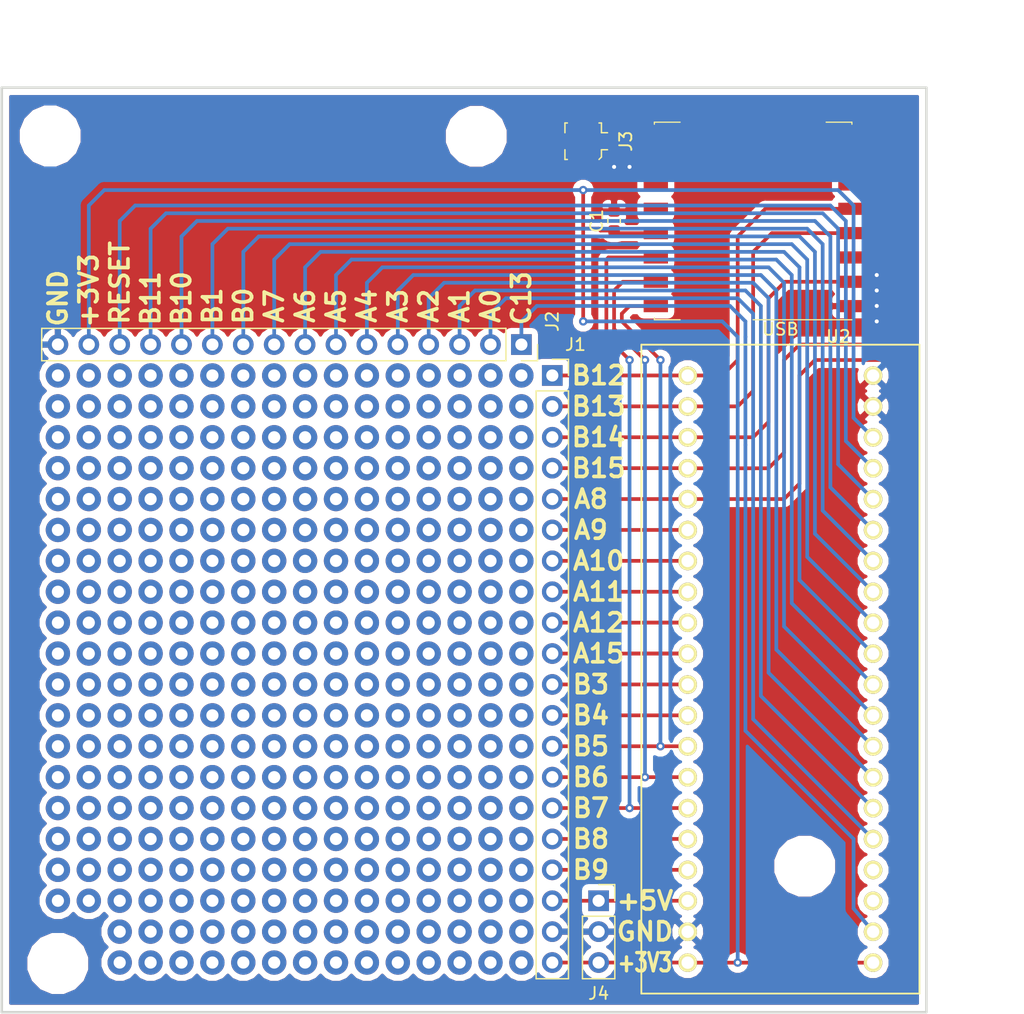
<source format=kicad_pcb>
(kicad_pcb (version 20171130) (host pcbnew 5.0.2-bee76a0~70~ubuntu16.04.1)

  (general
    (thickness 1.6)
    (drawings 42)
    (tracks 203)
    (zones 0)
    (modules 12)
    (nets 41)
  )

  (page A4)
  (layers
    (0 F.Cu signal)
    (31 B.Cu signal)
    (32 B.Adhes user)
    (33 F.Adhes user)
    (34 B.Paste user)
    (35 F.Paste user)
    (36 B.SilkS user)
    (37 F.SilkS user)
    (38 B.Mask user)
    (39 F.Mask user)
    (40 Dwgs.User user)
    (41 Cmts.User user)
    (42 Eco1.User user)
    (43 Eco2.User user)
    (44 Edge.Cuts user)
    (45 Margin user)
    (46 B.CrtYd user)
    (47 F.CrtYd user)
    (48 B.Fab user)
    (49 F.Fab user)
  )

  (setup
    (last_trace_width 0.305)
    (trace_clearance 0.1524)
    (zone_clearance 0.508)
    (zone_45_only no)
    (trace_min 0.1524)
    (segment_width 0.2)
    (edge_width 0.15)
    (via_size 0.6858)
    (via_drill 0.3302)
    (via_min_size 0.508)
    (via_min_drill 0.254)
    (uvia_size 0.6858)
    (uvia_drill 0.3302)
    (uvias_allowed no)
    (uvia_min_size 0.2)
    (uvia_min_drill 0.1)
    (pcb_text_width 0.3)
    (pcb_text_size 1.5 1.5)
    (mod_edge_width 0.15)
    (mod_text_size 1 1)
    (mod_text_width 0.15)
    (pad_size 4 4)
    (pad_drill 4)
    (pad_to_mask_clearance 0.0508)
    (solder_mask_min_width 0.25)
    (aux_axis_origin 0 0)
    (visible_elements FFFFFF7F)
    (pcbplotparams
      (layerselection 0x010f0_ffffffff)
      (usegerberextensions true)
      (usegerberattributes false)
      (usegerberadvancedattributes false)
      (creategerberjobfile false)
      (excludeedgelayer true)
      (linewidth 0.100000)
      (plotframeref false)
      (viasonmask false)
      (mode 1)
      (useauxorigin false)
      (hpglpennumber 1)
      (hpglpenspeed 20)
      (hpglpendiameter 15.000000)
      (psnegative false)
      (psa4output false)
      (plotreference true)
      (plotvalue true)
      (plotinvisibletext false)
      (padsonsilk true)
      (subtractmaskfromsilk false)
      (outputformat 1)
      (mirror false)
      (drillshape 0)
      (scaleselection 1)
      (outputdirectory "Gerber/"))
  )

  (net 0 "")
  (net 1 "Net-(U1-Pad23)")
  (net 2 "Net-(U1-Pad24)")
  (net 3 +3V3)
  (net 4 GND)
  (net 5 /B12)
  (net 6 /B13)
  (net 7 /B14)
  (net 8 /B15)
  (net 9 /A8)
  (net 10 /A9)
  (net 11 /A10)
  (net 12 /A11)
  (net 13 /A12)
  (net 14 /A15)
  (net 15 /B3)
  (net 16 /B4)
  (net 17 /B5)
  (net 18 /B6)
  (net 19 /B7)
  (net 20 /B8)
  (net 21 /B9)
  (net 22 +5V)
  (net 23 /C13)
  (net 24 /A0)
  (net 25 /A1)
  (net 26 /A2)
  (net 27 /A3)
  (net 28 /A4)
  (net 29 /A5)
  (net 30 /A6)
  (net 31 /A7)
  (net 32 /B0)
  (net 33 /B1)
  (net 34 /B10)
  (net 35 /B11)
  (net 36 /RESET)
  (net 37 "Net-(J3-Pad1)")
  (net 38 "Net-(U2-Pad7)")
  (net 39 "Net-(U2-Pad11)")
  (net 40 "Net-(U2-Pad12)")

  (net_class Default "Dies ist die voreingestellte Netzklasse."
    (clearance 0.1524)
    (trace_width 0.305)
    (via_dia 0.6858)
    (via_drill 0.3302)
    (uvia_dia 0.6858)
    (uvia_drill 0.3302)
    (add_net +3V3)
    (add_net +5V)
    (add_net /A0)
    (add_net /A1)
    (add_net /A10)
    (add_net /A11)
    (add_net /A12)
    (add_net /A15)
    (add_net /A2)
    (add_net /A3)
    (add_net /A4)
    (add_net /A5)
    (add_net /A6)
    (add_net /A7)
    (add_net /A8)
    (add_net /A9)
    (add_net /B0)
    (add_net /B1)
    (add_net /B10)
    (add_net /B11)
    (add_net /B12)
    (add_net /B13)
    (add_net /B14)
    (add_net /B15)
    (add_net /B3)
    (add_net /B4)
    (add_net /B5)
    (add_net /B6)
    (add_net /B7)
    (add_net /B8)
    (add_net /B9)
    (add_net /C13)
    (add_net /RESET)
    (add_net GND)
    (add_net "Net-(J3-Pad1)")
    (add_net "Net-(U1-Pad23)")
    (add_net "Net-(U1-Pad24)")
    (add_net "Net-(U2-Pad11)")
    (add_net "Net-(U2-Pad12)")
    (add_net "Net-(U2-Pad7)")
  )

  (module STM32China:stm32f103c8t6-module-china (layer F.Cu) (tedit 5BDEA46B) (tstamp 5C04B6A6)
    (at 241 97.8 270)
    (path /5BF24E34)
    (fp_text reference U1 (at 0 1.27 270) (layer F.SilkS) hide
      (effects (font (size 1 1) (thickness 0.15)))
    )
    (fp_text value stm32f103c8t6-module-china (at 0 -1.27 270) (layer F.SilkS) hide
      (effects (font (size 1 1) (thickness 0.15)))
    )
    (fp_text user sc2 (at -11.43 -5.08) (layer F.SilkS) hide
      (effects (font (size 1 1) (thickness 0.15)))
    )
    (fp_text user sd2 (at -13.97 -5.08) (layer F.SilkS) hide
      (effects (font (size 1 1) (thickness 0.15)))
    )
    (fp_text user mo2 (at -16.51 10.16 270) (layer F.SilkS) hide
      (effects (font (size 1 1) (thickness 0.15)))
    )
    (fp_text user i2 (at -19.05 10.16 270) (layer F.SilkS) hide
      (effects (font (size 1 1) (thickness 0.15)))
    )
    (fp_text user c2 (at -21.59 10.16 270) (layer F.SilkS) hide
      (effects (font (size 1 1) (thickness 0.15)))
    )
    (fp_text user ss2 (at -24.13 10.16 270) (layer F.SilkS) hide
      (effects (font (size 1 1) (thickness 0.15)))
    )
    (fp_text user d1 (at 11.43 10.16 270) (layer F.SilkS) hide
      (effects (font (size 1 1) (thickness 0.15)))
    )
    (fp_text user sc1 (at 8.89 10.16 270) (layer F.SilkS) hide
      (effects (font (size 1 1) (thickness 0.15)))
    )
    (fp_text user T2 (at 8.89 -10.16 270) (layer F.SilkS) hide
      (effects (font (size 1 1) (thickness 0.15)))
    )
    (fp_text user R2 (at 6.35 -10.16 270) (layer F.SilkS) hide
      (effects (font (size 1 1) (thickness 0.15)))
    )
    (fp_text user ss1 (at 3.81 -10.16 270) (layer F.SilkS) hide
      (effects (font (size 1 1) (thickness 0.15)))
    )
    (fp_text user c1 (at 1.27 -10.16 270) (layer F.SilkS) hide
      (effects (font (size 1 1) (thickness 0.15)))
    )
    (fp_text user i1 (at -1.27 -10.16 270) (layer F.SilkS) hide
      (effects (font (size 1 1) (thickness 0.15)))
    )
    (fp_text user mo1 (at -3.81 -10.16 270) (layer F.SilkS) hide
      (effects (font (size 1 1) (thickness 0.15)))
    )
    (fp_text user T3 (at -11.43 -10.16 270) (layer F.SilkS) hide
      (effects (font (size 1 1) (thickness 0.15)))
    )
    (fp_text user R3 (at -13.97 -10.16 270) (layer F.SilkS) hide
      (effects (font (size 1 1) (thickness 0.15)))
    )
    (fp_text user CT (at 16.51 10.16 270) (layer F.SilkS) hide
      (effects (font (size 1 1) (thickness 0.15)))
    )
    (fp_text user CR (at 13.97 10.16 270) (layer F.SilkS) hide
      (effects (font (size 1 1) (thickness 0.15)))
    )
    (fp_text user U+ (at -3.81 10.16 270) (layer F.SilkS) hide
      (effects (font (size 1 1) (thickness 0.15)))
    )
    (fp_text user U- (at -6.35 10.16 270) (layer F.SilkS) hide
      (effects (font (size 1 1) (thickness 0.15)))
    )
    (fp_text user R1 (at -8.89 10.16 270) (layer F.SilkS) hide
      (effects (font (size 1 1) (thickness 0.15)))
    )
    (fp_text user T1 (at -11.43 10.16 270) (layer F.SilkS) hide
      (effects (font (size 1 1) (thickness 0.15)))
    )
    (fp_text user 3.3 (at 22.86 3.81 270) (layer F.SilkS) hide
      (effects (font (size 1 1) (thickness 0.15)))
    )
    (fp_text user SWDIO (at 22.86 1.27 270) (layer F.SilkS) hide
      (effects (font (size 1 1) (thickness 0.15)))
    )
    (fp_text user SWCLK (at 22.86 -1.27 270) (layer F.SilkS) hide
      (effects (font (size 1 1) (thickness 0.15)))
    )
    (fp_text user GND (at 22.86 -3.81 270) (layer F.SilkS) hide
      (effects (font (size 1 1) (thickness 0.15)))
    )
    (fp_text user 3.3 (at 24.13 10.16 270) (layer F.SilkS) hide
      (effects (font (size 1 1) (thickness 0.15)))
    )
    (fp_text user G (at 21.59 10.16 270) (layer F.SilkS) hide
      (effects (font (size 1 1) (thickness 0.15)))
    )
    (fp_text user /R (at -16.51 -10.16 270) (layer F.SilkS) hide
      (effects (font (size 1 1) (thickness 0.15)))
    )
    (fp_text user 3.3 (at -19.05 -10.16 270) (layer F.SilkS) hide
      (effects (font (size 1 1) (thickness 0.15)))
    )
    (fp_text user G (at -21.59 -10.16 270) (layer F.SilkS) hide
      (effects (font (size 1 1) (thickness 0.15)))
    )
    (fp_text user G (at -24.13 -10.16 270) (layer F.SilkS) hide
      (effects (font (size 1 1) (thickness 0.15)))
    )
    (fp_text user VB (at 24.13 -10.16 270) (layer F.SilkS) hide
      (effects (font (size 1 1) (thickness 0.15)))
    )
    (fp_text user 5V (at 19.05 10.16 270) (layer F.SilkS) hide
      (effects (font (size 1 1) (thickness 0.15)))
    )
    (fp_text user USB (at -27.94 0) (layer F.SilkS)
      (effects (font (size 1 1) (thickness 0.15)))
    )
    (fp_line (start -26.67 11.43) (end 26.67 11.43) (layer F.SilkS) (width 0.15))
    (fp_line (start 26.67 -11.43) (end -26.67 -11.43) (layer F.SilkS) (width 0.15))
    (fp_line (start 26.67 11.43) (end 26.67 -11.43) (layer F.SilkS) (width 0.15))
    (fp_line (start -26.67 -11.43) (end -26.67 11.43) (layer F.SilkS) (width 0.15))
    (pad 1 thru_hole circle (at -24.13 7.62 270) (size 1.524 1.524) (drill 1.016) (layers *.Cu *.Mask F.SilkS)
      (net 5 /B12))
    (pad 2 thru_hole circle (at -21.59 7.62 270) (size 1.524 1.524) (drill 1.016) (layers *.Cu *.Mask F.SilkS)
      (net 6 /B13))
    (pad 3 thru_hole circle (at -19.05 7.62 270) (size 1.524 1.524) (drill 1.016) (layers *.Cu *.Mask F.SilkS)
      (net 7 /B14))
    (pad 4 thru_hole circle (at -16.51 7.62 270) (size 1.524 1.524) (drill 1.016) (layers *.Cu *.Mask F.SilkS)
      (net 8 /B15))
    (pad 5 thru_hole circle (at -13.97 7.62 270) (size 1.524 1.524) (drill 1.016) (layers *.Cu *.Mask F.SilkS)
      (net 9 /A8))
    (pad 6 thru_hole circle (at -11.43 7.62 270) (size 1.524 1.524) (drill 1.016) (layers *.Cu *.Mask F.SilkS)
      (net 10 /A9))
    (pad 7 thru_hole circle (at -8.89 7.62 270) (size 1.524 1.524) (drill 1.016) (layers *.Cu *.Mask F.SilkS)
      (net 11 /A10))
    (pad 8 thru_hole circle (at -6.35 7.62 270) (size 1.524 1.524) (drill 1.016) (layers *.Cu *.Mask F.SilkS)
      (net 12 /A11))
    (pad 9 thru_hole circle (at -3.81 7.62 270) (size 1.524 1.524) (drill 1.016) (layers *.Cu *.Mask F.SilkS)
      (net 13 /A12))
    (pad 10 thru_hole circle (at -1.27 7.62 270) (size 1.524 1.524) (drill 1.016) (layers *.Cu *.Mask F.SilkS)
      (net 14 /A15))
    (pad 11 thru_hole circle (at 1.27 7.62 270) (size 1.524 1.524) (drill 1.016) (layers *.Cu *.Mask F.SilkS)
      (net 15 /B3))
    (pad 12 thru_hole circle (at 3.81 7.62 270) (size 1.524 1.524) (drill 1.016) (layers *.Cu *.Mask F.SilkS)
      (net 16 /B4))
    (pad 13 thru_hole circle (at 6.35 7.62 270) (size 1.524 1.524) (drill 1.016) (layers *.Cu *.Mask F.SilkS)
      (net 17 /B5))
    (pad 14 thru_hole circle (at 8.89 7.62 270) (size 1.524 1.524) (drill 1.016) (layers *.Cu *.Mask F.SilkS)
      (net 18 /B6))
    (pad 15 thru_hole circle (at 11.43 7.62 270) (size 1.524 1.524) (drill 1.016) (layers *.Cu *.Mask F.SilkS)
      (net 19 /B7))
    (pad 16 thru_hole circle (at 13.97 7.62 270) (size 1.524 1.524) (drill 1.016) (layers *.Cu *.Mask F.SilkS)
      (net 20 /B8))
    (pad 17 thru_hole circle (at 16.51 7.62 270) (size 1.524 1.524) (drill 1.016) (layers *.Cu *.Mask F.SilkS)
      (net 21 /B9))
    (pad 18 thru_hole circle (at 19.05 7.62 270) (size 1.524 1.524) (drill 1.016) (layers *.Cu *.Mask F.SilkS)
      (net 22 +5V))
    (pad 19 thru_hole circle (at 21.59 7.62 270) (size 1.524 1.524) (drill 1.016) (layers *.Cu *.Mask F.SilkS)
      (net 4 GND))
    (pad 20 thru_hole circle (at 24.13 7.62 270) (size 1.524 1.524) (drill 1.016) (layers *.Cu *.Mask F.SilkS)
      (net 3 +3V3))
    (pad 21 thru_hole circle (at 24.13 -7.62 270) (size 1.524 1.524) (drill 1.016) (layers *.Cu *.Mask F.SilkS)
      (net 3 +3V3))
    (pad 22 thru_hole circle (at 21.59 -7.62 270) (size 1.524 1.524) (drill 1.016) (layers *.Cu *.Mask F.SilkS)
      (net 23 /C13))
    (pad 23 thru_hole circle (at 19.05 -7.62 270) (size 1.524 1.524) (drill 1.016) (layers *.Cu *.Mask F.SilkS)
      (net 1 "Net-(U1-Pad23)"))
    (pad 24 thru_hole circle (at 16.51 -7.62 270) (size 1.524 1.524) (drill 1.016) (layers *.Cu *.Mask F.SilkS)
      (net 2 "Net-(U1-Pad24)"))
    (pad 25 thru_hole circle (at 13.97 -7.62 270) (size 1.524 1.524) (drill 1.016) (layers *.Cu *.Mask F.SilkS)
      (net 24 /A0))
    (pad 26 thru_hole circle (at 11.43 -7.62 270) (size 1.524 1.524) (drill 1.016) (layers *.Cu *.Mask F.SilkS)
      (net 25 /A1))
    (pad 27 thru_hole circle (at 8.89 -7.62 270) (size 1.524 1.524) (drill 1.016) (layers *.Cu *.Mask F.SilkS)
      (net 26 /A2))
    (pad 28 thru_hole circle (at 6.35 -7.62 270) (size 1.524 1.524) (drill 1.016) (layers *.Cu *.Mask F.SilkS)
      (net 27 /A3))
    (pad 29 thru_hole circle (at 3.81 -7.62 270) (size 1.524 1.524) (drill 1.016) (layers *.Cu *.Mask F.SilkS)
      (net 28 /A4))
    (pad 30 thru_hole circle (at 1.27 -7.62 270) (size 1.524 1.524) (drill 1.016) (layers *.Cu *.Mask F.SilkS)
      (net 29 /A5))
    (pad 31 thru_hole circle (at -1.27 -7.62 270) (size 1.524 1.524) (drill 1.016) (layers *.Cu *.Mask F.SilkS)
      (net 30 /A6))
    (pad 32 thru_hole circle (at -3.81 -7.62 270) (size 1.524 1.524) (drill 1.016) (layers *.Cu *.Mask F.SilkS)
      (net 31 /A7))
    (pad 33 thru_hole circle (at -6.35 -7.62 270) (size 1.524 1.524) (drill 1.016) (layers *.Cu *.Mask F.SilkS)
      (net 32 /B0))
    (pad 34 thru_hole circle (at -8.89 -7.62 270) (size 1.524 1.524) (drill 1.016) (layers *.Cu *.Mask F.SilkS)
      (net 33 /B1))
    (pad 35 thru_hole circle (at -11.43 -7.62 270) (size 1.524 1.524) (drill 1.016) (layers *.Cu *.Mask F.SilkS)
      (net 34 /B10))
    (pad 36 thru_hole circle (at -13.97 -7.62 270) (size 1.524 1.524) (drill 1.016) (layers *.Cu *.Mask F.SilkS)
      (net 35 /B11))
    (pad 37 thru_hole circle (at -16.51 -7.62 270) (size 1.524 1.524) (drill 1.016) (layers *.Cu *.Mask F.SilkS)
      (net 36 /RESET))
    (pad 38 thru_hole circle (at -19.05 -7.62 270) (size 1.524 1.524) (drill 1.016) (layers *.Cu *.Mask F.SilkS)
      (net 3 +3V3))
    (pad 39 thru_hole circle (at -21.59 -7.62 270) (size 1.524 1.524) (drill 1.016) (layers *.Cu *.Mask F.SilkS)
      (net 4 GND))
    (pad 40 thru_hole circle (at -24.13 -7.62 270) (size 1.524 1.524) (drill 1.016) (layers *.Cu *.Mask F.SilkS)
      (net 4 GND))
  )

  (module MountingHole:MountingHole_3.2mm_M3 (layer F.Cu) (tedit 5CA0D9A1) (tstamp 5C12B400)
    (at 243 114)
    (descr "Mounting Hole 3.2mm, no annular, M3")
    (tags "mounting hole 3.2mm no annular m3")
    (attr virtual)
    (fp_text reference REF** (at 0.205 9.62) (layer F.SilkS) hide
      (effects (font (size 1 1) (thickness 0.15)))
    )
    (fp_text value MountingHole_3.2mm_M3 (at 0 10.89) (layer F.Fab) hide
      (effects (font (size 1 1) (thickness 0.15)))
    )
    (fp_circle (center 0 0) (end 3.45 0) (layer F.CrtYd) (width 0.05))
    (fp_circle (center 0 0) (end 3.2 0) (layer Cmts.User) (width 0.15))
    (fp_text user %R (at 0.205 10.89) (layer F.Fab) hide
      (effects (font (size 1 1) (thickness 0.15)))
    )
    (pad "" np_thru_hole circle (at 0 0) (size 4 4) (drill 4) (layers *.Cu *.Mask))
  )

  (module MountingHole:MountingHole_3.2mm_M3 (layer F.Cu) (tedit 5CA0D9A9) (tstamp 5C1286A8)
    (at 181.6 122)
    (descr "Mounting Hole 3.2mm, no annular, M3")
    (tags "mounting hole 3.2mm no annular m3")
    (attr virtual)
    (fp_text reference REF** (at 0 -4.2) (layer F.SilkS) hide
      (effects (font (size 1 1) (thickness 0.15)))
    )
    (fp_text value MountingHole_3.2mm_M3 (at -0.01 5.42) (layer F.Fab) hide
      (effects (font (size 1 1) (thickness 0.15)))
    )
    (fp_text user %R (at 0.3 0) (layer F.Fab)
      (effects (font (size 1 1) (thickness 0.15)))
    )
    (fp_circle (center 0 0) (end 3.2 0) (layer Cmts.User) (width 0.15))
    (fp_circle (center 0 0) (end 3.45 0) (layer F.CrtYd) (width 0.05))
    (pad "" np_thru_hole circle (at 0 0) (size 4 4) (drill 4) (layers *.Cu *.Mask))
  )

  (module MountingHole:MountingHole_3.2mm_M3 (layer F.Cu) (tedit 5CA0D9AE) (tstamp 5C1255B6)
    (at 216 54)
    (descr "Mounting Hole 3.2mm, no annular, M3")
    (tags "mounting hole 3.2mm no annular m3")
    (attr virtual)
    (fp_text reference REF** (at -0.1 -13.995) (layer F.SilkS) hide
      (effects (font (size 1 1) (thickness 0.15)))
    )
    (fp_text value MountingHole_3.2mm_M3 (at 0 4.2) (layer F.Fab) hide
      (effects (font (size 1 1) (thickness 0.15)))
    )
    (fp_text user %R (at 0.3 0) (layer F.Fab)
      (effects (font (size 1 1) (thickness 0.15)))
    )
    (fp_circle (center 0 0) (end 3.2 0) (layer Cmts.User) (width 0.15))
    (fp_circle (center 0 0) (end 3.45 0) (layer F.CrtYd) (width 0.05))
    (pad "" np_thru_hole circle (at 0 0) (size 4 4) (drill 4) (layers *.Cu *.Mask))
  )

  (module RF_Module:HOPERF_RFM9XW_SMD (layer F.Cu) (tedit 5A030172) (tstamp 5C1201EC)
    (at 238.76 60.96 180)
    (descr " Low Power Long Range Transceiver Module SMD-16 http://www.hoperf.com/upload/rf/RFM95_96_97_98W.pdf")
    (tags " Low Power Long Range Transceiver Module")
    (path /5BF24F24)
    (attr smd)
    (fp_text reference U2 (at -7 -9.5 180) (layer F.SilkS)
      (effects (font (size 1 1) (thickness 0.15)))
    )
    (fp_text value RFM95W-868S2 (at 0 9.5 180) (layer F.Fab)
      (effects (font (size 1 1) (thickness 0.15)))
    )
    (fp_line (start -8 -8) (end 8 -8) (layer F.Fab) (width 0.12))
    (fp_line (start 8 8) (end 8 -8) (layer F.Fab) (width 0.12))
    (fp_line (start -8 8) (end 8 8) (layer F.Fab) (width 0.12))
    (fp_line (start -8 8) (end -8 -8) (layer F.Fab) (width 0.12))
    (fp_text user %R (at 0 0 180) (layer F.Fab)
      (effects (font (size 1 1) (thickness 0.15)))
    )
    (fp_line (start -8.12 -8.12) (end 0 -8.12) (layer F.SilkS) (width 0.1))
    (fp_line (start 6 8.12) (end 8.12 8.12) (layer F.SilkS) (width 0.1))
    (fp_line (start -9.45 -8.25) (end 9.45 -8.25) (layer F.CrtYd) (width 0.05))
    (fp_line (start 9.45 -8.25) (end 9.45 8.25) (layer F.CrtYd) (width 0.05))
    (fp_line (start -9.45 8.25) (end 9.45 8.25) (layer F.CrtYd) (width 0.05))
    (fp_line (start -9.45 8.25) (end -9.45 -8.25) (layer F.CrtYd) (width 0.05))
    (fp_line (start 8.12 8.12) (end 8.12 7.95) (layer F.SilkS) (width 0.1))
    (fp_line (start -8.12 8.12) (end -6 8.12) (layer F.SilkS) (width 0.1))
    (fp_line (start -8.12 8.12) (end -8.12 7.95) (layer F.SilkS) (width 0.1))
    (fp_line (start 6 -8.12) (end 8.12 -8.12) (layer F.SilkS) (width 0.1))
    (fp_line (start 8.12 -8.12) (end 8.12 -7.95) (layer F.SilkS) (width 0.1))
    (pad 1 smd rect (at -8 -7 180) (size 2 1) (layers F.Cu F.Paste F.Mask)
      (net 4 GND))
    (pad 2 smd rect (at -8 -5 180) (size 2 1) (layers F.Cu F.Paste F.Mask)
      (net 7 /B14))
    (pad 3 smd rect (at -8 -3 180) (size 2 1) (layers F.Cu F.Paste F.Mask)
      (net 8 /B15))
    (pad 4 smd rect (at -8 -1 180) (size 2 1) (layers F.Cu F.Paste F.Mask)
      (net 6 /B13))
    (pad 5 smd rect (at -8 1 180) (size 2 1) (layers F.Cu F.Paste F.Mask)
      (net 5 /B12))
    (pad 6 smd rect (at -8 3 180) (size 2 1) (layers F.Cu F.Paste F.Mask)
      (net 9 /A8))
    (pad 7 smd rect (at -8 5 180) (size 2 1) (layers F.Cu F.Paste F.Mask)
      (net 38 "Net-(U2-Pad7)"))
    (pad 8 smd rect (at -8 7 180) (size 2 1) (layers F.Cu F.Paste F.Mask)
      (net 4 GND))
    (pad 9 smd rect (at 8 7 180) (size 2 1) (layers F.Cu F.Paste F.Mask)
      (net 37 "Net-(J3-Pad1)"))
    (pad 10 smd rect (at 8 5 180) (size 2 1) (layers F.Cu F.Paste F.Mask)
      (net 4 GND))
    (pad 11 smd rect (at 8 3 180) (size 2 1) (layers F.Cu F.Paste F.Mask)
      (net 39 "Net-(U2-Pad11)"))
    (pad 12 smd rect (at 8 1 180) (size 2 1) (layers F.Cu F.Paste F.Mask)
      (net 40 "Net-(U2-Pad12)"))
    (pad 13 smd rect (at 8 -1 180) (size 2 1) (layers F.Cu F.Paste F.Mask)
      (net 3 +3V3))
    (pad 14 smd rect (at 8 -3 180) (size 2 1) (layers F.Cu F.Paste F.Mask)
      (net 19 /B7))
    (pad 15 smd rect (at 8 -5 180) (size 2 1) (layers F.Cu F.Paste F.Mask)
      (net 18 /B6))
    (pad 16 smd rect (at 8 -7 180) (size 2 1) (layers F.Cu F.Paste F.Mask)
      (net 17 /B5))
    (model ${KISYS3DMOD}/RF_Module.3dshapes/HOPERF_RFM9XW_SMD.wrl
      (at (xyz 0 0 0))
      (scale (xyz 1 1 1))
      (rotate (xyz 0 0 0))
    )
  )

  (module Capacitor_SMD:C_0603_1608Metric (layer F.Cu) (tedit 5B301BBE) (tstamp 5C121CA9)
    (at 227.33 60.96 90)
    (descr "Capacitor SMD 0603 (1608 Metric), square (rectangular) end terminal, IPC_7351 nominal, (Body size source: http://www.tortai-tech.com/upload/download/2011102023233369053.pdf), generated with kicad-footprint-generator")
    (tags capacitor)
    (path /5BF52B27)
    (attr smd)
    (fp_text reference C1 (at 0 -1.43 90) (layer F.SilkS)
      (effects (font (size 1 1) (thickness 0.15)))
    )
    (fp_text value 100n (at 0 1.43 90) (layer F.Fab)
      (effects (font (size 1 1) (thickness 0.15)))
    )
    (fp_line (start -0.8 0.4) (end -0.8 -0.4) (layer F.Fab) (width 0.1))
    (fp_line (start -0.8 -0.4) (end 0.8 -0.4) (layer F.Fab) (width 0.1))
    (fp_line (start 0.8 -0.4) (end 0.8 0.4) (layer F.Fab) (width 0.1))
    (fp_line (start 0.8 0.4) (end -0.8 0.4) (layer F.Fab) (width 0.1))
    (fp_line (start -0.162779 -0.51) (end 0.162779 -0.51) (layer F.SilkS) (width 0.12))
    (fp_line (start -0.162779 0.51) (end 0.162779 0.51) (layer F.SilkS) (width 0.12))
    (fp_line (start -1.48 0.73) (end -1.48 -0.73) (layer F.CrtYd) (width 0.05))
    (fp_line (start -1.48 -0.73) (end 1.48 -0.73) (layer F.CrtYd) (width 0.05))
    (fp_line (start 1.48 -0.73) (end 1.48 0.73) (layer F.CrtYd) (width 0.05))
    (fp_line (start 1.48 0.73) (end -1.48 0.73) (layer F.CrtYd) (width 0.05))
    (fp_text user %R (at 0 0 90) (layer F.Fab)
      (effects (font (size 0.4 0.4) (thickness 0.06)))
    )
    (pad 1 smd roundrect (at -0.7875 0 90) (size 0.875 0.95) (layers F.Cu F.Paste F.Mask) (roundrect_rratio 0.25)
      (net 3 +3V3))
    (pad 2 smd roundrect (at 0.7875 0 90) (size 0.875 0.95) (layers F.Cu F.Paste F.Mask) (roundrect_rratio 0.25)
      (net 4 GND))
    (model ${KISYS3DMOD}/Capacitor_SMD.3dshapes/C_0603_1608Metric.wrl
      (at (xyz 0 0 0))
      (scale (xyz 1 1 1))
      (rotate (xyz 0 0 0))
    )
  )

  (module Connector_PinSocket_2.54mm:PinSocket_1x20_P2.54mm_Vertical (layer F.Cu) (tedit 5BDEA323) (tstamp 5C11F3FC)
    (at 222.25 73.66)
    (descr "Through hole straight socket strip, 1x20, 2.54mm pitch, single row (from Kicad 4.0.7), script generated")
    (tags "Through hole socket strip THT 1x20 2.54mm single row")
    (path /5BF2523D)
    (fp_text reference J1 (at 1.905 -2.54) (layer F.SilkS)
      (effects (font (size 1 1) (thickness 0.15)))
    )
    (fp_text value Conn_01x20 (at 1.905 56.515) (layer F.Fab) hide
      (effects (font (size 1 1) (thickness 0.15)))
    )
    (fp_line (start -1.27 -1.27) (end 0.635 -1.27) (layer F.Fab) (width 0.1))
    (fp_line (start 0.635 -1.27) (end 1.27 -0.635) (layer F.Fab) (width 0.1))
    (fp_line (start 1.27 -0.635) (end 1.27 49.53) (layer F.Fab) (width 0.1))
    (fp_line (start 1.27 49.53) (end -1.27 49.53) (layer F.Fab) (width 0.1))
    (fp_line (start -1.27 49.53) (end -1.27 -1.27) (layer F.Fab) (width 0.1))
    (fp_line (start -1.33 1.27) (end 1.33 1.27) (layer F.SilkS) (width 0.12))
    (fp_line (start -1.33 1.27) (end -1.33 49.59) (layer F.SilkS) (width 0.12))
    (fp_line (start -1.33 49.59) (end 1.33 49.59) (layer F.SilkS) (width 0.12))
    (fp_line (start 1.33 1.27) (end 1.33 49.59) (layer F.SilkS) (width 0.12))
    (fp_line (start 1.33 -1.33) (end 1.33 0) (layer F.SilkS) (width 0.12))
    (fp_line (start 0 -1.33) (end 1.33 -1.33) (layer F.SilkS) (width 0.12))
    (fp_line (start -1.8 -1.8) (end 1.75 -1.8) (layer F.CrtYd) (width 0.05))
    (fp_line (start 1.75 -1.8) (end 1.75 50) (layer F.CrtYd) (width 0.05))
    (fp_line (start 1.75 50) (end -1.8 50) (layer F.CrtYd) (width 0.05))
    (fp_line (start -1.8 50) (end -1.8 -1.8) (layer F.CrtYd) (width 0.05))
    (fp_text user %R (at 0 24.13 90) (layer F.Fab)
      (effects (font (size 1 1) (thickness 0.15)))
    )
    (pad 1 thru_hole rect (at 0 0) (size 1.7 1.7) (drill 1) (layers *.Cu *.Mask)
      (net 5 /B12))
    (pad 2 thru_hole oval (at 0 2.54) (size 1.7 1.7) (drill 1) (layers *.Cu *.Mask)
      (net 6 /B13))
    (pad 3 thru_hole oval (at 0 5.08) (size 1.7 1.7) (drill 1) (layers *.Cu *.Mask)
      (net 7 /B14))
    (pad 4 thru_hole oval (at 0 7.62) (size 1.7 1.7) (drill 1) (layers *.Cu *.Mask)
      (net 8 /B15))
    (pad 5 thru_hole oval (at 0 10.16) (size 1.7 1.7) (drill 1) (layers *.Cu *.Mask)
      (net 9 /A8))
    (pad 6 thru_hole oval (at 0 12.7) (size 1.7 1.7) (drill 1) (layers *.Cu *.Mask)
      (net 10 /A9))
    (pad 7 thru_hole oval (at 0 15.24) (size 1.7 1.7) (drill 1) (layers *.Cu *.Mask)
      (net 11 /A10))
    (pad 8 thru_hole oval (at 0 17.78) (size 1.7 1.7) (drill 1) (layers *.Cu *.Mask)
      (net 12 /A11))
    (pad 9 thru_hole oval (at 0 20.32) (size 1.7 1.7) (drill 1) (layers *.Cu *.Mask)
      (net 13 /A12))
    (pad 10 thru_hole oval (at 0 22.86) (size 1.7 1.7) (drill 1) (layers *.Cu *.Mask)
      (net 14 /A15))
    (pad 11 thru_hole oval (at 0 25.4) (size 1.7 1.7) (drill 1) (layers *.Cu *.Mask)
      (net 15 /B3))
    (pad 12 thru_hole oval (at 0 27.94) (size 1.7 1.7) (drill 1) (layers *.Cu *.Mask)
      (net 16 /B4))
    (pad 13 thru_hole oval (at 0 30.48) (size 1.7 1.7) (drill 1) (layers *.Cu *.Mask)
      (net 17 /B5))
    (pad 14 thru_hole oval (at 0 33.02) (size 1.7 1.7) (drill 1) (layers *.Cu *.Mask)
      (net 18 /B6))
    (pad 15 thru_hole oval (at 0 35.56) (size 1.7 1.7) (drill 1) (layers *.Cu *.Mask)
      (net 19 /B7))
    (pad 16 thru_hole oval (at 0 38.1) (size 1.7 1.7) (drill 1) (layers *.Cu *.Mask)
      (net 20 /B8))
    (pad 17 thru_hole oval (at 0 40.64) (size 1.7 1.7) (drill 1) (layers *.Cu *.Mask)
      (net 21 /B9))
    (pad 18 thru_hole oval (at 0 43.18) (size 1.7 1.7) (drill 1) (layers *.Cu *.Mask)
      (net 22 +5V))
    (pad 19 thru_hole oval (at 0 45.72) (size 1.7 1.7) (drill 1) (layers *.Cu *.Mask)
      (net 4 GND))
    (pad 20 thru_hole oval (at 0 48.26) (size 1.7 1.7) (drill 1) (layers *.Cu *.Mask)
      (net 3 +3V3))
    (model ${KISYS3DMOD}/Connector_PinSocket_2.54mm.3dshapes/PinSocket_1x20_P2.54mm_Vertical.wrl
      (at (xyz 0 0 0))
      (scale (xyz 1 1 1))
      (rotate (xyz 0 0 0))
    )
  )

  (module Connector_Coaxial:U.FL_Molex_MCRF_73412-0110_Vertical (layer F.Cu) (tedit 5BDEA352) (tstamp 5C121CEA)
    (at 224.79 54.405 90)
    (descr "Molex Microcoaxial RF Connectors (MCRF), mates Hirose U.FL, (http://www.molex.com/pdm_docs/sd/734120110_sd.pdf)")
    (tags "mcrf hirose ufl u.fl microcoaxial")
    (path /5BF57AC4)
    (attr smd)
    (fp_text reference J3 (at 0 3.5 90) (layer F.SilkS)
      (effects (font (size 1 1) (thickness 0.15)))
    )
    (fp_text value Conn_Coaxial (at -0.205 -3.81 90) (layer F.Fab) hide
      (effects (font (size 1 1) (thickness 0.15)))
    )
    (fp_line (start 0 1) (end 0.3 1.3) (layer F.Fab) (width 0.1))
    (fp_line (start -0.3 1.3) (end 0 1) (layer F.Fab) (width 0.1))
    (fp_line (start 0.7 1.5) (end 0.7 2) (layer F.SilkS) (width 0.12))
    (fp_line (start -0.7 1.5) (end -0.7 2) (layer F.SilkS) (width 0.12))
    (fp_text user %R (at 0 3.5 90) (layer F.Fab)
      (effects (font (size 1 1) (thickness 0.15)))
    )
    (fp_circle (center 0 0) (end 0 0.05) (layer F.Fab) (width 0.1))
    (fp_circle (center 0 0) (end 0 0.125) (layer F.Fab) (width 0.1))
    (fp_line (start -0.7 1.5) (end -1.3 1.5) (layer F.SilkS) (width 0.12))
    (fp_line (start -1.3 1.5) (end -1.5 1.3) (layer F.SilkS) (width 0.12))
    (fp_line (start 1.5 1.3) (end 1.5 1.5) (layer F.SilkS) (width 0.12))
    (fp_line (start 1.5 1.5) (end 0.7 1.5) (layer F.SilkS) (width 0.12))
    (fp_line (start 0.7 -1.5) (end 1.5 -1.5) (layer F.SilkS) (width 0.12))
    (fp_line (start 1.5 -1.5) (end 1.5 -1.3) (layer F.SilkS) (width 0.12))
    (fp_line (start -1.5 -1.3) (end -1.5 -1.5) (layer F.SilkS) (width 0.12))
    (fp_line (start -1.5 -1.5) (end -0.7 -1.5) (layer F.SilkS) (width 0.12))
    (fp_circle (center 0 0) (end 0.9 0) (layer F.Fab) (width 0.1))
    (fp_line (start -1.3 -1.3) (end 1.3 -1.3) (layer F.Fab) (width 0.1))
    (fp_line (start -1.3 -1.3) (end -1.3 1) (layer F.Fab) (width 0.1))
    (fp_line (start -1.3 1) (end -1 1.3) (layer F.Fab) (width 0.1))
    (fp_line (start 1.3 -1.3) (end 1.3 1.3) (layer F.Fab) (width 0.1))
    (fp_line (start -2.5 -2.5) (end -2.5 2.5) (layer F.CrtYd) (width 0.05))
    (fp_line (start -2.5 2.5) (end 2.5 2.5) (layer F.CrtYd) (width 0.05))
    (fp_line (start 2.5 2.5) (end 2.5 -2.5) (layer F.CrtYd) (width 0.05))
    (fp_line (start 2.5 -2.5) (end -2.5 -2.5) (layer F.CrtYd) (width 0.05))
    (fp_line (start -1 1.3) (end 1.3 1.3) (layer F.Fab) (width 0.1))
    (fp_circle (center 0 0) (end 0 0.2) (layer F.Fab) (width 0.1))
    (pad 2 smd rect (at -1.475 0 90) (size 1.05 2.2) (layers F.Cu F.Paste F.Mask)
      (net 4 GND))
    (pad 2 smd rect (at 1.475 0 90) (size 1.05 2.2) (layers F.Cu F.Paste F.Mask)
      (net 4 GND))
    (pad 2 smd rect (at 0 -1.5 90) (size 1 1) (layers F.Cu F.Paste F.Mask)
      (net 4 GND))
    (pad 1 smd rect (at 0 1.5 90) (size 1 1) (layers F.Cu F.Paste F.Mask)
      (net 37 "Net-(J3-Pad1)"))
    (model ${KISYS3DMOD}/Connector_Coaxial.3dshapes/U.FL_Molex_MCRF_73412-0110_Vertical.wrl
      (at (xyz 0 0 0))
      (scale (xyz 1 1 1))
      (rotate (xyz 0 0 0))
    )
  )

  (module Connector_PinSocket_2.54mm:PinSocket_1x03_P2.54mm_Vertical (layer F.Cu) (tedit 5BDEA328) (tstamp 5C11F45B)
    (at 226.06 116.84)
    (descr "Through hole straight socket strip, 1x03, 2.54mm pitch, single row (from Kicad 4.0.7), script generated")
    (tags "Through hole socket strip THT 1x03 2.54mm single row")
    (path /5BFF4F29)
    (fp_text reference J4 (at 0 7.62) (layer F.SilkS)
      (effects (font (size 1 1) (thickness 0.15)))
    )
    (fp_text value Conn_01x03 (at 0 10.16) (layer F.Fab) hide
      (effects (font (size 1 1) (thickness 0.15)))
    )
    (fp_line (start -1.27 -1.27) (end 0.635 -1.27) (layer F.Fab) (width 0.1))
    (fp_line (start 0.635 -1.27) (end 1.27 -0.635) (layer F.Fab) (width 0.1))
    (fp_line (start 1.27 -0.635) (end 1.27 6.35) (layer F.Fab) (width 0.1))
    (fp_line (start 1.27 6.35) (end -1.27 6.35) (layer F.Fab) (width 0.1))
    (fp_line (start -1.27 6.35) (end -1.27 -1.27) (layer F.Fab) (width 0.1))
    (fp_line (start -1.33 1.27) (end 1.33 1.27) (layer F.SilkS) (width 0.12))
    (fp_line (start -1.33 1.27) (end -1.33 6.41) (layer F.SilkS) (width 0.12))
    (fp_line (start -1.33 6.41) (end 1.33 6.41) (layer F.SilkS) (width 0.12))
    (fp_line (start 1.33 1.27) (end 1.33 6.41) (layer F.SilkS) (width 0.12))
    (fp_line (start 1.33 -1.33) (end 1.33 0) (layer F.SilkS) (width 0.12))
    (fp_line (start 0 -1.33) (end 1.33 -1.33) (layer F.SilkS) (width 0.12))
    (fp_line (start -1.8 -1.8) (end 1.75 -1.8) (layer F.CrtYd) (width 0.05))
    (fp_line (start 1.75 -1.8) (end 1.75 6.85) (layer F.CrtYd) (width 0.05))
    (fp_line (start 1.75 6.85) (end -1.8 6.85) (layer F.CrtYd) (width 0.05))
    (fp_line (start -1.8 6.85) (end -1.8 -1.8) (layer F.CrtYd) (width 0.05))
    (fp_text user %R (at 0 2.54 90) (layer F.Fab)
      (effects (font (size 1 1) (thickness 0.15)))
    )
    (pad 1 thru_hole rect (at 0 0) (size 1.7 1.7) (drill 1) (layers *.Cu *.Mask)
      (net 22 +5V))
    (pad 2 thru_hole oval (at 0 2.54) (size 1.7 1.7) (drill 1) (layers *.Cu *.Mask)
      (net 4 GND))
    (pad 3 thru_hole oval (at 0 5.08) (size 1.7 1.7) (drill 1) (layers *.Cu *.Mask)
      (net 3 +3V3))
    (model ${KISYS3DMOD}/Connector_PinSocket_2.54mm.3dshapes/PinSocket_1x03_P2.54mm_Vertical.wrl
      (at (xyz 0 0 0))
      (scale (xyz 1 1 1))
      (rotate (xyz 0 0 0))
    )
  )

  (module MountingHole:MountingHole_3.2mm_M3 (layer F.Cu) (tedit 5CA0D9B3) (tstamp 5C1253AB)
    (at 180.975 53.975)
    (descr "Mounting Hole 3.2mm, no annular, M3")
    (tags "mounting hole 3.2mm no annular m3")
    (attr virtual)
    (fp_text reference REF** (at -7.63 0.61) (layer F.SilkS) hide
      (effects (font (size 1 1) (thickness 0.15)))
    )
    (fp_text value MountingHole_3.2mm_M3 (at -14.615 3.785) (layer F.Fab) hide
      (effects (font (size 1 1) (thickness 0.15)))
    )
    (fp_text user %R (at 0.3 0) (layer F.Fab)
      (effects (font (size 1 1) (thickness 0.15)))
    )
    (fp_circle (center 0 0) (end 3.2 0) (layer Cmts.User) (width 0.15))
    (fp_circle (center 0 0) (end 3.45 0) (layer F.CrtYd) (width 0.05))
    (pad "" np_thru_hole circle (at 0 0) (size 4 4) (drill 4) (layers *.Cu *.Mask))
  )

  (module Connector_PinSocket_2.54mm:PinSocket_1x16_P2.54mm_Vertical (layer F.Cu) (tedit 5A19A41E) (tstamp 5CAD714B)
    (at 219.71 71.12 270)
    (descr "Through hole straight socket strip, 1x16, 2.54mm pitch, single row (from Kicad 4.0.7), script generated")
    (tags "Through hole socket strip THT 1x16 2.54mm single row")
    (path /5CA11824)
    (fp_text reference J2 (at -1.905 -2.54 270) (layer F.SilkS)
      (effects (font (size 1 1) (thickness 0.15)))
    )
    (fp_text value Conn_01x16 (at 0 40.87 270) (layer F.Fab)
      (effects (font (size 1 1) (thickness 0.15)))
    )
    (fp_line (start -1.27 -1.27) (end 0.635 -1.27) (layer F.Fab) (width 0.1))
    (fp_line (start 0.635 -1.27) (end 1.27 -0.635) (layer F.Fab) (width 0.1))
    (fp_line (start 1.27 -0.635) (end 1.27 39.37) (layer F.Fab) (width 0.1))
    (fp_line (start 1.27 39.37) (end -1.27 39.37) (layer F.Fab) (width 0.1))
    (fp_line (start -1.27 39.37) (end -1.27 -1.27) (layer F.Fab) (width 0.1))
    (fp_line (start -1.33 1.27) (end 1.33 1.27) (layer F.SilkS) (width 0.12))
    (fp_line (start -1.33 1.27) (end -1.33 39.43) (layer F.SilkS) (width 0.12))
    (fp_line (start -1.33 39.43) (end 1.33 39.43) (layer F.SilkS) (width 0.12))
    (fp_line (start 1.33 1.27) (end 1.33 39.43) (layer F.SilkS) (width 0.12))
    (fp_line (start 1.33 -1.33) (end 1.33 0) (layer F.SilkS) (width 0.12))
    (fp_line (start 0 -1.33) (end 1.33 -1.33) (layer F.SilkS) (width 0.12))
    (fp_line (start -1.8 -1.8) (end 1.75 -1.8) (layer F.CrtYd) (width 0.05))
    (fp_line (start 1.75 -1.8) (end 1.75 39.9) (layer F.CrtYd) (width 0.05))
    (fp_line (start 1.75 39.9) (end -1.8 39.9) (layer F.CrtYd) (width 0.05))
    (fp_line (start -1.8 39.9) (end -1.8 -1.8) (layer F.CrtYd) (width 0.05))
    (fp_text user %R (at 0 19.05) (layer F.Fab)
      (effects (font (size 1 1) (thickness 0.15)))
    )
    (pad 1 thru_hole rect (at 0 0 270) (size 1.7 1.7) (drill 1) (layers *.Cu *.Mask)
      (net 23 /C13))
    (pad 2 thru_hole oval (at 0 2.54 270) (size 1.7 1.7) (drill 1) (layers *.Cu *.Mask)
      (net 24 /A0))
    (pad 3 thru_hole oval (at 0 5.08 270) (size 1.7 1.7) (drill 1) (layers *.Cu *.Mask)
      (net 25 /A1))
    (pad 4 thru_hole oval (at 0 7.62 270) (size 1.7 1.7) (drill 1) (layers *.Cu *.Mask)
      (net 26 /A2))
    (pad 5 thru_hole oval (at 0 10.16 270) (size 1.7 1.7) (drill 1) (layers *.Cu *.Mask)
      (net 27 /A3))
    (pad 6 thru_hole oval (at 0 12.7 270) (size 1.7 1.7) (drill 1) (layers *.Cu *.Mask)
      (net 28 /A4))
    (pad 7 thru_hole oval (at 0 15.24 270) (size 1.7 1.7) (drill 1) (layers *.Cu *.Mask)
      (net 29 /A5))
    (pad 8 thru_hole oval (at 0 17.78 270) (size 1.7 1.7) (drill 1) (layers *.Cu *.Mask)
      (net 30 /A6))
    (pad 9 thru_hole oval (at 0 20.32 270) (size 1.7 1.7) (drill 1) (layers *.Cu *.Mask)
      (net 31 /A7))
    (pad 10 thru_hole oval (at 0 22.86 270) (size 1.7 1.7) (drill 1) (layers *.Cu *.Mask)
      (net 32 /B0))
    (pad 11 thru_hole oval (at 0 25.4 270) (size 1.7 1.7) (drill 1) (layers *.Cu *.Mask)
      (net 33 /B1))
    (pad 12 thru_hole oval (at 0 27.94 270) (size 1.7 1.7) (drill 1) (layers *.Cu *.Mask)
      (net 34 /B10))
    (pad 13 thru_hole oval (at 0 30.48 270) (size 1.7 1.7) (drill 1) (layers *.Cu *.Mask)
      (net 35 /B11))
    (pad 14 thru_hole oval (at 0 33.02 270) (size 1.7 1.7) (drill 1) (layers *.Cu *.Mask)
      (net 36 /RESET))
    (pad 15 thru_hole oval (at 0 35.56 270) (size 1.7 1.7) (drill 1) (layers *.Cu *.Mask)
      (net 3 +3V3))
    (pad 16 thru_hole oval (at 0 38.1 270) (size 1.7 1.7) (drill 1) (layers *.Cu *.Mask)
      (net 4 GND))
    (model ${KISYS3DMOD}/Connector_PinSocket_2.54mm.3dshapes/PinSocket_1x16_P2.54mm_Vertical.wrl
      (at (xyz 0 0 0))
      (scale (xyz 1 1 1))
      (rotate (xyz 0 0 0))
    )
  )

  (module "Lochraster:Lochraster 16x20" (layer F.Cu) (tedit 5CA0D91E) (tstamp 5CAD9AF4)
    (at 196.85 96.52)
    (fp_text reference REF** (at -16.51 31.75) (layer F.SilkS) hide
      (effects (font (size 1 1) (thickness 0.15)))
    )
    (fp_text value "Lochraster 16x20" (at 17.78 27.94) (layer F.Fab)
      (effects (font (size 1 1) (thickness 0.15)))
    )
    (pad "" thru_hole circle (at 20.32 20.32) (size 2 2) (drill 1) (layers *.Cu *.Mask))
    (pad "" thru_hole circle (at -5.08 12.7) (size 2 2) (drill 1) (layers *.Cu *.Mask))
    (pad "" thru_hole circle (at 15.24 15.24) (size 2 2) (drill 1) (layers *.Cu *.Mask))
    (pad "" thru_hole circle (at 2.54 22.86) (size 2 2) (drill 1) (layers *.Cu *.Mask))
    (pad "" thru_hole circle (at 20.32 15.24) (size 2 2) (drill 1) (layers *.Cu *.Mask))
    (pad "" thru_hole circle (at -10.16 20.32) (size 2 2) (drill 1) (layers *.Cu *.Mask))
    (pad "" thru_hole circle (at 20.32 17.78) (size 2 2) (drill 1) (layers *.Cu *.Mask))
    (pad "" thru_hole circle (at 0 12.7) (size 2 2) (drill 1) (layers *.Cu *.Mask))
    (pad "" thru_hole circle (at 15.24 12.7) (size 2 2) (drill 1) (layers *.Cu *.Mask))
    (pad "" thru_hole circle (at -5.08 20.32) (size 2 2) (drill 1) (layers *.Cu *.Mask))
    (pad "" thru_hole circle (at -12.7 20.32) (size 2 2) (drill 1) (layers *.Cu *.Mask))
    (pad "" thru_hole circle (at -5.08 17.78) (size 2 2) (drill 1) (layers *.Cu *.Mask))
    (pad "" thru_hole circle (at 10.16 25.4) (size 2 2) (drill 1) (layers *.Cu *.Mask))
    (pad "" thru_hole circle (at -15.24 20.32) (size 2 2) (drill 1) (layers *.Cu *.Mask))
    (pad "" thru_hole circle (at 15.24 22.86) (size 2 2) (drill 1) (layers *.Cu *.Mask))
    (pad "" thru_hole circle (at 12.7 25.4) (size 2 2) (drill 1) (layers *.Cu *.Mask))
    (pad "" thru_hole circle (at -12.7 15.24) (size 2 2) (drill 1) (layers *.Cu *.Mask))
    (pad "" thru_hole circle (at 10.16 15.24) (size 2 2) (drill 1) (layers *.Cu *.Mask))
    (pad "" thru_hole circle (at 7.62 17.78) (size 2 2) (drill 1) (layers *.Cu *.Mask))
    (pad "" thru_hole circle (at 22.86 17.78) (size 2 2) (drill 1) (layers *.Cu *.Mask))
    (pad "" thru_hole circle (at -12.7 17.78) (size 2 2) (drill 1) (layers *.Cu *.Mask))
    (pad "" thru_hole circle (at -10.16 17.78) (size 2 2) (drill 1) (layers *.Cu *.Mask))
    (pad "" thru_hole circle (at -7.62 22.86) (size 2 2) (drill 1) (layers *.Cu *.Mask))
    (pad "" thru_hole circle (at 5.08 25.4) (size 2 2) (drill 1) (layers *.Cu *.Mask))
    (pad "" thru_hole circle (at -2.54 12.7) (size 2 2) (drill 1) (layers *.Cu *.Mask))
    (pad "" thru_hole circle (at 22.86 20.32) (size 2 2) (drill 1) (layers *.Cu *.Mask))
    (pad "" thru_hole circle (at 15.24 17.78) (size 2 2) (drill 1) (layers *.Cu *.Mask))
    (pad "" thru_hole circle (at 22.86 25.4) (size 2 2) (drill 1) (layers *.Cu *.Mask))
    (pad "" thru_hole circle (at -2.54 25.4) (size 2 2) (drill 1) (layers *.Cu *.Mask))
    (pad "" thru_hole circle (at -15.24 17.78) (size 2 2) (drill 1) (layers *.Cu *.Mask))
    (pad "" thru_hole circle (at -5.08 15.24) (size 2 2) (drill 1) (layers *.Cu *.Mask))
    (pad "" thru_hole circle (at -7.62 15.24) (size 2 2) (drill 1) (layers *.Cu *.Mask))
    (pad "" thru_hole circle (at 7.62 20.32) (size 2 2) (drill 1) (layers *.Cu *.Mask))
    (pad "" thru_hole circle (at 17.78 20.32) (size 2 2) (drill 1) (layers *.Cu *.Mask))
    (pad "" thru_hole circle (at 2.54 17.78) (size 2 2) (drill 1) (layers *.Cu *.Mask))
    (pad "" thru_hole circle (at 5.08 17.78) (size 2 2) (drill 1) (layers *.Cu *.Mask))
    (pad "" thru_hole circle (at 22.86 22.86) (size 2 2) (drill 1) (layers *.Cu *.Mask))
    (pad "" thru_hole circle (at 10.16 20.32) (size 2 2) (drill 1) (layers *.Cu *.Mask))
    (pad "" thru_hole circle (at 0 22.86) (size 2 2) (drill 1) (layers *.Cu *.Mask))
    (pad "" thru_hole circle (at 10.16 17.78) (size 2 2) (drill 1) (layers *.Cu *.Mask))
    (pad "" thru_hole circle (at 15.24 25.4) (size 2 2) (drill 1) (layers *.Cu *.Mask))
    (pad "" thru_hole circle (at -7.62 12.7) (size 2 2) (drill 1) (layers *.Cu *.Mask))
    (pad "" thru_hole circle (at 0 17.78) (size 2 2) (drill 1) (layers *.Cu *.Mask))
    (pad "" thru_hole circle (at -7.62 17.78) (size 2 2) (drill 1) (layers *.Cu *.Mask))
    (pad "" thru_hole circle (at 5.08 15.24) (size 2 2) (drill 1) (layers *.Cu *.Mask))
    (pad "" thru_hole circle (at -10.16 25.4) (size 2 2) (drill 1) (layers *.Cu *.Mask))
    (pad "" thru_hole circle (at 17.78 22.86) (size 2 2) (drill 1) (layers *.Cu *.Mask))
    (pad "" thru_hole circle (at 0 25.4) (size 2 2) (drill 1) (layers *.Cu *.Mask))
    (pad "" thru_hole circle (at 12.7 15.24) (size 2 2) (drill 1) (layers *.Cu *.Mask))
    (pad "" thru_hole circle (at 12.7 17.78) (size 2 2) (drill 1) (layers *.Cu *.Mask))
    (pad "" thru_hole circle (at 10.16 12.7) (size 2 2) (drill 1) (layers *.Cu *.Mask))
    (pad "" thru_hole circle (at 5.08 20.32) (size 2 2) (drill 1) (layers *.Cu *.Mask))
    (pad "" thru_hole circle (at 17.78 25.4) (size 2 2) (drill 1) (layers *.Cu *.Mask))
    (pad "" thru_hole circle (at -2.54 22.86) (size 2 2) (drill 1) (layers *.Cu *.Mask))
    (pad "" thru_hole circle (at -2.54 20.32) (size 2 2) (drill 1) (layers *.Cu *.Mask))
    (pad "" thru_hole circle (at 0 15.24) (size 2 2) (drill 1) (layers *.Cu *.Mask))
    (pad "" thru_hole circle (at -10.16 22.86) (size 2 2) (drill 1) (layers *.Cu *.Mask))
    (pad "" thru_hole circle (at 15.24 20.32) (size 2 2) (drill 1) (layers *.Cu *.Mask))
    (pad "" thru_hole circle (at 0 20.32) (size 2 2) (drill 1) (layers *.Cu *.Mask))
    (pad "" thru_hole circle (at 7.62 22.86) (size 2 2) (drill 1) (layers *.Cu *.Mask))
    (pad "" thru_hole circle (at 17.78 15.24) (size 2 2) (drill 1) (layers *.Cu *.Mask))
    (pad "" thru_hole circle (at 7.62 12.7) (size 2 2) (drill 1) (layers *.Cu *.Mask))
    (pad "" thru_hole circle (at 2.54 20.32) (size 2 2) (drill 1) (layers *.Cu *.Mask))
    (pad "" thru_hole circle (at 2.54 15.24) (size 2 2) (drill 1) (layers *.Cu *.Mask))
    (pad "" thru_hole circle (at -10.16 15.24) (size 2 2) (drill 1) (layers *.Cu *.Mask))
    (pad "" thru_hole circle (at 7.62 15.24) (size 2 2) (drill 1) (layers *.Cu *.Mask))
    (pad "" thru_hole circle (at 22.86 15.24) (size 2 2) (drill 1) (layers *.Cu *.Mask))
    (pad "" thru_hole circle (at -7.62 25.4) (size 2 2) (drill 1) (layers *.Cu *.Mask))
    (pad "" thru_hole circle (at 22.86 12.7) (size 2 2) (drill 1) (layers *.Cu *.Mask))
    (pad "" thru_hole circle (at 10.16 22.86) (size 2 2) (drill 1) (layers *.Cu *.Mask))
    (pad "" thru_hole circle (at 17.78 17.78) (size 2 2) (drill 1) (layers *.Cu *.Mask))
    (pad "" thru_hole circle (at 2.54 12.7) (size 2 2) (drill 1) (layers *.Cu *.Mask))
    (pad "" thru_hole circle (at 20.32 22.86) (size 2 2) (drill 1) (layers *.Cu *.Mask))
    (pad "" thru_hole circle (at 7.62 25.4) (size 2 2) (drill 1) (layers *.Cu *.Mask))
    (pad "" thru_hole circle (at 5.08 22.86) (size 2 2) (drill 1) (layers *.Cu *.Mask))
    (pad "" thru_hole circle (at -15.24 15.24) (size 2 2) (drill 1) (layers *.Cu *.Mask))
    (pad "" thru_hole circle (at -5.08 22.86) (size 2 2) (drill 1) (layers *.Cu *.Mask))
    (pad "" thru_hole circle (at -10.16 12.7) (size 2 2) (drill 1) (layers *.Cu *.Mask))
    (pad "" thru_hole circle (at 17.78 12.7) (size 2 2) (drill 1) (layers *.Cu *.Mask))
    (pad "" thru_hole circle (at 12.7 20.32) (size 2 2) (drill 1) (layers *.Cu *.Mask))
    (pad "" thru_hole circle (at 20.32 25.4) (size 2 2) (drill 1) (layers *.Cu *.Mask))
    (pad "" thru_hole circle (at -2.54 15.24) (size 2 2) (drill 1) (layers *.Cu *.Mask))
    (pad "" thru_hole circle (at -12.7 12.7) (size 2 2) (drill 1) (layers *.Cu *.Mask))
    (pad "" thru_hole circle (at -2.54 17.78) (size 2 2) (drill 1) (layers *.Cu *.Mask))
    (pad "" thru_hole circle (at 5.08 12.7) (size 2 2) (drill 1) (layers *.Cu *.Mask))
    (pad "" thru_hole circle (at -15.24 12.7) (size 2 2) (drill 1) (layers *.Cu *.Mask))
    (pad "" thru_hole circle (at 2.54 25.4) (size 2 2) (drill 1) (layers *.Cu *.Mask))
    (pad "" thru_hole circle (at -5.08 25.4) (size 2 2) (drill 1) (layers *.Cu *.Mask))
    (pad "" thru_hole circle (at 12.7 22.86) (size 2 2) (drill 1) (layers *.Cu *.Mask))
    (pad "" thru_hole circle (at -7.62 20.32) (size 2 2) (drill 1) (layers *.Cu *.Mask))
    (pad "" thru_hole circle (at 12.7 12.7) (size 2 2) (drill 1) (layers *.Cu *.Mask))
    (pad "" thru_hole circle (at 20.32 12.7) (size 2 2) (drill 1) (layers *.Cu *.Mask))
    (pad "" thru_hole circle (at -10.16 7.62) (size 2 2) (drill 1) (layers *.Cu *.Mask))
    (pad "" thru_hole circle (at 7.62 5.08) (size 2 2) (drill 1) (layers *.Cu *.Mask))
    (pad "" thru_hole circle (at 17.78 5.08) (size 2 2) (drill 1) (layers *.Cu *.Mask))
    (pad "" thru_hole circle (at 12.7 7.62) (size 2 2) (drill 1) (layers *.Cu *.Mask))
    (pad "" thru_hole circle (at -7.62 5.08) (size 2 2) (drill 1) (layers *.Cu *.Mask))
    (pad "" thru_hole circle (at 12.7 5.08) (size 2 2) (drill 1) (layers *.Cu *.Mask))
    (pad "" thru_hole circle (at 10.16 7.62) (size 2 2) (drill 1) (layers *.Cu *.Mask))
    (pad "" thru_hole circle (at 17.78 2.54) (size 2 2) (drill 1) (layers *.Cu *.Mask))
    (pad "" thru_hole circle (at 2.54 2.54) (size 2 2) (drill 1) (layers *.Cu *.Mask))
    (pad "" thru_hole circle (at -12.7 10.16) (size 2 2) (drill 1) (layers *.Cu *.Mask))
    (pad "" thru_hole circle (at 5.08 7.62) (size 2 2) (drill 1) (layers *.Cu *.Mask))
    (pad "" thru_hole circle (at -12.7 2.54) (size 2 2) (drill 1) (layers *.Cu *.Mask))
    (pad "" thru_hole circle (at -10.16 2.54) (size 2 2) (drill 1) (layers *.Cu *.Mask))
    (pad "" thru_hole circle (at 7.62 10.16) (size 2 2) (drill 1) (layers *.Cu *.Mask))
    (pad "" thru_hole circle (at -5.08 0) (size 2 2) (drill 1) (layers *.Cu *.Mask))
    (pad "" thru_hole circle (at -7.62 0) (size 2 2) (drill 1) (layers *.Cu *.Mask))
    (pad "" thru_hole circle (at 17.78 0) (size 2 2) (drill 1) (layers *.Cu *.Mask))
    (pad "" thru_hole circle (at 20.32 10.16) (size 2 2) (drill 1) (layers *.Cu *.Mask))
    (pad "" thru_hole circle (at 17.78 -7.62) (size 2 2) (drill 1) (layers *.Cu *.Mask))
    (pad "" thru_hole circle (at 5.08 2.54) (size 2 2) (drill 1) (layers *.Cu *.Mask))
    (pad "" thru_hole circle (at 22.86 7.62) (size 2 2) (drill 1) (layers *.Cu *.Mask))
    (pad "" thru_hole circle (at 15.24 5.08) (size 2 2) (drill 1) (layers *.Cu *.Mask))
    (pad "" thru_hole circle (at -5.08 7.62) (size 2 2) (drill 1) (layers *.Cu *.Mask))
    (pad "" thru_hole circle (at 10.16 5.08) (size 2 2) (drill 1) (layers *.Cu *.Mask))
    (pad "" thru_hole circle (at 0 7.62) (size 2 2) (drill 1) (layers *.Cu *.Mask))
    (pad "" thru_hole circle (at 2.54 -7.62) (size 2 2) (drill 1) (layers *.Cu *.Mask))
    (pad "" thru_hole circle (at -12.7 -7.62) (size 2 2) (drill 1) (layers *.Cu *.Mask))
    (pad "" thru_hole circle (at -10.16 -7.62) (size 2 2) (drill 1) (layers *.Cu *.Mask))
    (pad "" thru_hole circle (at -7.62 7.62) (size 2 2) (drill 1) (layers *.Cu *.Mask))
    (pad "" thru_hole circle (at 5.08 10.16) (size 2 2) (drill 1) (layers *.Cu *.Mask))
    (pad "" thru_hole circle (at 22.86 5.08) (size 2 2) (drill 1) (layers *.Cu *.Mask))
    (pad "" thru_hole circle (at 15.24 2.54) (size 2 2) (drill 1) (layers *.Cu *.Mask))
    (pad "" thru_hole circle (at -5.08 -2.54) (size 2 2) (drill 1) (layers *.Cu *.Mask))
    (pad "" thru_hole circle (at 15.24 0) (size 2 2) (drill 1) (layers *.Cu *.Mask))
    (pad "" thru_hole circle (at 0 5.08) (size 2 2) (drill 1) (layers *.Cu *.Mask))
    (pad "" thru_hole circle (at 7.62 7.62) (size 2 2) (drill 1) (layers *.Cu *.Mask))
    (pad "" thru_hole circle (at -15.24 10.16) (size 2 2) (drill 1) (layers *.Cu *.Mask))
    (pad "" thru_hole circle (at 12.7 2.54) (size 2 2) (drill 1) (layers *.Cu *.Mask))
    (pad "" thru_hole circle (at -15.24 -2.54) (size 2 2) (drill 1) (layers *.Cu *.Mask))
    (pad "" thru_hole circle (at 10.16 2.54) (size 2 2) (drill 1) (layers *.Cu *.Mask))
    (pad "" thru_hole circle (at -5.08 -5.08) (size 2 2) (drill 1) (layers *.Cu *.Mask))
    (pad "" thru_hole circle (at -15.24 2.54) (size 2 2) (drill 1) (layers *.Cu *.Mask))
    (pad "" thru_hole circle (at 12.7 0) (size 2 2) (drill 1) (layers *.Cu *.Mask))
    (pad "" thru_hole circle (at -15.24 -5.08) (size 2 2) (drill 1) (layers *.Cu *.Mask))
    (pad "" thru_hole circle (at 15.24 -2.54) (size 2 2) (drill 1) (layers *.Cu *.Mask))
    (pad "" thru_hole circle (at 20.32 -5.08) (size 2 2) (drill 1) (layers *.Cu *.Mask))
    (pad "" thru_hole circle (at 7.62 0) (size 2 2) (drill 1) (layers *.Cu *.Mask))
    (pad "" thru_hole circle (at 22.86 0) (size 2 2) (drill 1) (layers *.Cu *.Mask))
    (pad "" thru_hole circle (at -2.54 0) (size 2 2) (drill 1) (layers *.Cu *.Mask))
    (pad "" thru_hole circle (at -12.7 -2.54) (size 2 2) (drill 1) (layers *.Cu *.Mask))
    (pad "" thru_hole circle (at 2.54 0) (size 2 2) (drill 1) (layers *.Cu *.Mask))
    (pad "" thru_hole circle (at -10.16 -5.08) (size 2 2) (drill 1) (layers *.Cu *.Mask))
    (pad "" thru_hole circle (at 20.32 -7.62) (size 2 2) (drill 1) (layers *.Cu *.Mask))
    (pad "" thru_hole circle (at -15.24 0) (size 2 2) (drill 1) (layers *.Cu *.Mask))
    (pad "" thru_hole circle (at 12.7 -7.62) (size 2 2) (drill 1) (layers *.Cu *.Mask))
    (pad "" thru_hole circle (at -10.16 -2.54) (size 2 2) (drill 1) (layers *.Cu *.Mask))
    (pad "" thru_hole circle (at 7.62 -5.08) (size 2 2) (drill 1) (layers *.Cu *.Mask))
    (pad "" thru_hole circle (at 17.78 -5.08) (size 2 2) (drill 1) (layers *.Cu *.Mask))
    (pad "" thru_hole circle (at 12.7 -2.54) (size 2 2) (drill 1) (layers *.Cu *.Mask))
    (pad "" thru_hole circle (at 15.24 -5.08) (size 2 2) (drill 1) (layers *.Cu *.Mask))
    (pad "" thru_hole circle (at 0 -5.08) (size 2 2) (drill 1) (layers *.Cu *.Mask))
    (pad "" thru_hole circle (at 7.62 -2.54) (size 2 2) (drill 1) (layers *.Cu *.Mask))
    (pad "" thru_hole circle (at 2.54 5.08) (size 2 2) (drill 1) (layers *.Cu *.Mask))
    (pad "" thru_hole circle (at 2.54 7.62) (size 2 2) (drill 1) (layers *.Cu *.Mask))
    (pad "" thru_hole circle (at 5.08 -7.62) (size 2 2) (drill 1) (layers *.Cu *.Mask))
    (pad "" thru_hole circle (at -5.08 10.16) (size 2 2) (drill 1) (layers *.Cu *.Mask))
    (pad "" thru_hole circle (at -7.62 10.16) (size 2 2) (drill 1) (layers *.Cu *.Mask))
    (pad "" thru_hole circle (at 22.86 -2.54) (size 2 2) (drill 1) (layers *.Cu *.Mask))
    (pad "" thru_hole circle (at -10.16 5.08) (size 2 2) (drill 1) (layers *.Cu *.Mask))
    (pad "" thru_hole circle (at 20.32 2.54) (size 2 2) (drill 1) (layers *.Cu *.Mask))
    (pad "" thru_hole circle (at -2.54 7.62) (size 2 2) (drill 1) (layers *.Cu *.Mask))
    (pad "" thru_hole circle (at -2.54 5.08) (size 2 2) (drill 1) (layers *.Cu *.Mask))
    (pad "" thru_hole circle (at -5.08 5.08) (size 2 2) (drill 1) (layers *.Cu *.Mask))
    (pad "" thru_hole circle (at 12.7 10.16) (size 2 2) (drill 1) (layers *.Cu *.Mask))
    (pad "" thru_hole circle (at -12.7 0) (size 2 2) (drill 1) (layers *.Cu *.Mask))
    (pad "" thru_hole circle (at 5.08 -2.54) (size 2 2) (drill 1) (layers *.Cu *.Mask))
    (pad "" thru_hole circle (at -5.08 -7.62) (size 2 2) (drill 1) (layers *.Cu *.Mask))
    (pad "" thru_hole circle (at 7.62 -7.62) (size 2 2) (drill 1) (layers *.Cu *.Mask))
    (pad "" thru_hole circle (at -12.7 7.62) (size 2 2) (drill 1) (layers *.Cu *.Mask))
    (pad "" thru_hole circle (at 2.54 10.16) (size 2 2) (drill 1) (layers *.Cu *.Mask))
    (pad "" thru_hole circle (at 10.16 -5.08) (size 2 2) (drill 1) (layers *.Cu *.Mask))
    (pad "" thru_hole circle (at 0 -2.54) (size 2 2) (drill 1) (layers *.Cu *.Mask))
    (pad "" thru_hole circle (at 2.54 -5.08) (size 2 2) (drill 1) (layers *.Cu *.Mask))
    (pad "" thru_hole circle (at 2.54 -2.54) (size 2 2) (drill 1) (layers *.Cu *.Mask))
    (pad "" thru_hole circle (at 20.32 7.62) (size 2 2) (drill 1) (layers *.Cu *.Mask))
    (pad "" thru_hole circle (at 0 10.16) (size 2 2) (drill 1) (layers *.Cu *.Mask))
    (pad "" thru_hole circle (at -2.54 -7.62) (size 2 2) (drill 1) (layers *.Cu *.Mask))
    (pad "" thru_hole circle (at 5.08 -5.08) (size 2 2) (drill 1) (layers *.Cu *.Mask))
    (pad "" thru_hole circle (at 20.32 5.08) (size 2 2) (drill 1) (layers *.Cu *.Mask))
    (pad "" thru_hole circle (at -12.7 -5.08) (size 2 2) (drill 1) (layers *.Cu *.Mask))
    (pad "" thru_hole circle (at -10.16 0) (size 2 2) (drill 1) (layers *.Cu *.Mask))
    (pad "" thru_hole circle (at 17.78 -2.54) (size 2 2) (drill 1) (layers *.Cu *.Mask))
    (pad "" thru_hole circle (at -15.24 -7.62) (size 2 2) (drill 1) (layers *.Cu *.Mask))
    (pad "" thru_hole circle (at 20.32 -2.54) (size 2 2) (drill 1) (layers *.Cu *.Mask))
    (pad "" thru_hole circle (at 22.86 10.16) (size 2 2) (drill 1) (layers *.Cu *.Mask))
    (pad "" thru_hole circle (at -2.54 10.16) (size 2 2) (drill 1) (layers *.Cu *.Mask))
    (pad "" thru_hole circle (at 0 0) (size 2 2) (drill 1) (layers *.Cu *.Mask))
    (pad "" thru_hole circle (at 22.86 -7.62) (size 2 2) (drill 1) (layers *.Cu *.Mask))
    (pad "" thru_hole circle (at 10.16 0) (size 2 2) (drill 1) (layers *.Cu *.Mask))
    (pad "" thru_hole circle (at 12.7 -5.08) (size 2 2) (drill 1) (layers *.Cu *.Mask))
    (pad "" thru_hole circle (at 10.16 -2.54) (size 2 2) (drill 1) (layers *.Cu *.Mask))
    (pad "" thru_hole circle (at 5.08 5.08) (size 2 2) (drill 1) (layers *.Cu *.Mask))
    (pad "" thru_hole circle (at -12.7 5.08) (size 2 2) (drill 1) (layers *.Cu *.Mask))
    (pad "" thru_hole circle (at -5.08 2.54) (size 2 2) (drill 1) (layers *.Cu *.Mask))
    (pad "" thru_hole circle (at 7.62 2.54) (size 2 2) (drill 1) (layers *.Cu *.Mask))
    (pad "" thru_hole circle (at 22.86 2.54) (size 2 2) (drill 1) (layers *.Cu *.Mask))
    (pad "" thru_hole circle (at 10.16 10.16) (size 2 2) (drill 1) (layers *.Cu *.Mask))
    (pad "" thru_hole circle (at -15.24 5.08) (size 2 2) (drill 1) (layers *.Cu *.Mask))
    (pad "" thru_hole circle (at 15.24 7.62) (size 2 2) (drill 1) (layers *.Cu *.Mask))
    (pad "" thru_hole circle (at -2.54 2.54) (size 2 2) (drill 1) (layers *.Cu *.Mask))
    (pad "" thru_hole circle (at 0 2.54) (size 2 2) (drill 1) (layers *.Cu *.Mask))
    (pad "" thru_hole circle (at -7.62 2.54) (size 2 2) (drill 1) (layers *.Cu *.Mask))
    (pad "" thru_hole circle (at 0 -7.62) (size 2 2) (drill 1) (layers *.Cu *.Mask))
    (pad "" thru_hole circle (at -7.62 -7.62) (size 2 2) (drill 1) (layers *.Cu *.Mask))
    (pad "" thru_hole circle (at 17.78 10.16) (size 2 2) (drill 1) (layers *.Cu *.Mask))
    (pad "" thru_hole circle (at -2.54 -2.54) (size 2 2) (drill 1) (layers *.Cu *.Mask))
    (pad "" thru_hole circle (at -2.54 -5.08) (size 2 2) (drill 1) (layers *.Cu *.Mask))
    (pad "" thru_hole circle (at 22.86 -5.08) (size 2 2) (drill 1) (layers *.Cu *.Mask))
    (pad "" thru_hole circle (at 15.24 -7.62) (size 2 2) (drill 1) (layers *.Cu *.Mask))
    (pad "" thru_hole circle (at 15.24 10.16) (size 2 2) (drill 1) (layers *.Cu *.Mask))
    (pad "" thru_hole circle (at -15.24 7.62) (size 2 2) (drill 1) (layers *.Cu *.Mask))
    (pad "" thru_hole circle (at -7.62 -2.54) (size 2 2) (drill 1) (layers *.Cu *.Mask))
    (pad "" thru_hole circle (at 5.08 0) (size 2 2) (drill 1) (layers *.Cu *.Mask))
    (pad "" thru_hole circle (at -10.16 10.16) (size 2 2) (drill 1) (layers *.Cu *.Mask))
    (pad "" thru_hole circle (at 17.78 7.62) (size 2 2) (drill 1) (layers *.Cu *.Mask))
    (pad "" thru_hole circle (at 20.32 0) (size 2 2) (drill 1) (layers *.Cu *.Mask))
    (pad "" thru_hole circle (at -7.62 -5.08) (size 2 2) (drill 1) (layers *.Cu *.Mask))
    (pad "" thru_hole circle (at 10.16 -7.62) (size 2 2) (drill 1) (layers *.Cu *.Mask))
    (pad "" thru_hole circle (at -5.08 -10.16) (size 2 2) (drill 1) (layers *.Cu *.Mask))
    (pad "" thru_hole circle (at -7.62 -10.16) (size 2 2) (drill 1) (layers *.Cu *.Mask))
    (pad "" thru_hole circle (at 17.78 -10.16) (size 2 2) (drill 1) (layers *.Cu *.Mask))
    (pad "" thru_hole circle (at 17.78 -17.78) (size 2 2) (drill 1) (layers *.Cu *.Mask))
    (pad "" thru_hole circle (at 2.54 -17.78) (size 2 2) (drill 1) (layers *.Cu *.Mask))
    (pad "" thru_hole circle (at -12.7 -17.78) (size 2 2) (drill 1) (layers *.Cu *.Mask))
    (pad "" thru_hole circle (at -10.16 -17.78) (size 2 2) (drill 1) (layers *.Cu *.Mask))
    (pad "" thru_hole circle (at -5.08 -12.7) (size 2 2) (drill 1) (layers *.Cu *.Mask))
    (pad "" thru_hole circle (at 15.24 -10.16) (size 2 2) (drill 1) (layers *.Cu *.Mask))
    (pad "" thru_hole circle (at -15.24 -12.7) (size 2 2) (drill 1) (layers *.Cu *.Mask))
    (pad "" thru_hole circle (at -5.08 -15.24) (size 2 2) (drill 1) (layers *.Cu *.Mask))
    (pad "" thru_hole circle (at 12.7 -10.16) (size 2 2) (drill 1) (layers *.Cu *.Mask))
    (pad "" thru_hole circle (at -15.24 -15.24) (size 2 2) (drill 1) (layers *.Cu *.Mask))
    (pad "" thru_hole circle (at 15.24 -12.7) (size 2 2) (drill 1) (layers *.Cu *.Mask))
    (pad "" thru_hole circle (at 20.32 -15.24) (size 2 2) (drill 1) (layers *.Cu *.Mask))
    (pad "" thru_hole circle (at 7.62 -10.16) (size 2 2) (drill 1) (layers *.Cu *.Mask))
    (pad "" thru_hole circle (at 22.86 -10.16) (size 2 2) (drill 1) (layers *.Cu *.Mask))
    (pad "" thru_hole circle (at -2.54 -10.16) (size 2 2) (drill 1) (layers *.Cu *.Mask))
    (pad "" thru_hole circle (at -12.7 -12.7) (size 2 2) (drill 1) (layers *.Cu *.Mask))
    (pad "" thru_hole circle (at 2.54 -10.16) (size 2 2) (drill 1) (layers *.Cu *.Mask))
    (pad "" thru_hole circle (at -10.16 -15.24) (size 2 2) (drill 1) (layers *.Cu *.Mask))
    (pad "" thru_hole circle (at 20.32 -17.78) (size 2 2) (drill 1) (layers *.Cu *.Mask))
    (pad "" thru_hole circle (at -15.24 -10.16) (size 2 2) (drill 1) (layers *.Cu *.Mask))
    (pad "" thru_hole circle (at 12.7 -17.78) (size 2 2) (drill 1) (layers *.Cu *.Mask))
    (pad "" thru_hole circle (at -10.16 -12.7) (size 2 2) (drill 1) (layers *.Cu *.Mask))
    (pad "" thru_hole circle (at 7.62 -15.24) (size 2 2) (drill 1) (layers *.Cu *.Mask))
    (pad "" thru_hole circle (at 17.78 -15.24) (size 2 2) (drill 1) (layers *.Cu *.Mask))
    (pad "" thru_hole circle (at 12.7 -12.7) (size 2 2) (drill 1) (layers *.Cu *.Mask))
    (pad "" thru_hole circle (at 15.24 -15.24) (size 2 2) (drill 1) (layers *.Cu *.Mask))
    (pad "" thru_hole circle (at 0 -15.24) (size 2 2) (drill 1) (layers *.Cu *.Mask))
    (pad "" thru_hole circle (at 7.62 -12.7) (size 2 2) (drill 1) (layers *.Cu *.Mask))
    (pad "" thru_hole circle (at 5.08 -17.78) (size 2 2) (drill 1) (layers *.Cu *.Mask))
    (pad "" thru_hole circle (at 22.86 -12.7) (size 2 2) (drill 1) (layers *.Cu *.Mask))
    (pad "" thru_hole circle (at -12.7 -10.16) (size 2 2) (drill 1) (layers *.Cu *.Mask))
    (pad "" thru_hole circle (at 5.08 -12.7) (size 2 2) (drill 1) (layers *.Cu *.Mask))
    (pad "" thru_hole circle (at -5.08 -17.78) (size 2 2) (drill 1) (layers *.Cu *.Mask))
    (pad "" thru_hole circle (at 7.62 -17.78) (size 2 2) (drill 1) (layers *.Cu *.Mask))
    (pad "" thru_hole circle (at 10.16 -15.24) (size 2 2) (drill 1) (layers *.Cu *.Mask))
    (pad "" thru_hole circle (at 0 -12.7) (size 2 2) (drill 1) (layers *.Cu *.Mask))
    (pad "" thru_hole circle (at 2.54 -15.24) (size 2 2) (drill 1) (layers *.Cu *.Mask))
    (pad "" thru_hole circle (at 2.54 -12.7) (size 2 2) (drill 1) (layers *.Cu *.Mask))
    (pad "" thru_hole circle (at -2.54 -17.78) (size 2 2) (drill 1) (layers *.Cu *.Mask))
    (pad "" thru_hole circle (at 5.08 -15.24) (size 2 2) (drill 1) (layers *.Cu *.Mask))
    (pad "" thru_hole circle (at -12.7 -15.24) (size 2 2) (drill 1) (layers *.Cu *.Mask))
    (pad "" thru_hole circle (at -10.16 -10.16) (size 2 2) (drill 1) (layers *.Cu *.Mask))
    (pad "" thru_hole circle (at 17.78 -12.7) (size 2 2) (drill 1) (layers *.Cu *.Mask))
    (pad "" thru_hole circle (at -15.24 -17.78) (size 2 2) (drill 1) (layers *.Cu *.Mask))
    (pad "" thru_hole circle (at 20.32 -12.7) (size 2 2) (drill 1) (layers *.Cu *.Mask))
    (pad "" thru_hole circle (at 0 -10.16) (size 2 2) (drill 1) (layers *.Cu *.Mask))
    (pad "" thru_hole circle (at 22.86 -17.78) (size 2 2) (drill 1) (layers *.Cu *.Mask))
    (pad "" thru_hole circle (at 10.16 -10.16) (size 2 2) (drill 1) (layers *.Cu *.Mask))
    (pad "" thru_hole circle (at 12.7 -15.24) (size 2 2) (drill 1) (layers *.Cu *.Mask))
    (pad "" thru_hole circle (at 10.16 -12.7) (size 2 2) (drill 1) (layers *.Cu *.Mask))
    (pad "" thru_hole circle (at 0 -17.78) (size 2 2) (drill 1) (layers *.Cu *.Mask))
    (pad "" thru_hole circle (at -7.62 -17.78) (size 2 2) (drill 1) (layers *.Cu *.Mask))
    (pad "" thru_hole circle (at -2.54 -12.7) (size 2 2) (drill 1) (layers *.Cu *.Mask))
    (pad "" thru_hole circle (at -2.54 -15.24) (size 2 2) (drill 1) (layers *.Cu *.Mask))
    (pad "" thru_hole circle (at 22.86 -15.24) (size 2 2) (drill 1) (layers *.Cu *.Mask))
    (pad "" thru_hole circle (at 15.24 -17.78) (size 2 2) (drill 1) (layers *.Cu *.Mask))
    (pad "" thru_hole circle (at -7.62 -12.7) (size 2 2) (drill 1) (layers *.Cu *.Mask))
    (pad "" thru_hole circle (at 5.08 -10.16) (size 2 2) (drill 1) (layers *.Cu *.Mask))
    (pad "" thru_hole circle (at 20.32 -10.16) (size 2 2) (drill 1) (layers *.Cu *.Mask))
    (pad "" thru_hole circle (at -7.62 -15.24) (size 2 2) (drill 1) (layers *.Cu *.Mask))
    (pad "" thru_hole circle (at 10.16 -17.78) (size 2 2) (drill 1) (layers *.Cu *.Mask))
    (pad "" thru_hole circle (at -5.08 -20.32) (size 2 2) (drill 1) (layers *.Cu *.Mask))
    (pad "" thru_hole circle (at -15.24 -20.32) (size 2 2) (drill 1) (layers *.Cu *.Mask))
    (pad "" thru_hole circle (at 15.24 -20.32) (size 2 2) (drill 1) (layers *.Cu *.Mask))
    (pad "" thru_hole circle (at -12.7 -20.32) (size 2 2) (drill 1) (layers *.Cu *.Mask))
    (pad "" thru_hole circle (at -10.16 -20.32) (size 2 2) (drill 1) (layers *.Cu *.Mask))
    (pad "" thru_hole circle (at 12.7 -20.32) (size 2 2) (drill 1) (layers *.Cu *.Mask))
    (pad "" thru_hole circle (at 7.62 -20.32) (size 2 2) (drill 1) (layers *.Cu *.Mask))
    (pad "" thru_hole circle (at 22.86 -20.32) (size 2 2) (drill 1) (layers *.Cu *.Mask))
    (pad "" thru_hole circle (at 5.08 -20.32) (size 2 2) (drill 1) (layers *.Cu *.Mask))
    (pad "" thru_hole circle (at 0 -20.32) (size 2 2) (drill 1) (layers *.Cu *.Mask))
    (pad "" thru_hole circle (at 2.54 -20.32) (size 2 2) (drill 1) (layers *.Cu *.Mask))
    (pad "" thru_hole circle (at 17.78 -20.32) (size 2 2) (drill 1) (layers *.Cu *.Mask))
    (pad "" thru_hole circle (at 20.32 -20.32) (size 2 2) (drill 1) (layers *.Cu *.Mask))
    (pad "" thru_hole circle (at 10.16 -20.32) (size 2 2) (drill 1) (layers *.Cu *.Mask))
    (pad "" thru_hole circle (at -2.54 -20.32) (size 2 2) (drill 1) (layers *.Cu *.Mask))
    (pad "" thru_hole circle (at -7.62 -20.32) (size 2 2) (drill 1) (layers *.Cu *.Mask))
    (pad "" thru_hole circle (at -5.08 -22.86) (size 2 2) (drill 1) (layers *.Cu *.Mask))
    (pad "" thru_hole circle (at -15.24 -22.86) (size 2 2) (drill 1) (layers *.Cu *.Mask))
    (pad "" thru_hole circle (at 20.32 -22.86) (size 2 2) (drill 1) (layers *.Cu *.Mask))
    (pad "" thru_hole circle (at -10.16 -22.86) (size 2 2) (drill 1) (layers *.Cu *.Mask))
    (pad "" thru_hole circle (at 7.62 -22.86) (size 2 2) (drill 1) (layers *.Cu *.Mask))
    (pad "" thru_hole circle (at 17.78 -22.86) (size 2 2) (drill 1) (layers *.Cu *.Mask))
    (pad "" thru_hole circle (at 15.24 -22.86) (size 2 2) (drill 1) (layers *.Cu *.Mask))
    (pad "" thru_hole circle (at 0 -22.86) (size 2 2) (drill 1) (layers *.Cu *.Mask))
    (pad "" thru_hole circle (at 10.16 -22.86) (size 2 2) (drill 1) (layers *.Cu *.Mask))
    (pad "" thru_hole circle (at 2.54 -22.86) (size 2 2) (drill 1) (layers *.Cu *.Mask))
    (pad "" thru_hole circle (at 5.08 -22.86) (size 2 2) (drill 1) (layers *.Cu *.Mask))
    (pad "" thru_hole circle (at -12.7 -22.86) (size 2 2) (drill 1) (layers *.Cu *.Mask))
    (pad "" thru_hole circle (at 12.7 -22.86) (size 2 2) (drill 1) (layers *.Cu *.Mask))
    (pad "" thru_hole circle (at -2.54 -22.86) (size 2 2) (drill 1) (layers *.Cu *.Mask))
    (pad "" thru_hole circle (at 22.86 -22.86) (size 2 2) (drill 1) (layers *.Cu *.Mask))
    (pad "" thru_hole circle (at -7.62 -22.86) (size 2 2) (drill 1) (layers *.Cu *.Mask))
  )

  (gr_text +3V3 (at 229.87 121.92) (layer F.SilkS) (tstamp 5BDECFE0)
    (effects (font (size 1.5 1.1) (thickness 0.275)))
  )
  (gr_text GND (at 229.87 119.38) (layer F.SilkS) (tstamp 5BDECFDC)
    (effects (font (size 1.5 1.5) (thickness 0.3)))
  )
  (gr_text +5V (at 229.87 116.84) (layer F.SilkS) (tstamp 5BDECFD7)
    (effects (font (size 1.5 1.5) (thickness 0.3)))
  )
  (gr_text B9 (at 225.425 114.3) (layer F.SilkS) (tstamp 5BDEACB3)
    (effects (font (size 1.5 1.5) (thickness 0.3)))
  )
  (gr_text B8 (at 225.425 111.76) (layer F.SilkS) (tstamp 5BDEA1C9)
    (effects (font (size 1.5 1.5) (thickness 0.3)))
  )
  (gr_text B7 (at 225.425 109.22) (layer F.SilkS) (tstamp 5BDEA1C7)
    (effects (font (size 1.5 1.5) (thickness 0.3)))
  )
  (gr_text B6 (at 225.425 106.68) (layer F.SilkS) (tstamp 5BDEA1C5)
    (effects (font (size 1.5 1.5) (thickness 0.3)))
  )
  (gr_text B5 (at 225.425 104.14) (layer F.SilkS) (tstamp 5BDEA1C3)
    (effects (font (size 1.5 1.5) (thickness 0.3)))
  )
  (gr_text B4 (at 225.425 101.6) (layer F.SilkS) (tstamp 5BDEA1C1)
    (effects (font (size 1.5 1.5) (thickness 0.3)))
  )
  (gr_text B3 (at 225.425 99.06) (layer F.SilkS) (tstamp 5BDEA1BF)
    (effects (font (size 1.5 1.5) (thickness 0.3)))
  )
  (gr_text A15 (at 226.06 96.52) (layer F.SilkS) (tstamp 5BDEA1BD)
    (effects (font (size 1.5 1.5) (thickness 0.3)))
  )
  (gr_text A12 (at 226.06 93.98) (layer F.SilkS) (tstamp 5BDEA1BB)
    (effects (font (size 1.5 1.5) (thickness 0.3)))
  )
  (gr_text A11 (at 226.06 91.44) (layer F.SilkS) (tstamp 5BDEA1B4)
    (effects (font (size 1.5 1.5) (thickness 0.3)))
  )
  (gr_text A10 (at 226.06 88.9) (layer F.SilkS) (tstamp 5BDEA1A2)
    (effects (font (size 1.5 1.5) (thickness 0.3)))
  )
  (gr_text A9 (at 225.425 86.36) (layer F.SilkS) (tstamp 5BDEA192)
    (effects (font (size 1.5 1.5) (thickness 0.3)))
  )
  (gr_text A8 (at 225.425 83.82) (layer F.SilkS) (tstamp 5BDEA184)
    (effects (font (size 1.5 1.5) (thickness 0.3)))
  )
  (gr_text B15 (at 226.06 81.28) (layer F.SilkS) (tstamp 5BDEA17D)
    (effects (font (size 1.5 1.5) (thickness 0.3)))
  )
  (gr_text B14 (at 226.06 78.74) (layer F.SilkS) (tstamp 5BDEA177)
    (effects (font (size 1.5 1.5) (thickness 0.3)))
  )
  (gr_text B13 (at 226.06 76.2) (layer F.SilkS) (tstamp 5BDEA170)
    (effects (font (size 1.5 1.5) (thickness 0.3)))
  )
  (gr_text B12 (at 226.06 73.66) (layer F.SilkS) (tstamp 5BDEA100)
    (effects (font (size 1.5 1.5) (thickness 0.3)))
  )
  (gr_text C13 (at 219.71 67.31 90) (layer F.SilkS) (tstamp 5BDEA0A1)
    (effects (font (size 1.5 1.5) (thickness 0.3)))
  )
  (gr_text A0 (at 217.17 67.945 90) (layer F.SilkS) (tstamp 5BDEA09F)
    (effects (font (size 1.5 1.5) (thickness 0.3)))
  )
  (gr_text A1 (at 214.63 67.945 90) (layer F.SilkS) (tstamp 5BDEA09D)
    (effects (font (size 1.5 1.5) (thickness 0.3)))
  )
  (gr_text A2 (at 212.09 67.945 90) (layer F.SilkS) (tstamp 5BDEA09B)
    (effects (font (size 1.5 1.5) (thickness 0.3)))
  )
  (gr_text A3 (at 209.55 67.945 90) (layer F.SilkS) (tstamp 5BDEA099)
    (effects (font (size 1.5 1.5) (thickness 0.3)))
  )
  (gr_text A4 (at 207.01 67.945 90) (layer F.SilkS) (tstamp 5BDEA097)
    (effects (font (size 1.5 1.5) (thickness 0.3)))
  )
  (gr_text A5 (at 204.47 67.945 90) (layer F.SilkS) (tstamp 5BDEA094)
    (effects (font (size 1.5 1.5) (thickness 0.3)))
  )
  (gr_text A6 (at 201.93 67.945 90) (layer F.SilkS) (tstamp 5BDEA092)
    (effects (font (size 1.5 1.5) (thickness 0.3)))
  )
  (gr_text A7 (at 199.39 67.945 90) (layer F.SilkS) (tstamp 5BDEA08C)
    (effects (font (size 1.5 1.5) (thickness 0.3)))
  )
  (gr_text B0 (at 196.85 67.945 90) (layer F.SilkS) (tstamp 5BDEA089)
    (effects (font (size 1.5 1.5) (thickness 0.3)))
  )
  (gr_text B1 (at 194.31 67.945 90) (layer F.SilkS) (tstamp 5BDEA05A)
    (effects (font (size 1.5 1.5) (thickness 0.3)))
  )
  (gr_text B11 (at 189.23 67.31 90) (layer F.SilkS) (tstamp 5C12BB39)
    (effects (font (size 1.5 1.5) (thickness 0.3)))
  )
  (gr_text RESET (at 186.69 66.04 90) (layer F.SilkS) (tstamp 5C12BB38)
    (effects (font (size 1.5 1.5) (thickness 0.3)))
  )
  (gr_text B10 (at 191.77 67.31 90) (layer F.SilkS) (tstamp 5C12BB37)
    (effects (font (size 1.5 1.5) (thickness 0.3)))
  )
  (gr_text +3V3 (at 184.15 66.675 90) (layer F.SilkS) (tstamp 5C12BAFB)
    (effects (font (size 1.5 1.5) (thickness 0.3)))
  )
  (gr_text GND (at 181.61 67.31 90) (layer F.SilkS) (tstamp 5C12BAF6)
    (effects (font (size 1.5 1.5) (thickness 0.3)))
  )
  (dimension 76 (width 0.3) (layer Dwgs.User)
    (gr_text "76,000 mm" (at 259.1 88 270) (layer Dwgs.User)
      (effects (font (size 1.5 1.5) (thickness 0.3)))
    )
    (feature1 (pts (xy 253 126) (xy 257.586421 126)))
    (feature2 (pts (xy 253 50) (xy 257.586421 50)))
    (crossbar (pts (xy 257 50) (xy 257 126)))
    (arrow1a (pts (xy 257 126) (xy 256.413579 124.873496)))
    (arrow1b (pts (xy 257 126) (xy 257.586421 124.873496)))
    (arrow2a (pts (xy 257 50) (xy 256.413579 51.126504)))
    (arrow2b (pts (xy 257 50) (xy 257.586421 51.126504)))
  )
  (dimension 76 (width 0.3) (layer Dwgs.User) (tstamp 5C121C95)
    (gr_text "76,000 mm" (at 215 43.9) (layer Dwgs.User) (tstamp 5C121C95)
      (effects (font (size 1.5 1.5) (thickness 0.3)))
    )
    (feature1 (pts (xy 253 50) (xy 253 45.413579)))
    (feature2 (pts (xy 177 50) (xy 177 45.413579)))
    (crossbar (pts (xy 177 46) (xy 253 46)))
    (arrow1a (pts (xy 253 46) (xy 251.873496 46.586421)))
    (arrow1b (pts (xy 253 46) (xy 251.873496 45.413579)))
    (arrow2a (pts (xy 177 46) (xy 178.126504 46.586421)))
    (arrow2b (pts (xy 177 46) (xy 178.126504 45.413579)))
  )
  (gr_line (start 253 50) (end 177 50) (layer Edge.Cuts) (width 0.2) (tstamp 5C121D2D))
  (gr_line (start 253 126) (end 253 50) (layer Edge.Cuts) (width 0.2))
  (gr_line (start 177 126) (end 253 126) (layer Edge.Cuts) (width 0.2))
  (gr_line (start 177 50) (end 177 126) (layer Edge.Cuts) (width 0.2))

  (segment (start 222.25 121.92) (end 226.06 121.92) (width 0.305) (layer F.Cu) (net 3))
  (segment (start 226.06 121.92) (end 233.38 121.92) (width 0.305) (layer F.Cu) (net 3))
  (segment (start 233.38 121.93) (end 248.62 121.93) (width 0.305) (layer F.Cu) (net 3))
  (segment (start 227.5425 61.96) (end 227.33 61.7475) (width 0.305) (layer F.Cu) (net 3))
  (segment (start 230.76 61.96) (end 227.5425 61.96) (width 0.305) (layer F.Cu) (net 3))
  (via (at 237.49 121.92) (size 0.6858) (drill 0.3302) (layers F.Cu B.Cu) (net 3))
  (via (at 224.79 58.42) (size 0.6858) (drill 0.3302) (layers F.Cu B.Cu) (net 3))
  (via (at 224.79 69.215) (size 0.6858) (drill 0.3302) (layers F.Cu B.Cu) (net 3))
  (segment (start 224.79 61.595) (end 226.06 61.595) (width 0.305) (layer F.Cu) (net 3))
  (segment (start 224.79 58.42) (end 224.79 61.595) (width 0.305) (layer F.Cu) (net 3))
  (segment (start 224.79 61.595) (end 224.79 69.215) (width 0.305) (layer F.Cu) (net 3))
  (segment (start 226.06 61.595) (end 226.2125 61.7475) (width 0.305) (layer F.Cu) (net 3))
  (segment (start 226.2125 61.7475) (end 227.33 61.7475) (width 0.305) (layer F.Cu) (net 3))
  (segment (start 184.15 59.69) (end 184.15 71.12) (width 0.305) (layer B.Cu) (net 3))
  (segment (start 185.42 58.42) (end 184.15 59.69) (width 0.305) (layer B.Cu) (net 3))
  (segment (start 224.79 58.42) (end 185.42 58.42) (width 0.305) (layer B.Cu) (net 3))
  (segment (start 247.015 59.69) (end 247.015 77.145) (width 0.305) (layer B.Cu) (net 3))
  (segment (start 245.745 58.42) (end 247.015 59.69) (width 0.305) (layer B.Cu) (net 3))
  (segment (start 247.015 77.145) (end 248.62 78.75) (width 0.305) (layer B.Cu) (net 3))
  (segment (start 224.79 58.42) (end 245.745 58.42) (width 0.305) (layer B.Cu) (net 3))
  (segment (start 237.49 70.485) (end 237.49 121.92) (width 0.305) (layer B.Cu) (net 3))
  (segment (start 236.22 69.215) (end 237.49 70.485) (width 0.305) (layer B.Cu) (net 3))
  (segment (start 224.79 69.215) (end 236.22 69.215) (width 0.305) (layer B.Cu) (net 3))
  (via (at 248.92 65.405) (size 0.6858) (drill 0.3302) (layers F.Cu B.Cu) (net 4))
  (via (at 248.92 66.675) (size 0.6858) (drill 0.3302) (layers F.Cu B.Cu) (net 4))
  (via (at 248.92 67.945) (size 0.6858) (drill 0.3302) (layers F.Cu B.Cu) (net 4))
  (via (at 248.92 69.215) (size 0.6858) (drill 0.3302) (layers F.Cu B.Cu) (net 4))
  (via (at 227.33 56.515) (size 0.6858) (drill 0.3302) (layers F.Cu B.Cu) (net 4))
  (via (at 228.6 56.515) (size 0.6858) (drill 0.3302) (layers F.Cu B.Cu) (net 4))
  (segment (start 222.25 73.66) (end 233.38 73.66) (width 0.305) (layer F.Cu) (net 5))
  (segment (start 236.22 73.66) (end 233.38 73.66) (width 0.305) (layer F.Cu) (net 5))
  (segment (start 237.49 72.39) (end 236.22 73.66) (width 0.305) (layer F.Cu) (net 5))
  (segment (start 239.76 59.96) (end 237.49 62.23) (width 0.305) (layer F.Cu) (net 5))
  (segment (start 237.49 62.23) (end 237.49 72.39) (width 0.305) (layer F.Cu) (net 5))
  (segment (start 246.76 59.96) (end 239.76 59.96) (width 0.305) (layer F.Cu) (net 5))
  (segment (start 222.25 76.2) (end 233.38 76.2) (width 0.305) (layer F.Cu) (net 6))
  (segment (start 237.49 76.2) (end 233.38 76.2) (width 0.305) (layer F.Cu) (net 6))
  (segment (start 238.76 74.93) (end 237.49 76.2) (width 0.305) (layer F.Cu) (net 6))
  (segment (start 238.76 63.5) (end 238.76 74.93) (width 0.305) (layer F.Cu) (net 6))
  (segment (start 240.3 61.96) (end 238.76 63.5) (width 0.305) (layer F.Cu) (net 6))
  (segment (start 246.76 61.96) (end 240.3 61.96) (width 0.305) (layer F.Cu) (net 6))
  (segment (start 233.38 78.74) (end 222.25 78.74) (width 0.305) (layer F.Cu) (net 7))
  (segment (start 240.03 77.47) (end 238.76 78.74) (width 0.305) (layer F.Cu) (net 7))
  (segment (start 233.39 78.74) (end 233.38 78.75) (width 0.305) (layer F.Cu) (net 7))
  (segment (start 238.76 78.74) (end 233.39 78.74) (width 0.305) (layer F.Cu) (net 7))
  (segment (start 240.03 67.31) (end 240.03 77.47) (width 0.305) (layer F.Cu) (net 7))
  (segment (start 241.38 65.96) (end 240.03 67.31) (width 0.305) (layer F.Cu) (net 7))
  (segment (start 246.76 65.96) (end 241.38 65.96) (width 0.305) (layer F.Cu) (net 7))
  (segment (start 222.25 81.28) (end 233.38 81.28) (width 0.305) (layer F.Cu) (net 8))
  (segment (start 233.38 81.29) (end 240.03 81.29) (width 0.305) (layer F.Cu) (net 8))
  (segment (start 240.03 81.28) (end 241.3 80.01) (width 0.305) (layer F.Cu) (net 8))
  (segment (start 249.38 63.96) (end 246.76 63.96) (width 0.305) (layer F.Cu) (net 8))
  (segment (start 250.19 64.77) (end 249.38 63.96) (width 0.305) (layer F.Cu) (net 8))
  (segment (start 250.19 69.85) (end 250.19 64.77) (width 0.305) (layer F.Cu) (net 8))
  (segment (start 241.3 80.01) (end 241.3 72.39) (width 0.305) (layer F.Cu) (net 8))
  (segment (start 241.3 72.39) (end 242.57 71.12) (width 0.305) (layer F.Cu) (net 8))
  (segment (start 242.57 71.12) (end 248.92 71.12) (width 0.305) (layer F.Cu) (net 8))
  (segment (start 248.92 71.12) (end 250.19 69.85) (width 0.305) (layer F.Cu) (net 8))
  (segment (start 222.25 83.82) (end 233.38 83.82) (width 0.305) (layer F.Cu) (net 9))
  (segment (start 233.38 83.82) (end 241.3 83.82) (width 0.305) (layer F.Cu) (net 9))
  (segment (start 241.3 83.82) (end 242.57 82.55) (width 0.305) (layer F.Cu) (net 9))
  (segment (start 250.825 58.42) (end 250.365 57.96) (width 0.305) (layer F.Cu) (net 9))
  (segment (start 250.825 71.12) (end 250.825 58.42) (width 0.305) (layer F.Cu) (net 9))
  (segment (start 242.57 82.55) (end 242.57 73.66) (width 0.305) (layer F.Cu) (net 9))
  (segment (start 250.365 57.96) (end 246.76 57.96) (width 0.305) (layer F.Cu) (net 9))
  (segment (start 243.84 72.39) (end 249.555 72.39) (width 0.305) (layer F.Cu) (net 9))
  (segment (start 242.57 73.66) (end 243.84 72.39) (width 0.305) (layer F.Cu) (net 9))
  (segment (start 249.555 72.39) (end 250.825 71.12) (width 0.305) (layer F.Cu) (net 9))
  (segment (start 233.37 86.36) (end 222.25 86.36) (width 0.305) (layer F.Cu) (net 10))
  (segment (start 233.38 86.37) (end 233.37 86.36) (width 0.305) (layer F.Cu) (net 10))
  (segment (start 233.37 88.9) (end 233.38 88.91) (width 0.305) (layer F.Cu) (net 11))
  (segment (start 222.25 88.9) (end 233.37 88.9) (width 0.305) (layer F.Cu) (net 11))
  (segment (start 222.25 91.44) (end 233.38 91.44) (width 0.305) (layer F.Cu) (net 12))
  (segment (start 233.38 93.98) (end 229.87 93.98) (width 0.305) (layer F.Cu) (net 13))
  (segment (start 222.25 93.98) (end 233.38 93.98) (width 0.305) (layer F.Cu) (net 13))
  (segment (start 228.6 96.52) (end 233.38 96.52) (width 0.305) (layer F.Cu) (net 14))
  (segment (start 233.38 96.52) (end 222.25 96.52) (width 0.305) (layer F.Cu) (net 14))
  (segment (start 233.38 99.06) (end 222.25 99.06) (width 0.305) (layer F.Cu) (net 15))
  (segment (start 222.25 101.6) (end 233.38 101.6) (width 0.305) (layer F.Cu) (net 16))
  (segment (start 233.38 104.14) (end 231.14 104.14) (width 0.305) (layer F.Cu) (net 17))
  (segment (start 231.14 104.14) (end 222.25 104.14) (width 0.305) (layer F.Cu) (net 17) (tstamp 5C0D1505))
  (via (at 231.14 104.14) (size 0.6858) (drill 0.3302) (layers F.Cu B.Cu) (net 17))
  (via (at 231.14 72.39) (size 0.6858) (drill 0.3302) (layers F.Cu B.Cu) (net 17))
  (segment (start 231.14 72.39) (end 227.965 69.215) (width 0.305) (layer F.Cu) (net 17))
  (segment (start 227.965 68.58) (end 228.585 67.96) (width 0.305) (layer F.Cu) (net 17))
  (segment (start 228.585 67.96) (end 230.76 67.96) (width 0.305) (layer F.Cu) (net 17))
  (segment (start 227.965 69.215) (end 227.965 68.58) (width 0.305) (layer F.Cu) (net 17))
  (segment (start 231.14 104.14) (end 231.14 72.39) (width 0.305) (layer B.Cu) (net 17))
  (via (at 229.87 72.39) (size 0.6858) (drill 0.3302) (layers F.Cu B.Cu) (net 18))
  (segment (start 230.26 65.96) (end 230.76 65.96) (width 0.305) (layer F.Cu) (net 18))
  (segment (start 229.87 72.39) (end 227.33 69.85) (width 0.305) (layer F.Cu) (net 18))
  (segment (start 222.25 106.68) (end 229.87 106.68) (width 0.305) (layer F.Cu) (net 18))
  (segment (start 229.87 106.68) (end 233.38 106.68) (width 0.305) (layer F.Cu) (net 18) (tstamp 5BE7EEB3))
  (via (at 229.87 106.68) (size 0.6858) (drill 0.3302) (layers F.Cu B.Cu) (net 18))
  (segment (start 228.045 65.96) (end 230.76 65.96) (width 0.305) (layer F.Cu) (net 18))
  (segment (start 227.33 66.675) (end 228.045 65.96) (width 0.305) (layer F.Cu) (net 18))
  (segment (start 227.33 69.85) (end 227.33 66.675) (width 0.305) (layer F.Cu) (net 18))
  (segment (start 229.87 106.68) (end 229.87 72.39) (width 0.305) (layer B.Cu) (net 18))
  (via (at 228.6 72.39) (size 0.6858) (drill 0.3302) (layers F.Cu B.Cu) (net 19))
  (segment (start 233.38 109.22) (end 228.6 109.22) (width 0.305) (layer F.Cu) (net 19))
  (segment (start 228.6 109.22) (end 222.25 109.22) (width 0.305) (layer F.Cu) (net 19) (tstamp 5BE7ED0D))
  (via (at 228.6 109.22) (size 0.6858) (drill 0.3302) (layers F.Cu B.Cu) (net 19))
  (segment (start 228.6 72.39) (end 226.695 70.485) (width 0.305) (layer F.Cu) (net 19))
  (segment (start 226.87 63.96) (end 230.76 63.96) (width 0.305) (layer F.Cu) (net 19))
  (segment (start 226.695 64.135) (end 226.87 63.96) (width 0.305) (layer F.Cu) (net 19))
  (segment (start 226.695 70.485) (end 226.695 64.135) (width 0.305) (layer F.Cu) (net 19))
  (segment (start 228.6 72.39) (end 228.6 109.22) (width 0.305) (layer B.Cu) (net 19))
  (segment (start 233.38 111.76) (end 222.25 111.76) (width 0.305) (layer F.Cu) (net 20))
  (segment (start 222.25 114.3) (end 233.38 114.3) (width 0.305) (layer F.Cu) (net 21))
  (segment (start 222.25 116.84) (end 226.06 116.84) (width 0.305) (layer F.Cu) (net 22))
  (segment (start 226.06 116.84) (end 233.38 116.84) (width 0.305) (layer F.Cu) (net 22))
  (segment (start 238.125 70.485) (end 238.125 70.496875) (width 0.305) (layer B.Cu) (net 23))
  (segment (start 219.71 69.215) (end 220.98 67.945) (width 0.305) (layer B.Cu) (net 23))
  (segment (start 248.62 119.38) (end 247.015 117.475) (width 0.305) (layer B.Cu) (net 23) (tstamp 5CADBE29))
  (segment (start 247.015 117.475) (end 247.015 111.76) (width 0.305) (layer B.Cu) (net 23))
  (segment (start 238.125 69.215) (end 238.125 70.485) (width 0.305) (layer B.Cu) (net 23))
  (segment (start 236.855 67.945) (end 238.125 69.215) (width 0.305) (layer B.Cu) (net 23))
  (segment (start 220.98 67.945) (end 236.855 67.945) (width 0.305) (layer B.Cu) (net 23))
  (segment (start 219.71 71.12) (end 219.71 69.215) (width 0.305) (layer B.Cu) (net 23))
  (segment (start 238.125 79.375) (end 238.125 70.485) (width 0.305) (layer B.Cu) (net 23))
  (segment (start 238.125 102.87) (end 238.125 79.375) (width 0.305) (layer B.Cu) (net 23))
  (segment (start 247.015 111.76) (end 238.125 102.87) (width 0.305) (layer B.Cu) (net 23))
  (segment (start 238.76 101.91) (end 248.62 111.77) (width 0.305) (layer B.Cu) (net 24))
  (segment (start 238.76 68.58) (end 238.76 101.91) (width 0.305) (layer B.Cu) (net 24))
  (segment (start 217.17 71.12) (end 217.17 68.58) (width 0.305) (layer B.Cu) (net 24))
  (segment (start 217.17 68.58) (end 218.44 67.31) (width 0.305) (layer B.Cu) (net 24))
  (segment (start 218.44 67.31) (end 237.49 67.31) (width 0.305) (layer B.Cu) (net 24))
  (segment (start 237.49 67.31) (end 238.76 68.58) (width 0.305) (layer B.Cu) (net 24))
  (segment (start 239.395 100.005) (end 248.62 109.23) (width 0.305) (layer B.Cu) (net 25))
  (segment (start 239.395 67.945) (end 239.395 100.005) (width 0.305) (layer B.Cu) (net 25))
  (segment (start 214.63 67.945) (end 215.9 66.675) (width 0.305) (layer B.Cu) (net 25))
  (segment (start 214.63 71.12) (end 214.63 67.945) (width 0.305) (layer B.Cu) (net 25))
  (segment (start 238.125 66.675) (end 239.395 67.945) (width 0.305) (layer B.Cu) (net 25))
  (segment (start 215.9 66.675) (end 238.125 66.675) (width 0.305) (layer B.Cu) (net 25))
  (segment (start 240.03 98.1) (end 248.62 106.69) (width 0.305) (layer B.Cu) (net 26))
  (segment (start 240.03 67.31) (end 240.03 98.1) (width 0.305) (layer B.Cu) (net 26))
  (segment (start 212.09 71.12) (end 212.09 67.31) (width 0.305) (layer B.Cu) (net 26))
  (segment (start 212.09 67.31) (end 213.36 66.04) (width 0.305) (layer B.Cu) (net 26))
  (segment (start 213.36 66.04) (end 238.76 66.04) (width 0.305) (layer B.Cu) (net 26))
  (segment (start 238.76 66.04) (end 240.03 67.31) (width 0.305) (layer B.Cu) (net 26))
  (segment (start 240.665 96.195) (end 248.62 104.15) (width 0.305) (layer B.Cu) (net 27))
  (segment (start 240.665 66.675) (end 240.665 96.195) (width 0.305) (layer B.Cu) (net 27))
  (segment (start 209.55 71.12) (end 209.55 66.675) (width 0.305) (layer B.Cu) (net 27))
  (segment (start 209.55 66.675) (end 210.82 65.405) (width 0.305) (layer B.Cu) (net 27))
  (segment (start 210.82 65.405) (end 239.395 65.405) (width 0.305) (layer B.Cu) (net 27))
  (segment (start 239.395 65.405) (end 240.665 66.675) (width 0.305) (layer B.Cu) (net 27))
  (segment (start 207.01 66.04) (end 207.01 71.12) (width 0.305) (layer B.Cu) (net 28))
  (segment (start 208.28 64.77) (end 207.021876 66.028124) (width 0.305) (layer B.Cu) (net 28))
  (segment (start 248.62 101.61) (end 241.3 94.29) (width 0.305) (layer B.Cu) (net 28))
  (segment (start 241.3 94.29) (end 241.3 66.04) (width 0.305) (layer B.Cu) (net 28))
  (segment (start 241.3 66.04) (end 240.03 64.77) (width 0.305) (layer B.Cu) (net 28))
  (segment (start 240.03 64.77) (end 208.28 64.77) (width 0.305) (layer B.Cu) (net 28))
  (segment (start 241.935 92.385) (end 248.62 99.07) (width 0.305) (layer B.Cu) (net 29))
  (segment (start 241.935 65.405) (end 241.935 92.385) (width 0.305) (layer B.Cu) (net 29))
  (segment (start 204.47 65.405) (end 205.74 64.135) (width 0.305) (layer B.Cu) (net 29))
  (segment (start 204.47 71.12) (end 204.47 65.405) (width 0.305) (layer B.Cu) (net 29))
  (segment (start 205.74 64.135) (end 240.665 64.135) (width 0.305) (layer B.Cu) (net 29))
  (segment (start 240.665 64.135) (end 241.935 65.405) (width 0.305) (layer B.Cu) (net 29))
  (segment (start 201.93 64.77) (end 201.93 71.12) (width 0.305) (layer B.Cu) (net 30))
  (segment (start 203.2 63.5) (end 201.93 64.77) (width 0.305) (layer B.Cu) (net 30))
  (segment (start 248.62 96.53) (end 242.57 90.48) (width 0.305) (layer B.Cu) (net 30))
  (segment (start 242.57 90.48) (end 242.57 64.77) (width 0.305) (layer B.Cu) (net 30))
  (segment (start 242.57 64.77) (end 241.3 63.5) (width 0.305) (layer B.Cu) (net 30))
  (segment (start 241.3 63.5) (end 203.2 63.5) (width 0.305) (layer B.Cu) (net 30))
  (segment (start 243.205 88.575) (end 248.62 93.99) (width 0.305) (layer B.Cu) (net 31))
  (segment (start 243.205 64.135) (end 243.205 88.575) (width 0.305) (layer B.Cu) (net 31))
  (segment (start 199.39 71.12) (end 199.39 64.135) (width 0.305) (layer B.Cu) (net 31))
  (segment (start 199.39 64.135) (end 200.66 62.865) (width 0.305) (layer B.Cu) (net 31))
  (segment (start 200.66 62.865) (end 241.935 62.865) (width 0.305) (layer B.Cu) (net 31))
  (segment (start 241.935 62.865) (end 243.205 64.135) (width 0.305) (layer B.Cu) (net 31))
  (segment (start 198.12 62.23) (end 196.85 63.5) (width 0.305) (layer B.Cu) (net 32))
  (segment (start 196.85 63.5) (end 196.85 71.12) (width 0.305) (layer B.Cu) (net 32))
  (segment (start 243.84 63.5) (end 242.57 62.23) (width 0.305) (layer B.Cu) (net 32))
  (segment (start 248.62 91.45) (end 243.84 86.67) (width 0.305) (layer B.Cu) (net 32))
  (segment (start 243.84 86.67) (end 243.84 63.5) (width 0.305) (layer B.Cu) (net 32))
  (segment (start 242.57 62.23) (end 198.12 62.23) (width 0.305) (layer B.Cu) (net 32))
  (segment (start 244.475 62.865) (end 244.475 84.765) (width 0.305) (layer B.Cu) (net 33))
  (segment (start 194.31 71.12) (end 194.31 62.865) (width 0.305) (layer B.Cu) (net 33))
  (segment (start 244.475 84.765) (end 248.62 88.91) (width 0.305) (layer B.Cu) (net 33))
  (segment (start 195.58 61.595) (end 243.205 61.595) (width 0.305) (layer B.Cu) (net 33))
  (segment (start 194.31 62.865) (end 195.58 61.595) (width 0.305) (layer B.Cu) (net 33))
  (segment (start 243.205 61.595) (end 244.475 62.865) (width 0.305) (layer B.Cu) (net 33))
  (segment (start 191.77 62.23) (end 191.77 71.12) (width 0.305) (layer B.Cu) (net 34))
  (segment (start 193.04 60.96) (end 191.77 62.23) (width 0.305) (layer B.Cu) (net 34))
  (segment (start 248.62 86.37) (end 245.11 82.86) (width 0.305) (layer B.Cu) (net 34))
  (segment (start 243.84 60.96) (end 193.04 60.96) (width 0.305) (layer B.Cu) (net 34))
  (segment (start 245.11 82.86) (end 245.11 62.23) (width 0.305) (layer B.Cu) (net 34))
  (segment (start 245.11 62.23) (end 243.84 60.96) (width 0.305) (layer B.Cu) (net 34))
  (segment (start 245.745 80.955) (end 248.62 83.83) (width 0.305) (layer B.Cu) (net 35))
  (segment (start 245.745 61.595) (end 245.745 80.955) (width 0.305) (layer B.Cu) (net 35))
  (segment (start 189.23 71.12) (end 189.23 61.595) (width 0.305) (layer B.Cu) (net 35))
  (segment (start 244.475 60.325) (end 245.745 61.595) (width 0.305) (layer B.Cu) (net 35))
  (segment (start 189.23 61.595) (end 190.5 60.325) (width 0.305) (layer B.Cu) (net 35))
  (segment (start 190.5 60.325) (end 244.475 60.325) (width 0.305) (layer B.Cu) (net 35))
  (segment (start 186.69 60.948124) (end 186.69 71.12) (width 0.305) (layer B.Cu) (net 36))
  (segment (start 246.38 79.05) (end 248.62 81.29) (width 0.305) (layer B.Cu) (net 36))
  (segment (start 186.701876 60.948124) (end 187.96 59.69) (width 0.305) (layer B.Cu) (net 36))
  (segment (start 245.11 59.69) (end 246.38 60.96) (width 0.305) (layer B.Cu) (net 36))
  (segment (start 187.96 59.69) (end 245.11 59.69) (width 0.305) (layer B.Cu) (net 36))
  (segment (start 246.38 60.96) (end 246.38 79.05) (width 0.305) (layer B.Cu) (net 36))
  (segment (start 228.488 53.96) (end 228.043 54.405) (width 0.305) (layer F.Cu) (net 37))
  (segment (start 228.043 54.405) (end 226.29 54.405) (width 0.305) (layer F.Cu) (net 37))
  (segment (start 230.76 53.96) (end 228.488 53.96) (width 0.305) (layer F.Cu) (net 37))

  (zone (net 4) (net_name GND) (layer B.Cu) (tstamp 5CA0DC8A) (hatch edge 0.508)
    (connect_pads (clearance 0.508))
    (min_thickness 0.254)
    (fill yes (arc_segments 16) (thermal_gap 0.508) (thermal_bridge_width 0.508))
    (polygon
      (pts
        (xy 177 50) (xy 253 50) (xy 253 126) (xy 177 126)
      )
    )
    (filled_polygon
      (pts
        (xy 252.265 125.265) (xy 177.735 125.265) (xy 177.735 121.475866) (xy 178.965 121.475866) (xy 178.965 122.524134)
        (xy 179.366155 123.492608) (xy 180.107392 124.233845) (xy 181.075866 124.635) (xy 182.124134 124.635) (xy 183.092608 124.233845)
        (xy 183.833845 123.492608) (xy 184.235 122.524134) (xy 184.235 121.475866) (xy 183.833845 120.507392) (xy 183.092608 119.766155)
        (xy 182.124134 119.365) (xy 181.075866 119.365) (xy 180.107392 119.766155) (xy 179.366155 120.507392) (xy 178.965 121.475866)
        (xy 177.735 121.475866) (xy 177.735 73.334778) (xy 179.975 73.334778) (xy 179.975 73.985222) (xy 180.223914 74.586153)
        (xy 180.567761 74.93) (xy 180.223914 75.273847) (xy 179.975 75.874778) (xy 179.975 76.525222) (xy 180.223914 77.126153)
        (xy 180.567761 77.47) (xy 180.223914 77.813847) (xy 179.975 78.414778) (xy 179.975 79.065222) (xy 180.223914 79.666153)
        (xy 180.567761 80.01) (xy 180.223914 80.353847) (xy 179.975 80.954778) (xy 179.975 81.605222) (xy 180.223914 82.206153)
        (xy 180.567761 82.55) (xy 180.223914 82.893847) (xy 179.975 83.494778) (xy 179.975 84.145222) (xy 180.223914 84.746153)
        (xy 180.567761 85.09) (xy 180.223914 85.433847) (xy 179.975 86.034778) (xy 179.975 86.685222) (xy 180.223914 87.286153)
        (xy 180.567761 87.63) (xy 180.223914 87.973847) (xy 179.975 88.574778) (xy 179.975 89.225222) (xy 180.223914 89.826153)
        (xy 180.567761 90.17) (xy 180.223914 90.513847) (xy 179.975 91.114778) (xy 179.975 91.765222) (xy 180.223914 92.366153)
        (xy 180.567761 92.71) (xy 180.223914 93.053847) (xy 179.975 93.654778) (xy 179.975 94.305222) (xy 180.223914 94.906153)
        (xy 180.567761 95.25) (xy 180.223914 95.593847) (xy 179.975 96.194778) (xy 179.975 96.845222) (xy 180.223914 97.446153)
        (xy 180.567761 97.79) (xy 180.223914 98.133847) (xy 179.975 98.734778) (xy 179.975 99.385222) (xy 180.223914 99.986153)
        (xy 180.567761 100.33) (xy 180.223914 100.673847) (xy 179.975 101.274778) (xy 179.975 101.925222) (xy 180.223914 102.526153)
        (xy 180.567761 102.87) (xy 180.223914 103.213847) (xy 179.975 103.814778) (xy 179.975 104.465222) (xy 180.223914 105.066153)
        (xy 180.567761 105.41) (xy 180.223914 105.753847) (xy 179.975 106.354778) (xy 179.975 107.005222) (xy 180.223914 107.606153)
        (xy 180.567761 107.95) (xy 180.223914 108.293847) (xy 179.975 108.894778) (xy 179.975 109.545222) (xy 180.223914 110.146153)
        (xy 180.567761 110.49) (xy 180.223914 110.833847) (xy 179.975 111.434778) (xy 179.975 112.085222) (xy 180.223914 112.686153)
        (xy 180.567761 113.03) (xy 180.223914 113.373847) (xy 179.975 113.974778) (xy 179.975 114.625222) (xy 180.223914 115.226153)
        (xy 180.567761 115.57) (xy 180.223914 115.913847) (xy 179.975 116.514778) (xy 179.975 117.165222) (xy 180.223914 117.766153)
        (xy 180.683847 118.226086) (xy 181.284778 118.475) (xy 181.935222 118.475) (xy 182.536153 118.226086) (xy 182.88 117.882239)
        (xy 183.223847 118.226086) (xy 183.824778 118.475) (xy 184.475222 118.475) (xy 185.076153 118.226086) (xy 185.42 117.882239)
        (xy 185.647761 118.11) (xy 185.303914 118.453847) (xy 185.055 119.054778) (xy 185.055 119.705222) (xy 185.303914 120.306153)
        (xy 185.647761 120.65) (xy 185.303914 120.993847) (xy 185.055 121.594778) (xy 185.055 122.245222) (xy 185.303914 122.846153)
        (xy 185.763847 123.306086) (xy 186.364778 123.555) (xy 187.015222 123.555) (xy 187.616153 123.306086) (xy 187.96 122.962239)
        (xy 188.303847 123.306086) (xy 188.904778 123.555) (xy 189.555222 123.555) (xy 190.156153 123.306086) (xy 190.5 122.962239)
        (xy 190.843847 123.306086) (xy 191.444778 123.555) (xy 192.095222 123.555) (xy 192.696153 123.306086) (xy 193.04 122.962239)
        (xy 193.383847 123.306086) (xy 193.984778 123.555) (xy 194.635222 123.555) (xy 195.236153 123.306086) (xy 195.58 122.962239)
        (xy 195.923847 123.306086) (xy 196.524778 123.555) (xy 197.175222 123.555) (xy 197.776153 123.306086) (xy 198.12 122.962239)
        (xy 198.463847 123.306086) (xy 199.064778 123.555) (xy 199.715222 123.555) (xy 200.316153 123.306086) (xy 200.66 122.962239)
        (xy 201.003847 123.306086) (xy 201.604778 123.555) (xy 202.255222 123.555) (xy 202.856153 123.306086) (xy 203.2 122.962239)
        (xy 203.543847 123.306086) (xy 204.144778 123.555) (xy 204.795222 123.555) (xy 205.396153 123.306086) (xy 205.74 122.962239)
        (xy 206.083847 123.306086) (xy 206.684778 123.555) (xy 207.335222 123.555) (xy 207.936153 123.306086) (xy 208.28 122.962239)
        (xy 208.623847 123.306086) (xy 209.224778 123.555) (xy 209.875222 123.555) (xy 210.476153 123.306086) (xy 210.82 122.962239)
        (xy 211.163847 123.306086) (xy 211.764778 123.555) (xy 212.415222 123.555) (xy 213.016153 123.306086) (xy 213.36 122.962239)
        (xy 213.703847 123.306086) (xy 214.304778 123.555) (xy 214.955222 123.555) (xy 215.556153 123.306086) (xy 215.9 122.962239)
        (xy 216.243847 123.306086) (xy 216.844778 123.555) (xy 217.495222 123.555) (xy 218.096153 123.306086) (xy 218.44 122.962239)
        (xy 218.783847 123.306086) (xy 219.384778 123.555) (xy 220.035222 123.555) (xy 220.636153 123.306086) (xy 221.088147 122.854092)
        (xy 221.179375 122.990625) (xy 221.670582 123.318839) (xy 222.103744 123.405) (xy 222.396256 123.405) (xy 222.829418 123.318839)
        (xy 223.320625 122.990625) (xy 223.648839 122.499418) (xy 223.764092 121.92) (xy 224.545908 121.92) (xy 224.661161 122.499418)
        (xy 224.989375 122.990625) (xy 225.480582 123.318839) (xy 225.913744 123.405) (xy 226.206256 123.405) (xy 226.639418 123.318839)
        (xy 227.130625 122.990625) (xy 227.458839 122.499418) (xy 227.574092 121.92) (xy 227.520808 121.652119) (xy 231.983 121.652119)
        (xy 231.983 122.207881) (xy 232.19568 122.721337) (xy 232.588663 123.11432) (xy 233.102119 123.327) (xy 233.657881 123.327)
        (xy 234.171337 123.11432) (xy 234.56432 122.721337) (xy 234.777 122.207881) (xy 234.777 121.652119) (xy 234.56432 121.138663)
        (xy 234.171337 120.74568) (xy 233.980353 120.666572) (xy 234.111143 120.612397) (xy 234.180608 120.370213) (xy 233.38 119.569605)
        (xy 232.579392 120.370213) (xy 232.648857 120.612397) (xy 232.789393 120.662535) (xy 232.588663 120.74568) (xy 232.19568 121.138663)
        (xy 231.983 121.652119) (xy 227.520808 121.652119) (xy 227.458839 121.340582) (xy 227.130625 120.849375) (xy 226.811522 120.636157)
        (xy 226.941358 120.575183) (xy 227.331645 120.146924) (xy 227.501476 119.73689) (xy 227.380155 119.507) (xy 226.187 119.507)
        (xy 226.187 119.527) (xy 225.933 119.527) (xy 225.933 119.507) (xy 224.739845 119.507) (xy 224.618524 119.73689)
        (xy 224.788355 120.146924) (xy 225.178642 120.575183) (xy 225.308478 120.636157) (xy 224.989375 120.849375) (xy 224.661161 121.340582)
        (xy 224.545908 121.92) (xy 223.764092 121.92) (xy 223.648839 121.340582) (xy 223.320625 120.849375) (xy 223.001522 120.636157)
        (xy 223.131358 120.575183) (xy 223.521645 120.146924) (xy 223.691476 119.73689) (xy 223.570155 119.507) (xy 222.377 119.507)
        (xy 222.377 119.527) (xy 222.123 119.527) (xy 222.123 119.507) (xy 222.103 119.507) (xy 222.103 119.253)
        (xy 222.123 119.253) (xy 222.123 119.233) (xy 222.377 119.233) (xy 222.377 119.253) (xy 223.570155 119.253)
        (xy 223.691476 119.02311) (xy 223.521645 118.613076) (xy 223.131358 118.184817) (xy 223.001522 118.123843) (xy 223.320625 117.910625)
        (xy 223.648839 117.419418) (xy 223.764092 116.84) (xy 223.648839 116.260582) (xy 223.468042 115.99) (xy 224.56256 115.99)
        (xy 224.56256 117.69) (xy 224.611843 117.937765) (xy 224.752191 118.147809) (xy 224.962235 118.288157) (xy 225.065708 118.308739)
        (xy 224.788355 118.613076) (xy 224.618524 119.02311) (xy 224.739845 119.253) (xy 225.933 119.253) (xy 225.933 119.233)
        (xy 226.187 119.233) (xy 226.187 119.253) (xy 227.380155 119.253) (xy 227.417464 119.182302) (xy 231.970856 119.182302)
        (xy 231.998638 119.737368) (xy 232.157603 120.121143) (xy 232.399787 120.190608) (xy 233.200395 119.39) (xy 233.559605 119.39)
        (xy 234.360213 120.190608) (xy 234.602397 120.121143) (xy 234.789144 119.597698) (xy 234.761362 119.042632) (xy 234.602397 118.658857)
        (xy 234.360213 118.589392) (xy 233.559605 119.39) (xy 233.200395 119.39) (xy 232.399787 118.589392) (xy 232.157603 118.658857)
        (xy 231.970856 119.182302) (xy 227.417464 119.182302) (xy 227.501476 119.02311) (xy 227.331645 118.613076) (xy 227.054292 118.308739)
        (xy 227.157765 118.288157) (xy 227.367809 118.147809) (xy 227.508157 117.937765) (xy 227.55744 117.69) (xy 227.55744 115.99)
        (xy 227.508157 115.742235) (xy 227.367809 115.532191) (xy 227.157765 115.391843) (xy 226.91 115.34256) (xy 225.21 115.34256)
        (xy 224.962235 115.391843) (xy 224.752191 115.532191) (xy 224.611843 115.742235) (xy 224.56256 115.99) (xy 223.468042 115.99)
        (xy 223.320625 115.769375) (xy 223.022239 115.57) (xy 223.320625 115.370625) (xy 223.648839 114.879418) (xy 223.764092 114.3)
        (xy 223.648839 113.720582) (xy 223.320625 113.229375) (xy 223.022239 113.03) (xy 223.320625 112.830625) (xy 223.648839 112.339418)
        (xy 223.764092 111.76) (xy 223.648839 111.180582) (xy 223.320625 110.689375) (xy 223.022239 110.49) (xy 223.320625 110.290625)
        (xy 223.648839 109.799418) (xy 223.764092 109.22) (xy 223.648839 108.640582) (xy 223.320625 108.149375) (xy 223.022239 107.95)
        (xy 223.320625 107.750625) (xy 223.648839 107.259418) (xy 223.764092 106.68) (xy 223.648839 106.100582) (xy 223.320625 105.609375)
        (xy 223.022239 105.41) (xy 223.320625 105.210625) (xy 223.648839 104.719418) (xy 223.764092 104.14) (xy 223.648839 103.560582)
        (xy 223.320625 103.069375) (xy 223.022239 102.87) (xy 223.320625 102.670625) (xy 223.648839 102.179418) (xy 223.764092 101.6)
        (xy 223.648839 101.020582) (xy 223.320625 100.529375) (xy 223.022239 100.33) (xy 223.320625 100.130625) (xy 223.648839 99.639418)
        (xy 223.764092 99.06) (xy 223.648839 98.480582) (xy 223.320625 97.989375) (xy 223.022239 97.79) (xy 223.320625 97.590625)
        (xy 223.648839 97.099418) (xy 223.764092 96.52) (xy 223.648839 95.940582) (xy 223.320625 95.449375) (xy 223.022239 95.25)
        (xy 223.320625 95.050625) (xy 223.648839 94.559418) (xy 223.764092 93.98) (xy 223.648839 93.400582) (xy 223.320625 92.909375)
        (xy 223.022239 92.71) (xy 223.320625 92.510625) (xy 223.648839 92.019418) (xy 223.764092 91.44) (xy 223.648839 90.860582)
        (xy 223.320625 90.369375) (xy 223.022239 90.17) (xy 223.320625 89.970625) (xy 223.648839 89.479418) (xy 223.764092 88.9)
        (xy 223.648839 88.320582) (xy 223.320625 87.829375) (xy 223.022239 87.63) (xy 223.320625 87.430625) (xy 223.648839 86.939418)
        (xy 223.764092 86.36) (xy 223.648839 85.780582) (xy 223.320625 85.289375) (xy 223.022239 85.09) (xy 223.320625 84.890625)
        (xy 223.648839 84.399418) (xy 223.764092 83.82) (xy 223.648839 83.240582) (xy 223.320625 82.749375) (xy 223.022239 82.55)
        (xy 223.320625 82.350625) (xy 223.648839 81.859418) (xy 223.764092 81.28) (xy 223.648839 80.700582) (xy 223.320625 80.209375)
        (xy 223.022239 80.01) (xy 223.320625 79.810625) (xy 223.648839 79.319418) (xy 223.764092 78.74) (xy 223.648839 78.160582)
        (xy 223.320625 77.669375) (xy 223.022239 77.47) (xy 223.320625 77.270625) (xy 223.648839 76.779418) (xy 223.764092 76.2)
        (xy 223.648839 75.620582) (xy 223.320625 75.129375) (xy 223.302381 75.117184) (xy 223.347765 75.108157) (xy 223.557809 74.967809)
        (xy 223.698157 74.757765) (xy 223.74744 74.51) (xy 223.74744 72.81) (xy 223.698157 72.562235) (xy 223.557809 72.352191)
        (xy 223.347765 72.211843) (xy 223.265522 72.195484) (xy 227.6221 72.195484) (xy 227.6221 72.584516) (xy 227.770977 72.943936)
        (xy 227.8125 72.985459) (xy 227.812501 108.62454) (xy 227.770977 108.666064) (xy 227.6221 109.025484) (xy 227.6221 109.414516)
        (xy 227.770977 109.773936) (xy 228.046064 110.049023) (xy 228.405484 110.1979) (xy 228.794516 110.1979) (xy 229.153936 110.049023)
        (xy 229.429023 109.773936) (xy 229.5779 109.414516) (xy 229.5779 109.025484) (xy 229.429023 108.666064) (xy 229.3875 108.624541)
        (xy 229.3875 107.538613) (xy 229.675484 107.6579) (xy 230.064516 107.6579) (xy 230.423936 107.509023) (xy 230.699023 107.233936)
        (xy 230.8479 106.874516) (xy 230.8479 106.485484) (xy 230.699023 106.126064) (xy 230.6575 106.084541) (xy 230.6575 104.998613)
        (xy 230.945484 105.1179) (xy 231.334516 105.1179) (xy 231.693936 104.969023) (xy 231.969023 104.693936) (xy 232.031113 104.544037)
        (xy 232.19568 104.941337) (xy 232.588663 105.33432) (xy 232.795513 105.42) (xy 232.588663 105.50568) (xy 232.19568 105.898663)
        (xy 231.983 106.412119) (xy 231.983 106.967881) (xy 232.19568 107.481337) (xy 232.588663 107.87432) (xy 232.795513 107.96)
        (xy 232.588663 108.04568) (xy 232.19568 108.438663) (xy 231.983 108.952119) (xy 231.983 109.507881) (xy 232.19568 110.021337)
        (xy 232.588663 110.41432) (xy 232.795513 110.5) (xy 232.588663 110.58568) (xy 232.19568 110.978663) (xy 231.983 111.492119)
        (xy 231.983 112.047881) (xy 232.19568 112.561337) (xy 232.588663 112.95432) (xy 232.795513 113.04) (xy 232.588663 113.12568)
        (xy 232.19568 113.518663) (xy 231.983 114.032119) (xy 231.983 114.587881) (xy 232.19568 115.101337) (xy 232.588663 115.49432)
        (xy 232.795513 115.58) (xy 232.588663 115.66568) (xy 232.19568 116.058663) (xy 231.983 116.572119) (xy 231.983 117.127881)
        (xy 232.19568 117.641337) (xy 232.588663 118.03432) (xy 232.779647 118.113428) (xy 232.648857 118.167603) (xy 232.579392 118.409787)
        (xy 233.38 119.210395) (xy 234.180608 118.409787) (xy 234.111143 118.167603) (xy 233.970607 118.117465) (xy 234.171337 118.03432)
        (xy 234.56432 117.641337) (xy 234.777 117.127881) (xy 234.777 116.572119) (xy 234.56432 116.058663) (xy 234.171337 115.66568)
        (xy 233.964487 115.58) (xy 234.171337 115.49432) (xy 234.56432 115.101337) (xy 234.777 114.587881) (xy 234.777 114.032119)
        (xy 234.56432 113.518663) (xy 234.171337 113.12568) (xy 233.964487 113.04) (xy 234.171337 112.95432) (xy 234.56432 112.561337)
        (xy 234.777 112.047881) (xy 234.777 111.492119) (xy 234.56432 110.978663) (xy 234.171337 110.58568) (xy 233.964487 110.5)
        (xy 234.171337 110.41432) (xy 234.56432 110.021337) (xy 234.777 109.507881) (xy 234.777 108.952119) (xy 234.56432 108.438663)
        (xy 234.171337 108.04568) (xy 233.964487 107.96) (xy 234.171337 107.87432) (xy 234.56432 107.481337) (xy 234.777 106.967881)
        (xy 234.777 106.412119) (xy 234.56432 105.898663) (xy 234.171337 105.50568) (xy 233.964487 105.42) (xy 234.171337 105.33432)
        (xy 234.56432 104.941337) (xy 234.777 104.427881) (xy 234.777 103.872119) (xy 234.56432 103.358663) (xy 234.171337 102.96568)
        (xy 233.964487 102.88) (xy 234.171337 102.79432) (xy 234.56432 102.401337) (xy 234.777 101.887881) (xy 234.777 101.332119)
        (xy 234.56432 100.818663) (xy 234.171337 100.42568) (xy 233.964487 100.34) (xy 234.171337 100.25432) (xy 234.56432 99.861337)
        (xy 234.777 99.347881) (xy 234.777 98.792119) (xy 234.56432 98.278663) (xy 234.171337 97.88568) (xy 233.964487 97.8)
        (xy 234.171337 97.71432) (xy 234.56432 97.321337) (xy 234.777 96.807881) (xy 234.777 96.252119) (xy 234.56432 95.738663)
        (xy 234.171337 95.34568) (xy 233.964487 95.26) (xy 234.171337 95.17432) (xy 234.56432 94.781337) (xy 234.777 94.267881)
        (xy 234.777 93.712119) (xy 234.56432 93.198663) (xy 234.171337 92.80568) (xy 233.964487 92.72) (xy 234.171337 92.63432)
        (xy 234.56432 92.241337) (xy 234.777 91.727881) (xy 234.777 91.172119) (xy 234.56432 90.658663) (xy 234.171337 90.26568)
        (xy 233.964487 90.18) (xy 234.171337 90.09432) (xy 234.56432 89.701337) (xy 234.777 89.187881) (xy 234.777 88.632119)
        (xy 234.56432 88.118663) (xy 234.171337 87.72568) (xy 233.964487 87.64) (xy 234.171337 87.55432) (xy 234.56432 87.161337)
        (xy 234.777 86.647881) (xy 234.777 86.092119) (xy 234.56432 85.578663) (xy 234.171337 85.18568) (xy 233.964487 85.1)
        (xy 234.171337 85.01432) (xy 234.56432 84.621337) (xy 234.777 84.107881) (xy 234.777 83.552119) (xy 234.56432 83.038663)
        (xy 234.171337 82.64568) (xy 233.964487 82.56) (xy 234.171337 82.47432) (xy 234.56432 82.081337) (xy 234.777 81.567881)
        (xy 234.777 81.012119) (xy 234.56432 80.498663) (xy 234.171337 80.10568) (xy 233.964487 80.02) (xy 234.171337 79.93432)
        (xy 234.56432 79.541337) (xy 234.777 79.027881) (xy 234.777 78.472119) (xy 234.56432 77.958663) (xy 234.171337 77.56568)
        (xy 233.964487 77.48) (xy 234.171337 77.39432) (xy 234.56432 77.001337) (xy 234.777 76.487881) (xy 234.777 75.932119)
        (xy 234.56432 75.418663) (xy 234.171337 75.02568) (xy 233.964487 74.94) (xy 234.171337 74.85432) (xy 234.56432 74.461337)
        (xy 234.777 73.947881) (xy 234.777 73.392119) (xy 234.56432 72.878663) (xy 234.171337 72.48568) (xy 233.657881 72.273)
        (xy 233.102119 72.273) (xy 232.588663 72.48568) (xy 232.19568 72.878663) (xy 231.983 73.392119) (xy 231.983 73.947881)
        (xy 232.19568 74.461337) (xy 232.588663 74.85432) (xy 232.795513 74.94) (xy 232.588663 75.02568) (xy 232.19568 75.418663)
        (xy 231.983 75.932119) (xy 231.983 76.487881) (xy 232.19568 77.001337) (xy 232.588663 77.39432) (xy 232.795513 77.48)
        (xy 232.588663 77.56568) (xy 232.19568 77.958663) (xy 231.983 78.472119) (xy 231.983 79.027881) (xy 232.19568 79.541337)
        (xy 232.588663 79.93432) (xy 232.795513 80.02) (xy 232.588663 80.10568) (xy 232.19568 80.498663) (xy 231.983 81.012119)
        (xy 231.983 81.567881) (xy 232.19568 82.081337) (xy 232.588663 82.47432) (xy 232.795513 82.56) (xy 232.588663 82.64568)
        (xy 232.19568 83.038663) (xy 231.983 83.552119) (xy 231.983 84.107881) (xy 232.19568 84.621337) (xy 232.588663 85.01432)
        (xy 232.795513 85.1) (xy 232.588663 85.18568) (xy 232.19568 85.578663) (xy 231.983 86.092119) (xy 231.983 86.647881)
        (xy 232.19568 87.161337) (xy 232.588663 87.55432) (xy 232.795513 87.64) (xy 232.588663 87.72568) (xy 232.19568 88.118663)
        (xy 231.983 88.632119) (xy 231.983 89.187881) (xy 232.19568 89.701337) (xy 232.588663 90.09432) (xy 232.795513 90.18)
        (xy 232.588663 90.26568) (xy 232.19568 90.658663) (xy 231.983 91.172119) (xy 231.983 91.727881) (xy 232.19568 92.241337)
        (xy 232.588663 92.63432) (xy 232.795513 92.72) (xy 232.588663 92.80568) (xy 232.19568 93.198663) (xy 231.983 93.712119)
        (xy 231.983 94.267881) (xy 232.19568 94.781337) (xy 232.588663 95.17432) (xy 232.795513 95.26) (xy 232.588663 95.34568)
        (xy 232.19568 95.738663) (xy 231.983 96.252119) (xy 231.983 96.807881) (xy 232.19568 97.321337) (xy 232.588663 97.71432)
        (xy 232.795513 97.8) (xy 232.588663 97.88568) (xy 232.19568 98.278663) (xy 231.983 98.792119) (xy 231.983 99.347881)
        (xy 232.19568 99.861337) (xy 232.588663 100.25432) (xy 232.795513 100.34) (xy 232.588663 100.42568) (xy 232.19568 100.818663)
        (xy 231.983 101.332119) (xy 231.983 101.887881) (xy 232.19568 102.401337) (xy 232.588663 102.79432) (xy 232.795513 102.88)
        (xy 232.588663 102.96568) (xy 232.19568 103.358663) (xy 232.035255 103.745963) (xy 231.969023 103.586064) (xy 231.9275 103.544541)
        (xy 231.9275 72.985459) (xy 231.969023 72.943936) (xy 232.1179 72.584516) (xy 232.1179 72.195484) (xy 231.969023 71.836064)
        (xy 231.693936 71.560977) (xy 231.334516 71.4121) (xy 230.945484 71.4121) (xy 230.586064 71.560977) (xy 230.505 71.642041)
        (xy 230.423936 71.560977) (xy 230.064516 71.4121) (xy 229.675484 71.4121) (xy 229.316064 71.560977) (xy 229.235 71.642041)
        (xy 229.153936 71.560977) (xy 228.794516 71.4121) (xy 228.405484 71.4121) (xy 228.046064 71.560977) (xy 227.770977 71.836064)
        (xy 227.6221 72.195484) (xy 223.265522 72.195484) (xy 223.1 72.16256) (xy 221.4 72.16256) (xy 221.159627 72.210373)
        (xy 221.20744 71.97) (xy 221.20744 70.27) (xy 221.158157 70.022235) (xy 221.017809 69.812191) (xy 220.807765 69.671843)
        (xy 220.56 69.62256) (xy 220.4975 69.62256) (xy 220.4975 69.541192) (xy 221.306194 68.7325) (xy 223.931387 68.7325)
        (xy 223.8121 69.020484) (xy 223.8121 69.409516) (xy 223.960977 69.768936) (xy 224.236064 70.044023) (xy 224.595484 70.1929)
        (xy 224.984516 70.1929) (xy 225.343936 70.044023) (xy 225.385459 70.0025) (xy 235.893808 70.0025) (xy 236.7025 70.811194)
        (xy 236.702501 121.32454) (xy 236.660977 121.366064) (xy 236.5121 121.725484) (xy 236.5121 122.114516) (xy 236.660977 122.473936)
        (xy 236.936064 122.749023) (xy 237.295484 122.8979) (xy 237.684516 122.8979) (xy 238.043936 122.749023) (xy 238.319023 122.473936)
        (xy 238.4679 122.114516) (xy 238.4679 121.725484) (xy 238.319023 121.366064) (xy 238.2775 121.324541) (xy 238.2775 113.475866)
        (xy 240.365 113.475866) (xy 240.365 114.524134) (xy 240.766155 115.492608) (xy 241.507392 116.233845) (xy 242.475866 116.635)
        (xy 243.524134 116.635) (xy 244.492608 116.233845) (xy 245.233845 115.492608) (xy 245.635 114.524134) (xy 245.635 113.475866)
        (xy 245.233845 112.507392) (xy 244.492608 111.766155) (xy 243.524134 111.365) (xy 242.475866 111.365) (xy 241.507392 111.766155)
        (xy 240.766155 112.507392) (xy 240.365 113.475866) (xy 238.2775 113.475866) (xy 238.2775 104.136192) (xy 246.227501 112.086194)
        (xy 246.2275 117.363377) (xy 246.214989 117.406623) (xy 246.2275 117.518781) (xy 246.2275 117.552561) (xy 246.236079 117.595691)
        (xy 246.24972 117.717979) (xy 246.266435 117.748303) (xy 246.273191 117.782266) (xy 246.341559 117.884586) (xy 246.362781 117.923086)
        (xy 246.384539 117.948911) (xy 246.447244 118.042756) (xy 246.48468 118.06777) (xy 247.269659 118.999475) (xy 247.223 119.112119)
        (xy 247.223 119.667881) (xy 247.43568 120.181337) (xy 247.828663 120.57432) (xy 248.035513 120.66) (xy 247.828663 120.74568)
        (xy 247.43568 121.138663) (xy 247.223 121.652119) (xy 247.223 122.207881) (xy 247.43568 122.721337) (xy 247.828663 123.11432)
        (xy 248.342119 123.327) (xy 248.897881 123.327) (xy 249.411337 123.11432) (xy 249.80432 122.721337) (xy 250.017 122.207881)
        (xy 250.017 121.652119) (xy 249.80432 121.138663) (xy 249.411337 120.74568) (xy 249.204487 120.66) (xy 249.411337 120.57432)
        (xy 249.80432 120.181337) (xy 250.017 119.667881) (xy 250.017 119.112119) (xy 249.80432 118.598663) (xy 249.411337 118.20568)
        (xy 249.204487 118.12) (xy 249.411337 118.03432) (xy 249.80432 117.641337) (xy 250.017 117.127881) (xy 250.017 116.572119)
        (xy 249.80432 116.058663) (xy 249.411337 115.66568) (xy 249.204487 115.58) (xy 249.411337 115.49432) (xy 249.80432 115.101337)
        (xy 250.017 114.587881) (xy 250.017 114.032119) (xy 249.80432 113.518663) (xy 249.411337 113.12568) (xy 249.204487 113.04)
        (xy 249.411337 112.95432) (xy 249.80432 112.561337) (xy 250.017 112.047881) (xy 250.017 111.492119) (xy 249.80432 110.978663)
        (xy 249.411337 110.58568) (xy 249.204487 110.5) (xy 249.411337 110.41432) (xy 249.80432 110.021337) (xy 250.017 109.507881)
        (xy 250.017 108.952119) (xy 249.80432 108.438663) (xy 249.411337 108.04568) (xy 249.204487 107.96) (xy 249.411337 107.87432)
        (xy 249.80432 107.481337) (xy 250.017 106.967881) (xy 250.017 106.412119) (xy 249.80432 105.898663) (xy 249.411337 105.50568)
        (xy 249.204487 105.42) (xy 249.411337 105.33432) (xy 249.80432 104.941337) (xy 250.017 104.427881) (xy 250.017 103.872119)
        (xy 249.80432 103.358663) (xy 249.411337 102.96568) (xy 249.204487 102.88) (xy 249.411337 102.79432) (xy 249.80432 102.401337)
        (xy 250.017 101.887881) (xy 250.017 101.332119) (xy 249.80432 100.818663) (xy 249.411337 100.42568) (xy 249.204487 100.34)
        (xy 249.411337 100.25432) (xy 249.80432 99.861337) (xy 250.017 99.347881) (xy 250.017 98.792119) (xy 249.80432 98.278663)
        (xy 249.411337 97.88568) (xy 249.204487 97.8) (xy 249.411337 97.71432) (xy 249.80432 97.321337) (xy 250.017 96.807881)
        (xy 250.017 96.252119) (xy 249.80432 95.738663) (xy 249.411337 95.34568) (xy 249.204487 95.26) (xy 249.411337 95.17432)
        (xy 249.80432 94.781337) (xy 250.017 94.267881) (xy 250.017 93.712119) (xy 249.80432 93.198663) (xy 249.411337 92.80568)
        (xy 249.204487 92.72) (xy 249.411337 92.63432) (xy 249.80432 92.241337) (xy 250.017 91.727881) (xy 250.017 91.172119)
        (xy 249.80432 90.658663) (xy 249.411337 90.26568) (xy 249.204487 90.18) (xy 249.411337 90.09432) (xy 249.80432 89.701337)
        (xy 250.017 89.187881) (xy 250.017 88.632119) (xy 249.80432 88.118663) (xy 249.411337 87.72568) (xy 249.204487 87.64)
        (xy 249.411337 87.55432) (xy 249.80432 87.161337) (xy 250.017 86.647881) (xy 250.017 86.092119) (xy 249.80432 85.578663)
        (xy 249.411337 85.18568) (xy 249.204487 85.1) (xy 249.411337 85.01432) (xy 249.80432 84.621337) (xy 250.017 84.107881)
        (xy 250.017 83.552119) (xy 249.80432 83.038663) (xy 249.411337 82.64568) (xy 249.204487 82.56) (xy 249.411337 82.47432)
        (xy 249.80432 82.081337) (xy 250.017 81.567881) (xy 250.017 81.012119) (xy 249.80432 80.498663) (xy 249.411337 80.10568)
        (xy 249.204487 80.02) (xy 249.411337 79.93432) (xy 249.80432 79.541337) (xy 250.017 79.027881) (xy 250.017 78.472119)
        (xy 249.80432 77.958663) (xy 249.411337 77.56568) (xy 249.220353 77.486572) (xy 249.351143 77.432397) (xy 249.420608 77.190213)
        (xy 248.62 76.389605) (xy 248.605858 76.403748) (xy 248.426253 76.224143) (xy 248.440395 76.21) (xy 248.799605 76.21)
        (xy 249.600213 77.010608) (xy 249.842397 76.941143) (xy 250.029144 76.417698) (xy 250.001362 75.862632) (xy 249.842397 75.478857)
        (xy 249.600213 75.409392) (xy 248.799605 76.21) (xy 248.440395 76.21) (xy 248.426253 76.195858) (xy 248.605858 76.016253)
        (xy 248.62 76.030395) (xy 249.420608 75.229787) (xy 249.351143 74.987603) (xy 249.227656 74.943547) (xy 249.351143 74.892397)
        (xy 249.420608 74.650213) (xy 248.62 73.849605) (xy 248.605858 73.863748) (xy 248.426253 73.684143) (xy 248.440395 73.67)
        (xy 248.799605 73.67) (xy 249.600213 74.470608) (xy 249.842397 74.401143) (xy 250.029144 73.877698) (xy 250.001362 73.322632)
        (xy 249.842397 72.938857) (xy 249.600213 72.869392) (xy 248.799605 73.67) (xy 248.440395 73.67) (xy 248.426253 73.655858)
        (xy 248.605858 73.476253) (xy 248.62 73.490395) (xy 249.420608 72.689787) (xy 249.351143 72.447603) (xy 248.827698 72.260856)
        (xy 248.272632 72.288638) (xy 247.888857 72.447603) (xy 247.819393 72.689785) (xy 247.8025 72.672892) (xy 247.8025 59.76756)
        (xy 247.817928 59.689999) (xy 247.8025 59.612438) (xy 247.756809 59.382733) (xy 247.582756 59.122244) (xy 247.517004 59.07831)
        (xy 246.356694 57.918002) (xy 246.312756 57.852244) (xy 246.052267 57.678191) (xy 245.822562 57.6325) (xy 245.822561 57.6325)
        (xy 245.745 57.617072) (xy 245.667439 57.6325) (xy 225.385459 57.6325) (xy 225.343936 57.590977) (xy 224.984516 57.4421)
        (xy 224.595484 57.4421) (xy 224.236064 57.590977) (xy 224.194541 57.6325) (xy 185.49756 57.6325) (xy 185.419999 57.617072)
        (xy 185.342438 57.6325) (xy 185.112733 57.678191) (xy 184.852244 57.852244) (xy 184.80831 57.917997) (xy 183.648002 59.078306)
        (xy 183.582244 59.122244) (xy 183.408191 59.382734) (xy 183.368318 59.583191) (xy 183.347072 59.69) (xy 183.3625 59.767561)
        (xy 183.362501 69.860196) (xy 183.079375 70.049375) (xy 182.866157 70.368478) (xy 182.805183 70.238642) (xy 182.376924 69.848355)
        (xy 181.96689 69.678524) (xy 181.737 69.799845) (xy 181.737 70.993) (xy 181.757 70.993) (xy 181.757 71.247)
        (xy 181.737 71.247) (xy 181.737 71.267) (xy 181.483 71.267) (xy 181.483 71.247) (xy 180.289181 71.247)
        (xy 180.168514 71.476892) (xy 180.414817 72.001358) (xy 180.704502 72.265358) (xy 180.683847 72.273914) (xy 180.223914 72.733847)
        (xy 179.975 73.334778) (xy 177.735 73.334778) (xy 177.735 70.763108) (xy 180.168514 70.763108) (xy 180.289181 70.993)
        (xy 181.483 70.993) (xy 181.483 69.799845) (xy 181.25311 69.678524) (xy 180.843076 69.848355) (xy 180.414817 70.238642)
        (xy 180.168514 70.763108) (xy 177.735 70.763108) (xy 177.735 53.450866) (xy 178.34 53.450866) (xy 178.34 54.499134)
        (xy 178.741155 55.467608) (xy 179.482392 56.208845) (xy 180.450866 56.61) (xy 181.499134 56.61) (xy 182.467608 56.208845)
        (xy 183.208845 55.467608) (xy 183.61 54.499134) (xy 183.61 53.475866) (xy 213.365 53.475866) (xy 213.365 54.524134)
        (xy 213.766155 55.492608) (xy 214.507392 56.233845) (xy 215.475866 56.635) (xy 216.524134 56.635) (xy 217.492608 56.233845)
        (xy 218.233845 55.492608) (xy 218.635 54.524134) (xy 218.635 53.475866) (xy 218.233845 52.507392) (xy 217.492608 51.766155)
        (xy 216.524134 51.365) (xy 215.475866 51.365) (xy 214.507392 51.766155) (xy 213.766155 52.507392) (xy 213.365 53.475866)
        (xy 183.61 53.475866) (xy 183.61 53.450866) (xy 183.208845 52.482392) (xy 182.467608 51.741155) (xy 181.499134 51.34)
        (xy 180.450866 51.34) (xy 179.482392 51.741155) (xy 178.741155 52.482392) (xy 178.34 53.450866) (xy 177.735 53.450866)
        (xy 177.735 50.735) (xy 252.265001 50.735)
      )
    )
  )
  (zone (net 4) (net_name GND) (layer F.Cu) (tstamp 5CA0DC87) (hatch edge 0.508)
    (connect_pads (clearance 0.508))
    (min_thickness 0.254)
    (fill yes (arc_segments 16) (thermal_gap 0.508) (thermal_bridge_width 0.508))
    (polygon
      (pts
        (xy 177 50) (xy 253 50) (xy 253 126) (xy 177 126)
      )
    )
    (filled_polygon
      (pts
        (xy 252.265 125.265) (xy 177.735 125.265) (xy 177.735 121.475866) (xy 178.965 121.475866) (xy 178.965 122.524134)
        (xy 179.366155 123.492608) (xy 180.107392 124.233845) (xy 181.075866 124.635) (xy 182.124134 124.635) (xy 183.092608 124.233845)
        (xy 183.833845 123.492608) (xy 184.235 122.524134) (xy 184.235 121.475866) (xy 183.833845 120.507392) (xy 183.092608 119.766155)
        (xy 182.124134 119.365) (xy 181.075866 119.365) (xy 180.107392 119.766155) (xy 179.366155 120.507392) (xy 178.965 121.475866)
        (xy 177.735 121.475866) (xy 177.735 73.334778) (xy 179.975 73.334778) (xy 179.975 73.985222) (xy 180.223914 74.586153)
        (xy 180.567761 74.93) (xy 180.223914 75.273847) (xy 179.975 75.874778) (xy 179.975 76.525222) (xy 180.223914 77.126153)
        (xy 180.567761 77.47) (xy 180.223914 77.813847) (xy 179.975 78.414778) (xy 179.975 79.065222) (xy 180.223914 79.666153)
        (xy 180.567761 80.01) (xy 180.223914 80.353847) (xy 179.975 80.954778) (xy 179.975 81.605222) (xy 180.223914 82.206153)
        (xy 180.567761 82.55) (xy 180.223914 82.893847) (xy 179.975 83.494778) (xy 179.975 84.145222) (xy 180.223914 84.746153)
        (xy 180.567761 85.09) (xy 180.223914 85.433847) (xy 179.975 86.034778) (xy 179.975 86.685222) (xy 180.223914 87.286153)
        (xy 180.567761 87.63) (xy 180.223914 87.973847) (xy 179.975 88.574778) (xy 179.975 89.225222) (xy 180.223914 89.826153)
        (xy 180.567761 90.17) (xy 180.223914 90.513847) (xy 179.975 91.114778) (xy 179.975 91.765222) (xy 180.223914 92.366153)
        (xy 180.567761 92.71) (xy 180.223914 93.053847) (xy 179.975 93.654778) (xy 179.975 94.305222) (xy 180.223914 94.906153)
        (xy 180.567761 95.25) (xy 180.223914 95.593847) (xy 179.975 96.194778) (xy 179.975 96.845222) (xy 180.223914 97.446153)
        (xy 180.567761 97.79) (xy 180.223914 98.133847) (xy 179.975 98.734778) (xy 179.975 99.385222) (xy 180.223914 99.986153)
        (xy 180.567761 100.33) (xy 180.223914 100.673847) (xy 179.975 101.274778) (xy 179.975 101.925222) (xy 180.223914 102.526153)
        (xy 180.567761 102.87) (xy 180.223914 103.213847) (xy 179.975 103.814778) (xy 179.975 104.465222) (xy 180.223914 105.066153)
        (xy 180.567761 105.41) (xy 180.223914 105.753847) (xy 179.975 106.354778) (xy 179.975 107.005222) (xy 180.223914 107.606153)
        (xy 180.567761 107.95) (xy 180.223914 108.293847) (xy 179.975 108.894778) (xy 179.975 109.545222) (xy 180.223914 110.146153)
        (xy 180.567761 110.49) (xy 180.223914 110.833847) (xy 179.975 111.434778) (xy 179.975 112.085222) (xy 180.223914 112.686153)
        (xy 180.567761 113.03) (xy 180.223914 113.373847) (xy 179.975 113.974778) (xy 179.975 114.625222) (xy 180.223914 115.226153)
        (xy 180.567761 115.57) (xy 180.223914 115.913847) (xy 179.975 116.514778) (xy 179.975 117.165222) (xy 180.223914 117.766153)
        (xy 180.683847 118.226086) (xy 181.284778 118.475) (xy 181.935222 118.475) (xy 182.536153 118.226086) (xy 182.88 117.882239)
        (xy 183.223847 118.226086) (xy 183.824778 118.475) (xy 184.475222 118.475) (xy 185.076153 118.226086) (xy 185.42 117.882239)
        (xy 185.647761 118.11) (xy 185.303914 118.453847) (xy 185.055 119.054778) (xy 185.055 119.705222) (xy 185.303914 120.306153)
        (xy 185.647761 120.65) (xy 185.303914 120.993847) (xy 185.055 121.594778) (xy 185.055 122.245222) (xy 185.303914 122.846153)
        (xy 185.763847 123.306086) (xy 186.364778 123.555) (xy 187.015222 123.555) (xy 187.616153 123.306086) (xy 187.96 122.962239)
        (xy 188.303847 123.306086) (xy 188.904778 123.555) (xy 189.555222 123.555) (xy 190.156153 123.306086) (xy 190.5 122.962239)
        (xy 190.843847 123.306086) (xy 191.444778 123.555) (xy 192.095222 123.555) (xy 192.696153 123.306086) (xy 193.04 122.962239)
        (xy 193.383847 123.306086) (xy 193.984778 123.555) (xy 194.635222 123.555) (xy 195.236153 123.306086) (xy 195.58 122.962239)
        (xy 195.923847 123.306086) (xy 196.524778 123.555) (xy 197.175222 123.555) (xy 197.776153 123.306086) (xy 198.12 122.962239)
        (xy 198.463847 123.306086) (xy 199.064778 123.555) (xy 199.715222 123.555) (xy 200.316153 123.306086) (xy 200.66 122.962239)
        (xy 201.003847 123.306086) (xy 201.604778 123.555) (xy 202.255222 123.555) (xy 202.856153 123.306086) (xy 203.2 122.962239)
        (xy 203.543847 123.306086) (xy 204.144778 123.555) (xy 204.795222 123.555) (xy 205.396153 123.306086) (xy 205.74 122.962239)
        (xy 206.083847 123.306086) (xy 206.684778 123.555) (xy 207.335222 123.555) (xy 207.936153 123.306086) (xy 208.28 122.962239)
        (xy 208.623847 123.306086) (xy 209.224778 123.555) (xy 209.875222 123.555) (xy 210.476153 123.306086) (xy 210.82 122.962239)
        (xy 211.163847 123.306086) (xy 211.764778 123.555) (xy 212.415222 123.555) (xy 213.016153 123.306086) (xy 213.36 122.962239)
        (xy 213.703847 123.306086) (xy 214.304778 123.555) (xy 214.955222 123.555) (xy 215.556153 123.306086) (xy 215.9 122.962239)
        (xy 216.243847 123.306086) (xy 216.844778 123.555) (xy 217.495222 123.555) (xy 218.096153 123.306086) (xy 218.44 122.962239)
        (xy 218.783847 123.306086) (xy 219.384778 123.555) (xy 220.035222 123.555) (xy 220.636153 123.306086) (xy 221.088147 122.854092)
        (xy 221.179375 122.990625) (xy 221.670582 123.318839) (xy 222.103744 123.405) (xy 222.396256 123.405) (xy 222.829418 123.318839)
        (xy 223.320625 122.990625) (xy 223.509803 122.7075) (xy 224.800197 122.7075) (xy 224.989375 122.990625) (xy 225.480582 123.318839)
        (xy 225.913744 123.405) (xy 226.206256 123.405) (xy 226.639418 123.318839) (xy 227.130625 122.990625) (xy 227.319803 122.7075)
        (xy 232.189949 122.7075) (xy 232.19568 122.721337) (xy 232.588663 123.11432) (xy 233.102119 123.327) (xy 233.657881 123.327)
        (xy 234.171337 123.11432) (xy 234.56432 122.721337) (xy 234.565909 122.7175) (xy 236.904541 122.7175) (xy 236.936064 122.749023)
        (xy 237.295484 122.8979) (xy 237.684516 122.8979) (xy 238.043936 122.749023) (xy 238.075459 122.7175) (xy 247.434091 122.7175)
        (xy 247.43568 122.721337) (xy 247.828663 123.11432) (xy 248.342119 123.327) (xy 248.897881 123.327) (xy 249.411337 123.11432)
        (xy 249.80432 122.721337) (xy 250.017 122.207881) (xy 250.017 121.652119) (xy 249.80432 121.138663) (xy 249.411337 120.74568)
        (xy 249.204487 120.66) (xy 249.411337 120.57432) (xy 249.80432 120.181337) (xy 250.017 119.667881) (xy 250.017 119.112119)
        (xy 249.80432 118.598663) (xy 249.411337 118.20568) (xy 249.204487 118.12) (xy 249.411337 118.03432) (xy 249.80432 117.641337)
        (xy 250.017 117.127881) (xy 250.017 116.572119) (xy 249.80432 116.058663) (xy 249.411337 115.66568) (xy 249.204487 115.58)
        (xy 249.411337 115.49432) (xy 249.80432 115.101337) (xy 250.017 114.587881) (xy 250.017 114.032119) (xy 249.80432 113.518663)
        (xy 249.411337 113.12568) (xy 249.204487 113.04) (xy 249.411337 112.95432) (xy 249.80432 112.561337) (xy 250.017 112.047881)
        (xy 250.017 111.492119) (xy 249.80432 110.978663) (xy 249.411337 110.58568) (xy 249.204487 110.5) (xy 249.411337 110.41432)
        (xy 249.80432 110.021337) (xy 250.017 109.507881) (xy 250.017 108.952119) (xy 249.80432 108.438663) (xy 249.411337 108.04568)
        (xy 249.204487 107.96) (xy 249.411337 107.87432) (xy 249.80432 107.481337) (xy 250.017 106.967881) (xy 250.017 106.412119)
        (xy 249.80432 105.898663) (xy 249.411337 105.50568) (xy 249.204487 105.42) (xy 249.411337 105.33432) (xy 249.80432 104.941337)
        (xy 250.017 104.427881) (xy 250.017 103.872119) (xy 249.80432 103.358663) (xy 249.411337 102.96568) (xy 249.204487 102.88)
        (xy 249.411337 102.79432) (xy 249.80432 102.401337) (xy 250.017 101.887881) (xy 250.017 101.332119) (xy 249.80432 100.818663)
        (xy 249.411337 100.42568) (xy 249.204487 100.34) (xy 249.411337 100.25432) (xy 249.80432 99.861337) (xy 250.017 99.347881)
        (xy 250.017 98.792119) (xy 249.80432 98.278663) (xy 249.411337 97.88568) (xy 249.204487 97.8) (xy 249.411337 97.71432)
        (xy 249.80432 97.321337) (xy 250.017 96.807881) (xy 250.017 96.252119) (xy 249.80432 95.738663) (xy 249.411337 95.34568)
        (xy 249.204487 95.26) (xy 249.411337 95.17432) (xy 249.80432 94.781337) (xy 250.017 94.267881) (xy 250.017 93.712119)
        (xy 249.80432 93.198663) (xy 249.411337 92.80568) (xy 249.204487 92.72) (xy 249.411337 92.63432) (xy 249.80432 92.241337)
        (xy 250.017 91.727881) (xy 250.017 91.172119) (xy 249.80432 90.658663) (xy 249.411337 90.26568) (xy 249.204487 90.18)
        (xy 249.411337 90.09432) (xy 249.80432 89.701337) (xy 250.017 89.187881) (xy 250.017 88.632119) (xy 249.80432 88.118663)
        (xy 249.411337 87.72568) (xy 249.204487 87.64) (xy 249.411337 87.55432) (xy 249.80432 87.161337) (xy 250.017 86.647881)
        (xy 250.017 86.092119) (xy 249.80432 85.578663) (xy 249.411337 85.18568) (xy 249.204487 85.1) (xy 249.411337 85.01432)
        (xy 249.80432 84.621337) (xy 250.017 84.107881) (xy 250.017 83.552119) (xy 249.80432 83.038663) (xy 249.411337 82.64568)
        (xy 249.204487 82.56) (xy 249.411337 82.47432) (xy 249.80432 82.081337) (xy 250.017 81.567881) (xy 250.017 81.012119)
        (xy 249.80432 80.498663) (xy 249.411337 80.10568) (xy 249.204487 80.02) (xy 249.411337 79.93432) (xy 249.80432 79.541337)
        (xy 250.017 79.027881) (xy 250.017 78.472119) (xy 249.80432 77.958663) (xy 249.411337 77.56568) (xy 249.220353 77.486572)
        (xy 249.351143 77.432397) (xy 249.420608 77.190213) (xy 248.62 76.389605) (xy 247.819392 77.190213) (xy 247.888857 77.432397)
        (xy 248.029393 77.482535) (xy 247.828663 77.56568) (xy 247.43568 77.958663) (xy 247.223 78.472119) (xy 247.223 79.027881)
        (xy 247.43568 79.541337) (xy 247.828663 79.93432) (xy 248.035513 80.02) (xy 247.828663 80.10568) (xy 247.43568 80.498663)
        (xy 247.223 81.012119) (xy 247.223 81.567881) (xy 247.43568 82.081337) (xy 247.828663 82.47432) (xy 248.035513 82.56)
        (xy 247.828663 82.64568) (xy 247.43568 83.038663) (xy 247.223 83.552119) (xy 247.223 84.107881) (xy 247.43568 84.621337)
        (xy 247.828663 85.01432) (xy 248.035513 85.1) (xy 247.828663 85.18568) (xy 247.43568 85.578663) (xy 247.223 86.092119)
        (xy 247.223 86.647881) (xy 247.43568 87.161337) (xy 247.828663 87.55432) (xy 248.035513 87.64) (xy 247.828663 87.72568)
        (xy 247.43568 88.118663) (xy 247.223 88.632119) (xy 247.223 89.187881) (xy 247.43568 89.701337) (xy 247.828663 90.09432)
        (xy 248.035513 90.18) (xy 247.828663 90.26568) (xy 247.43568 90.658663) (xy 247.223 91.172119) (xy 247.223 91.727881)
        (xy 247.43568 92.241337) (xy 247.828663 92.63432) (xy 248.035513 92.72) (xy 247.828663 92.80568) (xy 247.43568 93.198663)
        (xy 247.223 93.712119) (xy 247.223 94.267881) (xy 247.43568 94.781337) (xy 247.828663 95.17432) (xy 248.035513 95.26)
        (xy 247.828663 95.34568) (xy 247.43568 95.738663) (xy 247.223 96.252119) (xy 247.223 96.807881) (xy 247.43568 97.321337)
        (xy 247.828663 97.71432) (xy 248.035513 97.8) (xy 247.828663 97.88568) (xy 247.43568 98.278663) (xy 247.223 98.792119)
        (xy 247.223 99.347881) (xy 247.43568 99.861337) (xy 247.828663 100.25432) (xy 248.035513 100.34) (xy 247.828663 100.42568)
        (xy 247.43568 100.818663) (xy 247.223 101.332119) (xy 247.223 101.887881) (xy 247.43568 102.401337) (xy 247.828663 102.79432)
        (xy 248.035513 102.88) (xy 247.828663 102.96568) (xy 247.43568 103.358663) (xy 247.223 103.872119) (xy 247.223 104.427881)
        (xy 247.43568 104.941337) (xy 247.828663 105.33432) (xy 248.035513 105.42) (xy 247.828663 105.50568) (xy 247.43568 105.898663)
        (xy 247.223 106.412119) (xy 247.223 106.967881) (xy 247.43568 107.481337) (xy 247.828663 107.87432) (xy 248.035513 107.96)
        (xy 247.828663 108.04568) (xy 247.43568 108.438663) (xy 247.223 108.952119) (xy 247.223 109.507881) (xy 247.43568 110.021337)
        (xy 247.828663 110.41432) (xy 248.035513 110.5) (xy 247.828663 110.58568) (xy 247.43568 110.978663) (xy 247.223 111.492119)
        (xy 247.223 112.047881) (xy 247.43568 112.561337) (xy 247.828663 112.95432) (xy 248.035513 113.04) (xy 247.828663 113.12568)
        (xy 247.43568 113.518663) (xy 247.223 114.032119) (xy 247.223 114.587881) (xy 247.43568 115.101337) (xy 247.828663 115.49432)
        (xy 248.035513 115.58) (xy 247.828663 115.66568) (xy 247.43568 116.058663) (xy 247.223 116.572119) (xy 247.223 117.127881)
        (xy 247.43568 117.641337) (xy 247.828663 118.03432) (xy 248.035513 118.12) (xy 247.828663 118.20568) (xy 247.43568 118.598663)
        (xy 247.223 119.112119) (xy 247.223 119.667881) (xy 247.43568 120.181337) (xy 247.828663 120.57432) (xy 248.035513 120.66)
        (xy 247.828663 120.74568) (xy 247.43568 121.138663) (xy 247.434091 121.1425) (xy 238.095459 121.1425) (xy 238.043936 121.090977)
        (xy 237.684516 120.9421) (xy 237.295484 120.9421) (xy 236.936064 121.090977) (xy 236.884541 121.1425) (xy 234.565909 121.1425)
        (xy 234.56432 121.138663) (xy 234.171337 120.74568) (xy 233.980353 120.666572) (xy 234.111143 120.612397) (xy 234.180608 120.370213)
        (xy 233.38 119.569605) (xy 232.579392 120.370213) (xy 232.648857 120.612397) (xy 232.789393 120.662535) (xy 232.588663 120.74568)
        (xy 232.201843 121.1325) (xy 227.319803 121.1325) (xy 227.130625 120.849375) (xy 226.811522 120.636157) (xy 226.941358 120.575183)
        (xy 227.331645 120.146924) (xy 227.501476 119.73689) (xy 227.380155 119.507) (xy 226.187 119.507) (xy 226.187 119.527)
        (xy 225.933 119.527) (xy 225.933 119.507) (xy 224.739845 119.507) (xy 224.618524 119.73689) (xy 224.788355 120.146924)
        (xy 225.178642 120.575183) (xy 225.308478 120.636157) (xy 224.989375 120.849375) (xy 224.800197 121.1325) (xy 223.509803 121.1325)
        (xy 223.320625 120.849375) (xy 223.001522 120.636157) (xy 223.131358 120.575183) (xy 223.521645 120.146924) (xy 223.691476 119.73689)
        (xy 223.570155 119.507) (xy 222.377 119.507) (xy 222.377 119.527) (xy 222.123 119.527) (xy 222.123 119.507)
        (xy 222.103 119.507) (xy 222.103 119.253) (xy 222.123 119.253) (xy 222.123 119.233) (xy 222.377 119.233)
        (xy 222.377 119.253) (xy 223.570155 119.253) (xy 223.691476 119.02311) (xy 223.521645 118.613076) (xy 223.131358 118.184817)
        (xy 223.001522 118.123843) (xy 223.320625 117.910625) (xy 223.509803 117.6275) (xy 224.56256 117.6275) (xy 224.56256 117.69)
        (xy 224.611843 117.937765) (xy 224.752191 118.147809) (xy 224.962235 118.288157) (xy 225.065708 118.308739) (xy 224.788355 118.613076)
        (xy 224.618524 119.02311) (xy 224.739845 119.253) (xy 225.933 119.253) (xy 225.933 119.233) (xy 226.187 119.233)
        (xy 226.187 119.253) (xy 227.380155 119.253) (xy 227.417464 119.182302) (xy 231.970856 119.182302) (xy 231.998638 119.737368)
        (xy 232.157603 120.121143) (xy 232.399787 120.190608) (xy 233.200395 119.39) (xy 233.559605 119.39) (xy 234.360213 120.190608)
        (xy 234.602397 120.121143) (xy 234.789144 119.597698) (xy 234.761362 119.042632) (xy 234.602397 118.658857) (xy 234.360213 118.589392)
        (xy 233.559605 119.39) (xy 233.200395 119.39) (xy 232.399787 118.589392) (xy 232.157603 118.658857) (xy 231.970856 119.182302)
        (xy 227.417464 119.182302) (xy 227.501476 119.02311) (xy 227.331645 118.613076) (xy 227.054292 118.308739) (xy 227.157765 118.288157)
        (xy 227.367809 118.147809) (xy 227.508157 117.937765) (xy 227.55744 117.69) (xy 227.55744 117.6275) (xy 232.189949 117.6275)
        (xy 232.19568 117.641337) (xy 232.588663 118.03432) (xy 232.779647 118.113428) (xy 232.648857 118.167603) (xy 232.579392 118.409787)
        (xy 233.38 119.210395) (xy 234.180608 118.409787) (xy 234.111143 118.167603) (xy 233.970607 118.117465) (xy 234.171337 118.03432)
        (xy 234.56432 117.641337) (xy 234.777 117.127881) (xy 234.777 116.572119) (xy 234.56432 116.058663) (xy 234.171337 115.66568)
        (xy 233.964487 115.58) (xy 234.171337 115.49432) (xy 234.56432 115.101337) (xy 234.777 114.587881) (xy 234.777 114.032119)
        (xy 234.56432 113.518663) (xy 234.521523 113.475866) (xy 240.365 113.475866) (xy 240.365 114.524134) (xy 240.766155 115.492608)
        (xy 241.507392 116.233845) (xy 242.475866 116.635) (xy 243.524134 116.635) (xy 244.492608 116.233845) (xy 245.233845 115.492608)
        (xy 245.635 114.524134) (xy 245.635 113.475866) (xy 245.233845 112.507392) (xy 244.492608 111.766155) (xy 243.524134 111.365)
        (xy 242.475866 111.365) (xy 241.507392 111.766155) (xy 240.766155 112.507392) (xy 240.365 113.475866) (xy 234.521523 113.475866)
        (xy 234.171337 113.12568) (xy 233.964487 113.04) (xy 234.171337 112.95432) (xy 234.56432 112.561337) (xy 234.777 112.047881)
        (xy 234.777 111.492119) (xy 234.56432 110.978663) (xy 234.171337 110.58568) (xy 233.964487 110.5) (xy 234.171337 110.41432)
        (xy 234.56432 110.021337) (xy 234.777 109.507881) (xy 234.777 108.952119) (xy 234.56432 108.438663) (xy 234.171337 108.04568)
        (xy 233.964487 107.96) (xy 234.171337 107.87432) (xy 234.56432 107.481337) (xy 234.777 106.967881) (xy 234.777 106.412119)
        (xy 234.56432 105.898663) (xy 234.171337 105.50568) (xy 233.964487 105.42) (xy 234.171337 105.33432) (xy 234.56432 104.941337)
        (xy 234.777 104.427881) (xy 234.777 103.872119) (xy 234.56432 103.358663) (xy 234.171337 102.96568) (xy 233.964487 102.88)
        (xy 234.171337 102.79432) (xy 234.56432 102.401337) (xy 234.777 101.887881) (xy 234.777 101.332119) (xy 234.56432 100.818663)
        (xy 234.171337 100.42568) (xy 233.964487 100.34) (xy 234.171337 100.25432) (xy 234.56432 99.861337) (xy 234.777 99.347881)
        (xy 234.777 98.792119) (xy 234.56432 98.278663) (xy 234.171337 97.88568) (xy 233.964487 97.8) (xy 234.171337 97.71432)
        (xy 234.56432 97.321337) (xy 234.777 96.807881) (xy 234.777 96.252119) (xy 234.56432 95.738663) (xy 234.171337 95.34568)
        (xy 233.964487 95.26) (xy 234.171337 95.17432) (xy 234.56432 94.781337) (xy 234.777 94.267881) (xy 234.777 93.712119)
        (xy 234.56432 93.198663) (xy 234.171337 92.80568) (xy 233.964487 92.72) (xy 234.171337 92.63432) (xy 234.56432 92.241337)
        (xy 234.777 91.727881) (xy 234.777 91.172119) (xy 234.56432 90.658663) (xy 234.171337 90.26568) (xy 233.964487 90.18)
        (xy 234.171337 90.09432) (xy 234.56432 89.701337) (xy 234.777 89.187881) (xy 234.777 88.632119) (xy 234.56432 88.118663)
        (xy 234.171337 87.72568) (xy 233.964487 87.64) (xy 234.171337 87.55432) (xy 234.56432 87.161337) (xy 234.777 86.647881)
        (xy 234.777 86.092119) (xy 234.56432 85.578663) (xy 234.171337 85.18568) (xy 233.964487 85.1) (xy 234.171337 85.01432)
        (xy 234.56432 84.621337) (xy 234.570051 84.6075) (xy 241.222439 84.6075) (xy 241.3 84.622928) (xy 241.377561 84.6075)
        (xy 241.377562 84.6075) (xy 241.607267 84.561809) (xy 241.867756 84.387756) (xy 241.911694 84.321998) (xy 243.072004 83.16169)
        (xy 243.137756 83.117756) (xy 243.311809 82.857267) (xy 243.3575 82.627562) (xy 243.3575 82.627561) (xy 243.372928 82.550001)
        (xy 243.3575 82.47244) (xy 243.3575 76.002302) (xy 247.210856 76.002302) (xy 247.238638 76.557368) (xy 247.397603 76.941143)
        (xy 247.639787 77.010608) (xy 248.440395 76.21) (xy 248.799605 76.21) (xy 249.600213 77.010608) (xy 249.842397 76.941143)
        (xy 250.029144 76.417698) (xy 250.001362 75.862632) (xy 249.842397 75.478857) (xy 249.600213 75.409392) (xy 248.799605 76.21)
        (xy 248.440395 76.21) (xy 247.639787 75.409392) (xy 247.397603 75.478857) (xy 247.210856 76.002302) (xy 243.3575 76.002302)
        (xy 243.3575 74.650213) (xy 247.819392 74.650213) (xy 247.888857 74.892397) (xy 248.012344 74.936453) (xy 247.888857 74.987603)
        (xy 247.819392 75.229787) (xy 248.62 76.030395) (xy 249.420608 75.229787) (xy 249.351143 74.987603) (xy 249.227656 74.943547)
        (xy 249.351143 74.892397) (xy 249.420608 74.650213) (xy 248.62 73.849605) (xy 247.819392 74.650213) (xy 243.3575 74.650213)
        (xy 243.3575 73.986192) (xy 244.166194 73.1775) (xy 247.312463 73.1775) (xy 247.210856 73.462302) (xy 247.238638 74.017368)
        (xy 247.397603 74.401143) (xy 247.639787 74.470608) (xy 248.440395 73.67) (xy 248.426253 73.655858) (xy 248.605858 73.476253)
        (xy 248.62 73.490395) (xy 248.634143 73.476253) (xy 248.813748 73.655858) (xy 248.799605 73.67) (xy 249.600213 74.470608)
        (xy 249.842397 74.401143) (xy 250.029144 73.877698) (xy 250.001362 73.322632) (xy 249.909302 73.100381) (xy 250.122756 72.957756)
        (xy 250.166694 72.891998) (xy 251.327004 71.73169) (xy 251.392756 71.687756) (xy 251.566809 71.427267) (xy 251.6125 71.197562)
        (xy 251.6125 71.197561) (xy 251.627928 71.120001) (xy 251.6125 71.04244) (xy 251.6125 58.49756) (xy 251.627928 58.419999)
        (xy 251.6125 58.342438) (xy 251.566809 58.112733) (xy 251.392756 57.852244) (xy 251.327 57.808307) (xy 250.976694 57.458002)
        (xy 250.932756 57.392244) (xy 250.672267 57.218191) (xy 250.442562 57.1725) (xy 250.442561 57.1725) (xy 250.365 57.157072)
        (xy 250.287439 57.1725) (xy 248.331607 57.1725) (xy 248.217809 57.002191) (xy 248.154666 56.96) (xy 248.217809 56.917809)
        (xy 248.358157 56.707765) (xy 248.40744 56.46) (xy 248.40744 55.46) (xy 248.358157 55.212235) (xy 248.217809 55.002191)
        (xy 248.15668 54.961345) (xy 248.298327 54.819699) (xy 248.395 54.58631) (xy 248.395 54.24575) (xy 248.23625 54.087)
        (xy 246.887 54.087) (xy 246.887 54.107) (xy 246.633 54.107) (xy 246.633 54.087) (xy 245.28375 54.087)
        (xy 245.125 54.24575) (xy 245.125 54.58631) (xy 245.221673 54.819699) (xy 245.36332 54.961345) (xy 245.302191 55.002191)
        (xy 245.161843 55.212235) (xy 245.11256 55.46) (xy 245.11256 56.46) (xy 245.161843 56.707765) (xy 245.302191 56.917809)
        (xy 245.365334 56.96) (xy 245.302191 57.002191) (xy 245.161843 57.212235) (xy 245.11256 57.46) (xy 245.11256 58.46)
        (xy 245.161843 58.707765) (xy 245.302191 58.917809) (xy 245.365334 58.96) (xy 245.302191 59.002191) (xy 245.188393 59.1725)
        (xy 239.837561 59.1725) (xy 239.76 59.157072) (xy 239.682439 59.1725) (xy 239.682438 59.1725) (xy 239.452733 59.218191)
        (xy 239.192244 59.392244) (xy 239.148308 59.457999) (xy 236.988002 61.618306) (xy 236.922244 61.662244) (xy 236.748191 61.922734)
        (xy 236.721928 62.054767) (xy 236.687072 62.23) (xy 236.7025 62.307561) (xy 236.702501 72.063805) (xy 235.893808 72.8725)
        (xy 234.558157 72.8725) (xy 234.171337 72.48568) (xy 233.657881 72.273) (xy 233.102119 72.273) (xy 232.588663 72.48568)
        (xy 232.201843 72.8725) (xy 231.998613 72.8725) (xy 232.1179 72.584516) (xy 232.1179 72.195484) (xy 231.969023 71.836064)
        (xy 231.693936 71.560977) (xy 231.334516 71.4121) (xy 231.275794 71.4121) (xy 228.761192 68.8975) (xy 228.911193 68.7475)
        (xy 229.188393 68.7475) (xy 229.302191 68.917809) (xy 229.512235 69.058157) (xy 229.76 69.10744) (xy 231.76 69.10744)
        (xy 232.007765 69.058157) (xy 232.217809 68.917809) (xy 232.358157 68.707765) (xy 232.40744 68.46) (xy 232.40744 67.46)
        (xy 232.358157 67.212235) (xy 232.217809 67.002191) (xy 232.154666 66.96) (xy 232.217809 66.917809) (xy 232.358157 66.707765)
        (xy 232.40744 66.46) (xy 232.40744 65.46) (xy 232.358157 65.212235) (xy 232.217809 65.002191) (xy 232.154666 64.96)
        (xy 232.217809 64.917809) (xy 232.358157 64.707765) (xy 232.40744 64.46) (xy 232.40744 63.46) (xy 232.358157 63.212235)
        (xy 232.217809 63.002191) (xy 232.154666 62.96) (xy 232.217809 62.917809) (xy 232.358157 62.707765) (xy 232.40744 62.46)
        (xy 232.40744 61.46) (xy 232.358157 61.212235) (xy 232.217809 61.002191) (xy 232.154666 60.96) (xy 232.217809 60.917809)
        (xy 232.358157 60.707765) (xy 232.40744 60.46) (xy 232.40744 59.46) (xy 232.358157 59.212235) (xy 232.217809 59.002191)
        (xy 232.154666 58.96) (xy 232.217809 58.917809) (xy 232.358157 58.707765) (xy 232.40744 58.46) (xy 232.40744 57.46)
        (xy 232.358157 57.212235) (xy 232.217809 57.002191) (xy 232.15668 56.961345) (xy 232.298327 56.819699) (xy 232.395 56.58631)
        (xy 232.395 56.24575) (xy 232.23625 56.087) (xy 230.887 56.087) (xy 230.887 56.107) (xy 230.633 56.107)
        (xy 230.633 56.087) (xy 229.28375 56.087) (xy 229.125 56.24575) (xy 229.125 56.58631) (xy 229.221673 56.819699)
        (xy 229.36332 56.961345) (xy 229.302191 57.002191) (xy 229.161843 57.212235) (xy 229.11256 57.46) (xy 229.11256 58.46)
        (xy 229.161843 58.707765) (xy 229.302191 58.917809) (xy 229.365334 58.96) (xy 229.302191 59.002191) (xy 229.161843 59.212235)
        (xy 229.11256 59.46) (xy 229.11256 60.46) (xy 229.161843 60.707765) (xy 229.302191 60.917809) (xy 229.365334 60.96)
        (xy 229.302191 61.002191) (xy 229.188393 61.1725) (xy 228.369952 61.1725) (xy 228.278057 61.034969) (xy 228.343327 60.969698)
        (xy 228.44 60.736309) (xy 228.44 60.45825) (xy 228.28125 60.2995) (xy 227.457 60.2995) (xy 227.457 60.3195)
        (xy 227.203 60.3195) (xy 227.203 60.2995) (xy 226.37875 60.2995) (xy 226.22 60.45825) (xy 226.22 60.736309)
        (xy 226.259538 60.831762) (xy 226.137562 60.8075) (xy 226.137561 60.8075) (xy 226.06 60.792072) (xy 225.982439 60.8075)
        (xy 225.5775 60.8075) (xy 225.5775 59.608691) (xy 226.22 59.608691) (xy 226.22 59.88675) (xy 226.37875 60.0455)
        (xy 227.203 60.0455) (xy 227.203 59.25875) (xy 227.457 59.25875) (xy 227.457 60.0455) (xy 228.28125 60.0455)
        (xy 228.44 59.88675) (xy 228.44 59.608691) (xy 228.343327 59.375302) (xy 228.164699 59.196673) (xy 227.93131 59.1)
        (xy 227.61575 59.1) (xy 227.457 59.25875) (xy 227.203 59.25875) (xy 227.04425 59.1) (xy 226.72869 59.1)
        (xy 226.495301 59.196673) (xy 226.316673 59.375302) (xy 226.22 59.608691) (xy 225.5775 59.608691) (xy 225.5775 59.015459)
        (xy 225.619023 58.973936) (xy 225.7679 58.614516) (xy 225.7679 58.225484) (xy 225.619023 57.866064) (xy 225.343936 57.590977)
        (xy 224.984516 57.4421) (xy 224.595484 57.4421) (xy 224.236064 57.590977) (xy 223.960977 57.866064) (xy 223.8121 58.225484)
        (xy 223.8121 58.614516) (xy 223.960977 58.973936) (xy 224.0025 59.015459) (xy 224.002501 61.517433) (xy 223.987072 61.595)
        (xy 224.0025 61.672562) (xy 224.002501 68.61954) (xy 223.960977 68.661064) (xy 223.8121 69.020484) (xy 223.8121 69.409516)
        (xy 223.960977 69.768936) (xy 224.236064 70.044023) (xy 224.595484 70.1929) (xy 224.984516 70.1929) (xy 225.343936 70.044023)
        (xy 225.619023 69.768936) (xy 225.7679 69.409516) (xy 225.7679 69.020484) (xy 225.619023 68.661064) (xy 225.5775 68.619541)
        (xy 225.5775 62.3825) (xy 225.745382 62.3825) (xy 225.861369 62.46) (xy 225.905233 62.489309) (xy 226.2125 62.550428)
        (xy 226.290062 62.535) (xy 226.432036 62.535) (xy 226.461261 62.578739) (xy 226.742273 62.766505) (xy 227.07375 62.83244)
        (xy 227.58625 62.83244) (xy 227.917727 62.766505) (xy 227.94617 62.7475) (xy 229.188393 62.7475) (xy 229.302191 62.917809)
        (xy 229.365334 62.96) (xy 229.302191 63.002191) (xy 229.188393 63.1725) (xy 226.947556 63.1725) (xy 226.869999 63.157073)
        (xy 226.792442 63.1725) (xy 226.792438 63.1725) (xy 226.562733 63.218191) (xy 226.302244 63.392244) (xy 226.258306 63.458002)
        (xy 226.193 63.523308) (xy 226.127245 63.567244) (xy 226.083309 63.632999) (xy 225.953192 63.827733) (xy 225.892072 64.135)
        (xy 225.907501 64.212566) (xy 225.9075 70.407439) (xy 225.892072 70.485) (xy 225.9075 70.562561) (xy 225.953191 70.792266)
        (xy 226.127244 71.052756) (xy 226.193002 71.096694) (xy 227.6221 72.525793) (xy 227.6221 72.584516) (xy 227.741387 72.8725)
        (xy 223.74744 72.8725) (xy 223.74744 72.81) (xy 223.698157 72.562235) (xy 223.557809 72.352191) (xy 223.347765 72.211843)
        (xy 223.1 72.16256) (xy 221.4 72.16256) (xy 221.159627 72.210373) (xy 221.20744 71.97) (xy 221.20744 70.27)
        (xy 221.158157 70.022235) (xy 221.017809 69.812191) (xy 220.807765 69.671843) (xy 220.56 69.62256) (xy 218.86 69.62256)
        (xy 218.612235 69.671843) (xy 218.402191 69.812191) (xy 218.261843 70.022235) (xy 218.252816 70.067619) (xy 218.240625 70.049375)
        (xy 217.749418 69.721161) (xy 217.316256 69.635) (xy 217.023744 69.635) (xy 216.590582 69.721161) (xy 216.099375 70.049375)
        (xy 215.9 70.347761) (xy 215.700625 70.049375) (xy 215.209418 69.721161) (xy 214.776256 69.635) (xy 214.483744 69.635)
        (xy 214.050582 69.721161) (xy 213.559375 70.049375) (xy 213.36 70.347761) (xy 213.160625 70.049375) (xy 212.669418 69.721161)
        (xy 212.236256 69.635) (xy 211.943744 69.635) (xy 211.510582 69.721161) (xy 211.019375 70.049375) (xy 210.82 70.347761)
        (xy 210.620625 70.049375) (xy 210.129418 69.721161) (xy 209.696256 69.635) (xy 209.403744 69.635) (xy 208.970582 69.721161)
        (xy 208.479375 70.049375) (xy 208.28 70.347761) (xy 208.080625 70.049375) (xy 207.589418 69.721161) (xy 207.156256 69.635)
        (xy 206.863744 69.635) (xy 206.430582 69.721161) (xy 205.939375 70.049375) (xy 205.74 70.347761) (xy 205.540625 70.049375)
        (xy 205.049418 69.721161) (xy 204.616256 69.635) (xy 204.323744 69.635) (xy 203.890582 69.721161) (xy 203.399375 70.049375)
        (xy 203.2 70.347761) (xy 203.000625 70.049375) (xy 202.509418 69.721161) (xy 202.076256 69.635) (xy 201.783744 69.635)
        (xy 201.350582 69.721161) (xy 200.859375 70.049375) (xy 200.66 70.347761) (xy 200.460625 70.049375) (xy 199.969418 69.721161)
        (xy 199.536256 69.635) (xy 199.243744 69.635) (xy 198.810582 69.721161) (xy 198.319375 70.049375) (xy 198.12 70.347761)
        (xy 197.920625 70.049375) (xy 197.429418 69.721161) (xy 196.996256 69.635) (xy 196.703744 69.635) (xy 196.270582 69.721161)
        (xy 195.779375 70.049375) (xy 195.58 70.347761) (xy 195.380625 70.049375) (xy 194.889418 69.721161) (xy 194.456256 69.635)
        (xy 194.163744 69.635) (xy 193.730582 69.721161) (xy 193.239375 70.049375) (xy 193.04 70.347761) (xy 192.840625 70.049375)
        (xy 192.349418 69.721161) (xy 191.916256 69.635) (xy 191.623744 69.635) (xy 191.190582 69.721161) (xy 190.699375 70.049375)
        (xy 190.5 70.347761) (xy 190.300625 70.049375) (xy 189.809418 69.721161) (xy 189.376256 69.635) (xy 189.083744 69.635)
        (xy 188.650582 69.721161) (xy 188.159375 70.049375) (xy 187.96 70.347761) (xy 187.760625 70.049375) (xy 187.269418 69.721161)
        (xy 186.836256 69.635) (xy 186.543744 69.635) (xy 186.110582 69.721161) (xy 185.619375 70.049375) (xy 185.42 70.347761)
        (xy 185.220625 70.049375) (xy 184.729418 69.721161) (xy 184.296256 69.635) (xy 184.003744 69.635) (xy 183.570582 69.721161)
        (xy 183.079375 70.049375) (xy 182.866157 70.368478) (xy 182.805183 70.238642) (xy 182.376924 69.848355) (xy 181.96689 69.678524)
        (xy 181.737 69.799845) (xy 181.737 70.993) (xy 181.757 70.993) (xy 181.757 71.247) (xy 181.737 71.247)
        (xy 181.737 71.267) (xy 181.483 71.267) (xy 181.483 71.247) (xy 180.289181 71.247) (xy 180.168514 71.476892)
        (xy 180.414817 72.001358) (xy 180.704502 72.265358) (xy 180.683847 72.273914) (xy 180.223914 72.733847) (xy 179.975 73.334778)
        (xy 177.735 73.334778) (xy 177.735 70.763108) (xy 180.168514 70.763108) (xy 180.289181 70.993) (xy 181.483 70.993)
        (xy 181.483 69.799845) (xy 181.25311 69.678524) (xy 180.843076 69.848355) (xy 180.414817 70.238642) (xy 180.168514 70.763108)
        (xy 177.735 70.763108) (xy 177.735 53.450866) (xy 178.34 53.450866) (xy 178.34 54.499134) (xy 178.741155 55.467608)
        (xy 179.482392 56.208845) (xy 180.450866 56.61) (xy 181.499134 56.61) (xy 182.467608 56.208845) (xy 183.208845 55.467608)
        (xy 183.61 54.499134) (xy 183.61 53.475866) (xy 213.365 53.475866) (xy 213.365 54.524134) (xy 213.766155 55.492608)
        (xy 214.507392 56.233845) (xy 215.475866 56.635) (xy 216.524134 56.635) (xy 217.492608 56.233845) (xy 217.560703 56.16575)
        (xy 223.055 56.16575) (xy 223.055 56.531309) (xy 223.151673 56.764698) (xy 223.330301 56.943327) (xy 223.56369 57.04)
        (xy 224.50425 57.04) (xy 224.663 56.88125) (xy 224.663 56.007) (xy 224.917 56.007) (xy 224.917 56.88125)
        (xy 225.07575 57.04) (xy 226.01631 57.04) (xy 226.249699 56.943327) (xy 226.428327 56.764698) (xy 226.525 56.531309)
        (xy 226.525 56.16575) (xy 226.36625 56.007) (xy 224.917 56.007) (xy 224.663 56.007) (xy 223.21375 56.007)
        (xy 223.055 56.16575) (xy 217.560703 56.16575) (xy 218.233845 55.492608) (xy 218.565985 54.69075) (xy 222.155 54.69075)
        (xy 222.155 55.031309) (xy 222.251673 55.264698) (xy 222.430301 55.443327) (xy 222.66369 55.54) (xy 223.00425 55.54)
        (xy 223.055 55.48925) (xy 223.055 55.59425) (xy 223.21375 55.753) (xy 224.663 55.753) (xy 224.663 54.87875)
        (xy 224.50425 54.72) (xy 224.425 54.72) (xy 224.425 54.69075) (xy 224.26625 54.532) (xy 223.417 54.532)
        (xy 223.417 54.552) (xy 223.163 54.552) (xy 223.163 54.532) (xy 222.31375 54.532) (xy 222.155 54.69075)
        (xy 218.565985 54.69075) (xy 218.635 54.524134) (xy 218.635 53.778691) (xy 222.155 53.778691) (xy 222.155 54.11925)
        (xy 222.31375 54.278) (xy 223.163 54.278) (xy 223.163 54.258) (xy 223.417 54.258) (xy 223.417 54.278)
        (xy 224.26625 54.278) (xy 224.425 54.11925) (xy 224.425 54.09) (xy 224.50425 54.09) (xy 224.663 53.93125)
        (xy 224.663 53.057) (xy 224.917 53.057) (xy 224.917 53.93125) (xy 225.07575 54.09) (xy 225.14256 54.09)
        (xy 225.14256 54.72) (xy 225.07575 54.72) (xy 224.917 54.87875) (xy 224.917 55.753) (xy 226.36625 55.753)
        (xy 226.525 55.59425) (xy 226.525 55.55244) (xy 226.79 55.55244) (xy 227.037765 55.503157) (xy 227.247809 55.362809)
        (xy 227.361607 55.1925) (xy 227.965439 55.1925) (xy 228.043 55.207928) (xy 228.120561 55.1925) (xy 228.120562 55.1925)
        (xy 228.350267 55.146809) (xy 228.610756 54.972756) (xy 228.654694 54.906998) (xy 228.814192 54.7475) (xy 229.188393 54.7475)
        (xy 229.302191 54.917809) (xy 229.36332 54.958655) (xy 229.221673 55.100301) (xy 229.125 55.33369) (xy 229.125 55.67425)
        (xy 229.28375 55.833) (xy 230.633 55.833) (xy 230.633 55.813) (xy 230.887 55.813) (xy 230.887 55.833)
        (xy 232.23625 55.833) (xy 232.395 55.67425) (xy 232.395 55.33369) (xy 232.298327 55.100301) (xy 232.15668 54.958655)
        (xy 232.217809 54.917809) (xy 232.358157 54.707765) (xy 232.40744 54.46) (xy 232.40744 53.46) (xy 232.382316 53.33369)
        (xy 245.125 53.33369) (xy 245.125 53.67425) (xy 245.28375 53.833) (xy 246.633 53.833) (xy 246.633 52.98375)
        (xy 246.887 52.98375) (xy 246.887 53.833) (xy 248.23625 53.833) (xy 248.395 53.67425) (xy 248.395 53.33369)
        (xy 248.298327 53.100301) (xy 248.119698 52.921673) (xy 247.886309 52.825) (xy 247.04575 52.825) (xy 246.887 52.98375)
        (xy 246.633 52.98375) (xy 246.47425 52.825) (xy 245.633691 52.825) (xy 245.400302 52.921673) (xy 245.221673 53.100301)
        (xy 245.125 53.33369) (xy 232.382316 53.33369) (xy 232.358157 53.212235) (xy 232.217809 53.002191) (xy 232.007765 52.861843)
        (xy 231.76 52.81256) (xy 229.76 52.81256) (xy 229.512235 52.861843) (xy 229.302191 53.002191) (xy 229.188393 53.1725)
        (xy 228.56556 53.1725) (xy 228.487999 53.157072) (xy 228.410438 53.1725) (xy 228.180733 53.218191) (xy 227.920244 53.392244)
        (xy 227.876306 53.458002) (xy 227.716808 53.6175) (xy 227.361607 53.6175) (xy 227.247809 53.447191) (xy 227.037765 53.306843)
        (xy 226.79 53.25756) (xy 226.525 53.25756) (xy 226.525 53.21575) (xy 226.36625 53.057) (xy 224.917 53.057)
        (xy 224.663 53.057) (xy 223.21375 53.057) (xy 223.055 53.21575) (xy 223.055 53.32075) (xy 223.00425 53.27)
        (xy 222.66369 53.27) (xy 222.430301 53.366673) (xy 222.251673 53.545302) (xy 222.155 53.778691) (xy 218.635 53.778691)
        (xy 218.635 53.475866) (xy 218.233845 52.507392) (xy 218.005144 52.278691) (xy 223.055 52.278691) (xy 223.055 52.64425)
        (xy 223.21375 52.803) (xy 224.663 52.803) (xy 224.663 51.92875) (xy 224.917 51.92875) (xy 224.917 52.803)
        (xy 226.36625 52.803) (xy 226.525 52.64425) (xy 226.525 52.278691) (xy 226.428327 52.045302) (xy 226.249699 51.866673)
        (xy 226.01631 51.77) (xy 225.07575 51.77) (xy 224.917 51.92875) (xy 224.663 51.92875) (xy 224.50425 51.77)
        (xy 223.56369 51.77) (xy 223.330301 51.866673) (xy 223.151673 52.045302) (xy 223.055 52.278691) (xy 218.005144 52.278691)
        (xy 217.492608 51.766155) (xy 216.524134 51.365) (xy 215.475866 51.365) (xy 214.507392 51.766155) (xy 213.766155 52.507392)
        (xy 213.365 53.475866) (xy 183.61 53.475866) (xy 183.61 53.450866) (xy 183.208845 52.482392) (xy 182.467608 51.741155)
        (xy 181.499134 51.34) (xy 180.450866 51.34) (xy 179.482392 51.741155) (xy 178.741155 52.482392) (xy 178.34 53.450866)
        (xy 177.735 53.450866) (xy 177.735 50.735) (xy 252.265001 50.735)
      )
    )
    (filled_polygon
      (pts
        (xy 249.402501 65.096194) (xy 249.4025 69.523806) (xy 248.593808 70.3325) (xy 242.64756 70.3325) (xy 242.569999 70.317072)
        (xy 242.492438 70.3325) (xy 242.262733 70.378191) (xy 242.002244 70.552244) (xy 241.95831 70.617997) (xy 240.8175 71.758808)
        (xy 240.8175 68.24575) (xy 245.125 68.24575) (xy 245.125 68.58631) (xy 245.221673 68.819699) (xy 245.400302 68.998327)
        (xy 245.633691 69.095) (xy 246.47425 69.095) (xy 246.633 68.93625) (xy 246.633 68.087) (xy 246.887 68.087)
        (xy 246.887 68.93625) (xy 247.04575 69.095) (xy 247.886309 69.095) (xy 248.119698 68.998327) (xy 248.298327 68.819699)
        (xy 248.395 68.58631) (xy 248.395 68.24575) (xy 248.23625 68.087) (xy 246.887 68.087) (xy 246.633 68.087)
        (xy 245.28375 68.087) (xy 245.125 68.24575) (xy 240.8175 68.24575) (xy 240.8175 67.636192) (xy 241.706193 66.7475)
        (xy 245.188393 66.7475) (xy 245.302191 66.917809) (xy 245.36332 66.958655) (xy 245.221673 67.100301) (xy 245.125 67.33369)
        (xy 245.125 67.67425) (xy 245.28375 67.833) (xy 246.633 67.833) (xy 246.633 67.813) (xy 246.887 67.813)
        (xy 246.887 67.833) (xy 248.23625 67.833) (xy 248.395 67.67425) (xy 248.395 67.33369) (xy 248.298327 67.100301)
        (xy 248.15668 66.958655) (xy 248.217809 66.917809) (xy 248.358157 66.707765) (xy 248.40744 66.46) (xy 248.40744 65.46)
        (xy 248.358157 65.212235) (xy 248.217809 65.002191) (xy 248.154666 64.96) (xy 248.217809 64.917809) (xy 248.331607 64.7475)
        (xy 249.053808 64.7475)
      )
    )
  )
)

</source>
